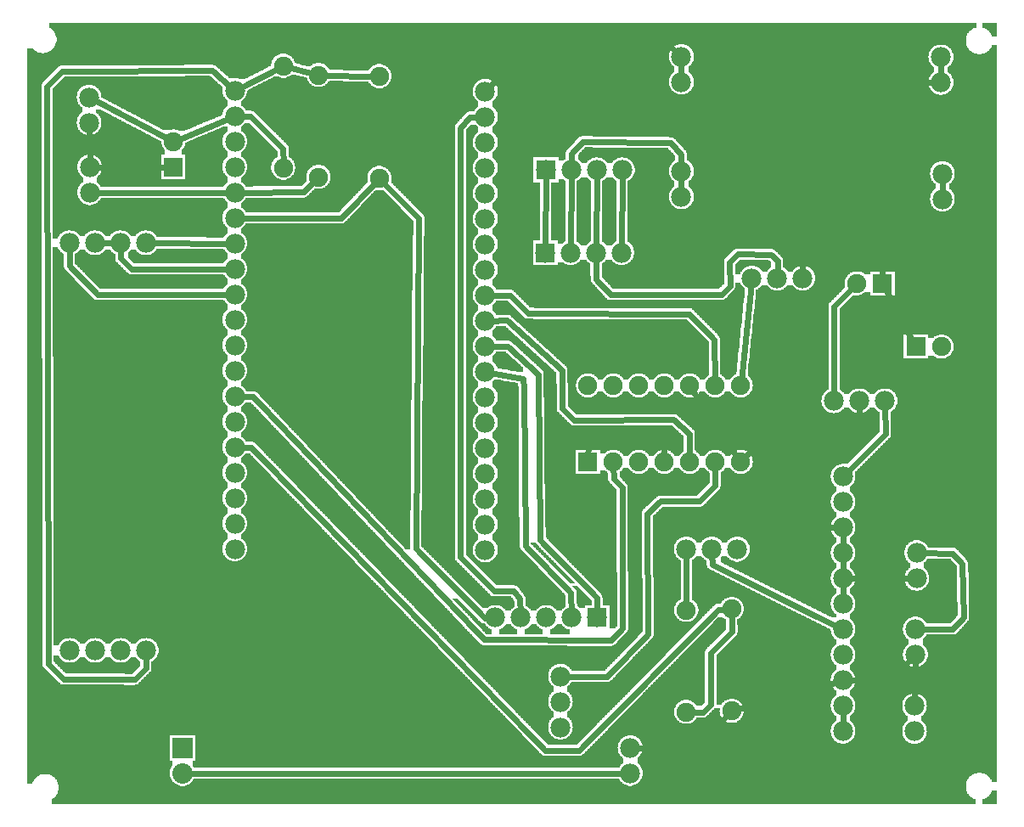
<source format=gbl>
G04 MADE WITH FRITZING*
G04 WWW.FRITZING.ORG*
G04 DOUBLE SIDED*
G04 HOLES PLATED*
G04 CONTOUR ON CENTER OF CONTOUR VECTOR*
%ASAXBY*%
%FSLAX23Y23*%
%MOIN*%
%OFA0B0*%
%SFA1.0B1.0*%
%ADD10C,0.075000*%
%ADD11C,0.078000*%
%ADD12C,0.080000*%
%ADD13R,0.078000X0.078000*%
%ADD14R,0.075000X0.075000*%
%ADD15R,0.080000X0.080000*%
%ADD16C,0.024000*%
%LNCOPPER0*%
G90*
G70*
G54D10*
X426Y2834D03*
X2027Y905D03*
X1411Y2370D03*
X336Y2136D03*
X2127Y1386D03*
X2728Y2956D03*
G54D11*
X2277Y775D03*
X2177Y775D03*
X2077Y775D03*
X1977Y775D03*
X1877Y775D03*
G54D10*
X2240Y1386D03*
X2240Y1686D03*
X2340Y1386D03*
X2340Y1686D03*
X2440Y1386D03*
X2440Y1686D03*
X2540Y1386D03*
X2540Y1686D03*
X2640Y1386D03*
X2640Y1686D03*
X2740Y1386D03*
X2740Y1686D03*
X2840Y1386D03*
X2840Y1686D03*
G54D11*
X2073Y2207D03*
X2173Y2207D03*
X2273Y2207D03*
X2373Y2207D03*
X2075Y2532D03*
X2175Y2532D03*
X2275Y2532D03*
X2375Y2532D03*
G54D10*
X613Y2543D03*
X613Y2643D03*
X3528Y1838D03*
X3628Y1838D03*
X3396Y2087D03*
X3296Y2087D03*
G54D11*
X205Y646D03*
X305Y646D03*
X405Y646D03*
X505Y646D03*
X204Y2246D03*
X304Y2246D03*
X404Y2246D03*
X504Y2246D03*
X2607Y2877D03*
X2607Y2977D03*
X3632Y2417D03*
X3632Y2517D03*
X3626Y2875D03*
X3626Y2975D03*
X2607Y2426D03*
X2607Y2526D03*
X854Y1044D03*
X854Y1144D03*
X854Y1244D03*
X854Y1344D03*
X854Y1444D03*
X854Y1544D03*
X854Y1644D03*
X854Y1744D03*
X854Y1844D03*
X854Y1944D03*
X854Y2044D03*
X854Y2144D03*
X854Y2244D03*
X854Y2344D03*
X854Y2444D03*
X854Y2544D03*
X854Y2644D03*
X854Y2744D03*
X854Y2844D03*
X1837Y1040D03*
X1837Y1140D03*
X1837Y1240D03*
X1837Y1340D03*
X1837Y1440D03*
X1837Y1540D03*
X1837Y1640D03*
X1837Y1740D03*
X1837Y1840D03*
X1837Y1940D03*
X1837Y2040D03*
X1837Y2140D03*
X1837Y2240D03*
X1837Y2340D03*
X1837Y2440D03*
X1837Y2540D03*
X1837Y2640D03*
X1837Y2740D03*
X1837Y2840D03*
X2626Y1043D03*
X2726Y1043D03*
X2826Y1043D03*
X2132Y344D03*
X2132Y444D03*
X2132Y544D03*
X3241Y328D03*
X3241Y428D03*
X3241Y528D03*
X3241Y628D03*
X3241Y728D03*
X3241Y828D03*
X3241Y928D03*
X3241Y1028D03*
X3241Y1128D03*
X3241Y1228D03*
X3241Y1328D03*
X3406Y1625D03*
X3306Y1625D03*
X3206Y1625D03*
X3083Y2107D03*
X2983Y2107D03*
X2883Y2107D03*
G54D10*
X2804Y408D03*
X2804Y808D03*
X2626Y804D03*
X2626Y404D03*
X1044Y2541D03*
X1044Y2941D03*
X1421Y2500D03*
X1421Y2900D03*
X1182Y2504D03*
X1182Y2904D03*
G54D11*
X284Y2543D03*
X284Y2443D03*
X2406Y163D03*
X2406Y263D03*
X3531Y929D03*
X3531Y1029D03*
X3522Y428D03*
X3522Y328D03*
X3526Y629D03*
X3526Y729D03*
X282Y2717D03*
X282Y2817D03*
G54D12*
X648Y264D03*
X648Y164D03*
G54D13*
X2277Y775D03*
G54D14*
X2240Y1386D03*
G54D13*
X2073Y2207D03*
X2075Y2532D03*
G54D14*
X613Y2543D03*
X3528Y1838D03*
X3396Y2087D03*
G54D15*
X648Y264D03*
G54D16*
X2626Y822D02*
X2626Y1024D01*
D02*
X523Y2246D02*
X835Y2244D01*
D02*
X3241Y409D02*
X3241Y347D01*
D02*
X323Y2246D02*
X385Y2246D01*
D02*
X448Y2144D02*
X406Y2185D01*
D02*
X835Y2144D02*
X448Y2144D01*
D02*
X406Y2185D02*
X405Y2227D01*
D02*
X303Y2443D02*
X835Y2444D01*
D02*
X3550Y1029D02*
X3673Y1027D01*
D02*
X3673Y729D02*
X3545Y729D01*
D02*
X3710Y986D02*
X3714Y775D01*
D02*
X3714Y775D02*
X3673Y729D01*
D02*
X3673Y1027D02*
X3710Y986D01*
D02*
X2727Y1024D02*
X2729Y984D01*
D02*
X2729Y984D02*
X3224Y737D01*
D02*
X2052Y1081D02*
X2044Y1731D01*
D02*
X2044Y1731D02*
X1926Y1839D01*
D02*
X2275Y852D02*
X2052Y1081D01*
D02*
X2277Y794D02*
X2275Y852D01*
D02*
X1926Y1839D02*
X1856Y1840D01*
D02*
X3283Y2074D02*
X3206Y1995D01*
D02*
X3206Y1995D02*
X3206Y1644D01*
D02*
X1043Y2616D02*
X915Y2743D01*
D02*
X915Y2743D02*
X873Y2744D01*
D02*
X1044Y2559D02*
X1043Y2616D01*
D02*
X298Y2808D02*
X597Y2652D01*
D02*
X1949Y879D02*
X1872Y879D01*
D02*
X1872Y879D02*
X1739Y1012D01*
D02*
X1973Y848D02*
X1949Y879D01*
D02*
X1976Y794D02*
X1973Y848D01*
D02*
X1739Y2697D02*
X1777Y2739D01*
D02*
X1739Y1012D02*
X1739Y2697D01*
D02*
X1777Y2739D02*
X1818Y2740D01*
D02*
X873Y2344D02*
X1273Y2344D01*
D02*
X1273Y2344D02*
X1409Y2487D01*
D02*
X1834Y773D02*
X1564Y1047D01*
D02*
X1858Y774D02*
X1834Y773D01*
D02*
X1576Y2342D02*
X1433Y2487D01*
D02*
X1564Y1047D02*
X1576Y2342D01*
D02*
X2607Y2507D02*
X2607Y2445D01*
D02*
X2175Y2551D02*
X2174Y2596D01*
D02*
X2220Y2643D02*
X2564Y2639D01*
D02*
X2174Y2596D02*
X2220Y2643D01*
D02*
X2564Y2639D02*
X2606Y2594D01*
D02*
X2606Y2594D02*
X2607Y2545D01*
D02*
X1200Y2904D02*
X1403Y2900D01*
D02*
X871Y2853D02*
X1028Y2933D01*
D02*
X3406Y1606D02*
X3408Y1495D01*
D02*
X3408Y1495D02*
X3255Y1342D01*
D02*
X3632Y2498D02*
X3632Y2436D01*
D02*
X3626Y2956D02*
X3626Y2894D01*
D02*
X3396Y2104D02*
X3395Y2826D01*
D02*
X3441Y2872D02*
X3607Y2875D01*
D02*
X3395Y2826D02*
X3441Y2872D01*
D02*
X3520Y1854D02*
X3404Y2071D01*
D02*
X3222Y1128D02*
X3160Y1127D01*
D02*
X3124Y1165D02*
X3124Y1376D01*
D02*
X3160Y1127D02*
X3124Y1165D01*
D02*
X3308Y1556D02*
X3306Y1606D01*
D02*
X3124Y1376D02*
X3308Y1556D01*
D02*
X3241Y1047D02*
X3241Y1109D01*
D02*
X3241Y947D02*
X3241Y1009D01*
D02*
X3241Y847D02*
X3241Y909D01*
D02*
X3512Y929D02*
X3260Y928D01*
D02*
X3522Y447D02*
X3525Y610D01*
D02*
X3427Y529D02*
X3512Y615D01*
D02*
X3260Y528D02*
X3427Y529D01*
D02*
X2821Y413D02*
X3223Y523D01*
D02*
X2425Y263D02*
X2661Y266D01*
D02*
X2661Y266D02*
X2792Y396D01*
D02*
X2241Y1454D02*
X2270Y1486D01*
D02*
X2240Y1403D02*
X2241Y1454D01*
D02*
X2506Y1488D02*
X2539Y1459D01*
D02*
X2270Y1486D02*
X2506Y1488D01*
D02*
X2539Y1459D02*
X2539Y1403D01*
D02*
X2607Y2958D02*
X2607Y2896D01*
D02*
X835Y2044D02*
X314Y2043D01*
D02*
X314Y2043D02*
X204Y2155D01*
D02*
X204Y2155D02*
X204Y2227D01*
D02*
X1061Y2937D02*
X1165Y2909D01*
D02*
X1170Y2492D02*
X1125Y2446D01*
D02*
X1125Y2446D02*
X873Y2444D01*
D02*
X836Y2737D02*
X629Y2650D01*
D02*
X282Y2698D02*
X284Y2562D01*
D02*
X303Y2543D02*
X595Y2543D01*
D02*
X1994Y1056D02*
X1990Y1676D01*
D02*
X1990Y1676D02*
X1986Y1713D01*
D02*
X2173Y873D02*
X1994Y1056D01*
D02*
X2176Y794D02*
X2173Y873D01*
D02*
X1986Y1713D02*
X1856Y1737D01*
D02*
X2752Y807D02*
X2787Y808D01*
D02*
X2207Y254D02*
X2752Y807D01*
D02*
X2072Y254D02*
X2207Y254D01*
D02*
X918Y1444D02*
X2072Y254D01*
D02*
X873Y1444D02*
X918Y1444D01*
D02*
X2723Y434D02*
X2722Y637D01*
D02*
X2722Y637D02*
X2805Y719D01*
D02*
X2805Y719D02*
X2805Y791D01*
D02*
X2692Y404D02*
X2723Y434D01*
D02*
X2643Y404D02*
X2692Y404D01*
D02*
X2649Y1671D02*
X2830Y1400D01*
D02*
X2842Y1703D02*
X2882Y2088D01*
D02*
X2005Y1969D02*
X1934Y2040D01*
D02*
X2638Y1967D02*
X2005Y1969D01*
D02*
X1934Y2040D02*
X1856Y2040D01*
D02*
X2736Y1866D02*
X2638Y1967D01*
D02*
X2739Y1703D02*
X2736Y1866D01*
D02*
X2332Y686D02*
X2376Y732D01*
D02*
X2374Y1286D02*
X2341Y1321D01*
D02*
X2341Y1321D02*
X2340Y1368D01*
D02*
X2376Y732D02*
X2374Y1286D01*
D02*
X1832Y688D02*
X2332Y686D01*
D02*
X925Y1642D02*
X1832Y688D01*
D02*
X873Y1643D02*
X925Y1642D01*
D02*
X2576Y1552D02*
X2638Y1496D01*
D02*
X2187Y1550D02*
X2576Y1552D01*
D02*
X2138Y1745D02*
X2140Y1595D01*
D02*
X1922Y1942D02*
X2138Y1745D01*
D02*
X2638Y1496D02*
X2639Y1403D01*
D02*
X2140Y1595D02*
X2187Y1550D01*
D02*
X1856Y1941D02*
X1922Y1942D01*
D02*
X2008Y3016D02*
X1850Y2854D01*
D02*
X2073Y2226D02*
X2075Y2513D01*
D02*
X2175Y2513D02*
X2173Y2226D01*
D02*
X2273Y2226D02*
X2275Y2513D01*
D02*
X2828Y2202D02*
X2958Y2200D01*
D02*
X2796Y2171D02*
X2828Y2202D01*
D02*
X2958Y2200D02*
X2984Y2176D01*
D02*
X2798Y2077D02*
X2796Y2171D01*
D02*
X2764Y2043D02*
X2798Y2077D01*
D02*
X2329Y2043D02*
X2764Y2043D01*
D02*
X2273Y2103D02*
X2329Y2043D01*
D02*
X2984Y2176D02*
X2984Y2126D01*
D02*
X2273Y2188D02*
X2273Y2103D01*
D02*
X2375Y2513D02*
X2373Y2226D01*
D02*
X2566Y3015D02*
X2008Y3016D01*
D02*
X2593Y2990D02*
X2566Y3015D01*
D02*
X765Y2923D02*
X840Y2857D01*
D02*
X181Y533D02*
X121Y593D01*
D02*
X461Y532D02*
X181Y533D01*
D02*
X505Y576D02*
X461Y532D01*
D02*
X117Y2860D02*
X177Y2921D01*
D02*
X177Y2921D02*
X765Y2923D01*
D02*
X121Y593D02*
X117Y2860D01*
D02*
X505Y627D02*
X505Y576D01*
D02*
X2473Y1183D02*
X2477Y710D01*
D02*
X2477Y710D02*
X2316Y544D01*
D02*
X2526Y1232D02*
X2473Y1183D01*
D02*
X2316Y544D02*
X2151Y544D01*
D02*
X2680Y1232D02*
X2526Y1232D01*
D02*
X2739Y1294D02*
X2680Y1232D01*
D02*
X2740Y1368D02*
X2739Y1294D01*
D02*
X3056Y1450D02*
X2898Y1450D01*
D02*
X2898Y1450D02*
X2852Y1399D01*
D02*
X3124Y1376D02*
X3056Y1450D01*
D02*
X3120Y2206D02*
X3349Y2205D01*
D02*
X3349Y2205D02*
X3394Y2153D01*
D02*
X3083Y2169D02*
X3120Y2206D01*
D02*
X3394Y2153D02*
X3395Y2104D01*
D02*
X3083Y2126D02*
X3083Y2169D01*
D02*
X668Y164D02*
X2387Y163D01*
G36*
X3790Y3110D02*
X3790Y3090D01*
X3796Y3090D01*
X3796Y3088D01*
X3800Y3088D01*
X3800Y3086D01*
X3804Y3086D01*
X3804Y3084D01*
X3806Y3084D01*
X3806Y3082D01*
X3810Y3082D01*
X3810Y3080D01*
X3812Y3080D01*
X3812Y3078D01*
X3814Y3078D01*
X3814Y3076D01*
X3816Y3076D01*
X3816Y3074D01*
X3818Y3074D01*
X3818Y3070D01*
X3820Y3070D01*
X3820Y3068D01*
X3822Y3068D01*
X3822Y3064D01*
X3824Y3064D01*
X3824Y3060D01*
X3826Y3060D01*
X3826Y3056D01*
X3846Y3056D01*
X3846Y3110D01*
X3790Y3110D01*
G37*
D02*
G36*
X658Y2902D02*
X658Y2900D01*
X186Y2900D01*
X186Y2898D01*
X184Y2898D01*
X184Y2896D01*
X182Y2896D01*
X182Y2894D01*
X180Y2894D01*
X180Y2892D01*
X178Y2892D01*
X178Y2890D01*
X176Y2890D01*
X176Y2888D01*
X174Y2888D01*
X174Y2886D01*
X172Y2886D01*
X172Y2884D01*
X170Y2884D01*
X170Y2882D01*
X168Y2882D01*
X168Y2880D01*
X166Y2880D01*
X166Y2878D01*
X164Y2878D01*
X164Y2876D01*
X162Y2876D01*
X162Y2874D01*
X160Y2874D01*
X160Y2872D01*
X158Y2872D01*
X158Y2870D01*
X156Y2870D01*
X156Y2868D01*
X154Y2868D01*
X154Y2866D01*
X294Y2866D01*
X294Y2864D01*
X300Y2864D01*
X300Y2862D01*
X304Y2862D01*
X304Y2860D01*
X308Y2860D01*
X308Y2858D01*
X310Y2858D01*
X310Y2856D01*
X312Y2856D01*
X312Y2854D01*
X316Y2854D01*
X316Y2852D01*
X318Y2852D01*
X318Y2848D01*
X320Y2848D01*
X320Y2846D01*
X322Y2846D01*
X322Y2844D01*
X324Y2844D01*
X324Y2840D01*
X326Y2840D01*
X326Y2836D01*
X328Y2836D01*
X328Y2830D01*
X330Y2830D01*
X330Y2816D01*
X334Y2816D01*
X334Y2814D01*
X338Y2814D01*
X338Y2812D01*
X342Y2812D01*
X342Y2810D01*
X346Y2810D01*
X346Y2808D01*
X350Y2808D01*
X350Y2806D01*
X354Y2806D01*
X354Y2804D01*
X356Y2804D01*
X356Y2802D01*
X360Y2802D01*
X360Y2800D01*
X364Y2800D01*
X364Y2798D01*
X368Y2798D01*
X368Y2796D01*
X372Y2796D01*
X372Y2794D01*
X376Y2794D01*
X376Y2792D01*
X380Y2792D01*
X380Y2790D01*
X384Y2790D01*
X384Y2788D01*
X388Y2788D01*
X388Y2786D01*
X392Y2786D01*
X392Y2784D01*
X394Y2784D01*
X394Y2782D01*
X398Y2782D01*
X398Y2780D01*
X402Y2780D01*
X402Y2778D01*
X406Y2778D01*
X406Y2776D01*
X410Y2776D01*
X410Y2774D01*
X414Y2774D01*
X414Y2772D01*
X418Y2772D01*
X418Y2770D01*
X422Y2770D01*
X422Y2768D01*
X426Y2768D01*
X426Y2766D01*
X430Y2766D01*
X430Y2764D01*
X434Y2764D01*
X434Y2762D01*
X436Y2762D01*
X436Y2760D01*
X440Y2760D01*
X440Y2758D01*
X444Y2758D01*
X444Y2756D01*
X448Y2756D01*
X448Y2754D01*
X452Y2754D01*
X452Y2752D01*
X456Y2752D01*
X456Y2750D01*
X460Y2750D01*
X460Y2748D01*
X464Y2748D01*
X464Y2746D01*
X468Y2746D01*
X468Y2744D01*
X472Y2744D01*
X472Y2742D01*
X476Y2742D01*
X476Y2740D01*
X478Y2740D01*
X478Y2738D01*
X482Y2738D01*
X482Y2736D01*
X486Y2736D01*
X486Y2734D01*
X490Y2734D01*
X490Y2732D01*
X494Y2732D01*
X494Y2730D01*
X498Y2730D01*
X498Y2728D01*
X502Y2728D01*
X502Y2726D01*
X506Y2726D01*
X506Y2724D01*
X510Y2724D01*
X510Y2722D01*
X514Y2722D01*
X514Y2720D01*
X516Y2720D01*
X516Y2718D01*
X520Y2718D01*
X520Y2716D01*
X524Y2716D01*
X524Y2714D01*
X528Y2714D01*
X528Y2712D01*
X532Y2712D01*
X532Y2710D01*
X536Y2710D01*
X536Y2708D01*
X540Y2708D01*
X540Y2706D01*
X544Y2706D01*
X544Y2704D01*
X548Y2704D01*
X548Y2702D01*
X552Y2702D01*
X552Y2700D01*
X556Y2700D01*
X556Y2698D01*
X558Y2698D01*
X558Y2696D01*
X562Y2696D01*
X562Y2694D01*
X566Y2694D01*
X566Y2692D01*
X618Y2692D01*
X618Y2690D01*
X626Y2690D01*
X626Y2688D01*
X632Y2688D01*
X632Y2686D01*
X660Y2686D01*
X660Y2688D01*
X664Y2688D01*
X664Y2690D01*
X668Y2690D01*
X668Y2692D01*
X674Y2692D01*
X674Y2694D01*
X678Y2694D01*
X678Y2696D01*
X684Y2696D01*
X684Y2698D01*
X688Y2698D01*
X688Y2700D01*
X692Y2700D01*
X692Y2702D01*
X698Y2702D01*
X698Y2704D01*
X702Y2704D01*
X702Y2706D01*
X706Y2706D01*
X706Y2708D01*
X712Y2708D01*
X712Y2710D01*
X716Y2710D01*
X716Y2712D01*
X722Y2712D01*
X722Y2714D01*
X726Y2714D01*
X726Y2716D01*
X730Y2716D01*
X730Y2718D01*
X736Y2718D01*
X736Y2720D01*
X740Y2720D01*
X740Y2722D01*
X746Y2722D01*
X746Y2724D01*
X750Y2724D01*
X750Y2726D01*
X754Y2726D01*
X754Y2728D01*
X760Y2728D01*
X760Y2730D01*
X764Y2730D01*
X764Y2732D01*
X770Y2732D01*
X770Y2734D01*
X774Y2734D01*
X774Y2736D01*
X778Y2736D01*
X778Y2738D01*
X784Y2738D01*
X784Y2740D01*
X788Y2740D01*
X788Y2742D01*
X794Y2742D01*
X794Y2744D01*
X798Y2744D01*
X798Y2746D01*
X802Y2746D01*
X802Y2748D01*
X806Y2748D01*
X806Y2758D01*
X808Y2758D01*
X808Y2764D01*
X810Y2764D01*
X810Y2768D01*
X812Y2768D01*
X812Y2772D01*
X814Y2772D01*
X814Y2774D01*
X816Y2774D01*
X816Y2776D01*
X818Y2776D01*
X818Y2778D01*
X820Y2778D01*
X820Y2780D01*
X822Y2780D01*
X822Y2782D01*
X824Y2782D01*
X824Y2784D01*
X826Y2784D01*
X826Y2804D01*
X824Y2804D01*
X824Y2806D01*
X822Y2806D01*
X822Y2808D01*
X820Y2808D01*
X820Y2810D01*
X818Y2810D01*
X818Y2812D01*
X816Y2812D01*
X816Y2814D01*
X814Y2814D01*
X814Y2818D01*
X812Y2818D01*
X812Y2820D01*
X810Y2820D01*
X810Y2824D01*
X808Y2824D01*
X808Y2830D01*
X806Y2830D01*
X806Y2840D01*
X804Y2840D01*
X804Y2860D01*
X802Y2860D01*
X802Y2862D01*
X800Y2862D01*
X800Y2864D01*
X798Y2864D01*
X798Y2866D01*
X796Y2866D01*
X796Y2868D01*
X792Y2868D01*
X792Y2870D01*
X790Y2870D01*
X790Y2872D01*
X788Y2872D01*
X788Y2874D01*
X786Y2874D01*
X786Y2876D01*
X784Y2876D01*
X784Y2878D01*
X782Y2878D01*
X782Y2880D01*
X780Y2880D01*
X780Y2882D01*
X778Y2882D01*
X778Y2884D01*
X774Y2884D01*
X774Y2886D01*
X772Y2886D01*
X772Y2888D01*
X770Y2888D01*
X770Y2890D01*
X768Y2890D01*
X768Y2892D01*
X766Y2892D01*
X766Y2894D01*
X764Y2894D01*
X764Y2896D01*
X762Y2896D01*
X762Y2898D01*
X758Y2898D01*
X758Y2900D01*
X756Y2900D01*
X756Y2902D01*
X658Y2902D01*
G37*
D02*
G36*
X152Y2866D02*
X152Y2864D01*
X150Y2864D01*
X150Y2862D01*
X148Y2862D01*
X148Y2860D01*
X146Y2860D01*
X146Y2858D01*
X144Y2858D01*
X144Y2856D01*
X142Y2856D01*
X142Y2854D01*
X140Y2854D01*
X140Y2668D01*
X276Y2668D01*
X276Y2670D01*
X268Y2670D01*
X268Y2672D01*
X262Y2672D01*
X262Y2674D01*
X258Y2674D01*
X258Y2676D01*
X254Y2676D01*
X254Y2678D01*
X252Y2678D01*
X252Y2680D01*
X250Y2680D01*
X250Y2682D01*
X248Y2682D01*
X248Y2684D01*
X246Y2684D01*
X246Y2686D01*
X244Y2686D01*
X244Y2688D01*
X242Y2688D01*
X242Y2690D01*
X240Y2690D01*
X240Y2694D01*
X238Y2694D01*
X238Y2698D01*
X236Y2698D01*
X236Y2704D01*
X234Y2704D01*
X234Y2712D01*
X232Y2712D01*
X232Y2724D01*
X234Y2724D01*
X234Y2732D01*
X236Y2732D01*
X236Y2738D01*
X238Y2738D01*
X238Y2742D01*
X240Y2742D01*
X240Y2744D01*
X242Y2744D01*
X242Y2748D01*
X244Y2748D01*
X244Y2750D01*
X246Y2750D01*
X246Y2752D01*
X248Y2752D01*
X248Y2754D01*
X250Y2754D01*
X250Y2756D01*
X252Y2756D01*
X252Y2758D01*
X254Y2758D01*
X254Y2778D01*
X252Y2778D01*
X252Y2780D01*
X250Y2780D01*
X250Y2782D01*
X248Y2782D01*
X248Y2784D01*
X246Y2784D01*
X246Y2786D01*
X244Y2786D01*
X244Y2788D01*
X242Y2788D01*
X242Y2790D01*
X240Y2790D01*
X240Y2794D01*
X238Y2794D01*
X238Y2798D01*
X236Y2798D01*
X236Y2804D01*
X234Y2804D01*
X234Y2812D01*
X232Y2812D01*
X232Y2824D01*
X234Y2824D01*
X234Y2832D01*
X236Y2832D01*
X236Y2838D01*
X238Y2838D01*
X238Y2842D01*
X240Y2842D01*
X240Y2844D01*
X242Y2844D01*
X242Y2848D01*
X244Y2848D01*
X244Y2850D01*
X246Y2850D01*
X246Y2852D01*
X248Y2852D01*
X248Y2854D01*
X250Y2854D01*
X250Y2856D01*
X252Y2856D01*
X252Y2858D01*
X256Y2858D01*
X256Y2860D01*
X260Y2860D01*
X260Y2862D01*
X264Y2862D01*
X264Y2864D01*
X270Y2864D01*
X270Y2866D01*
X152Y2866D01*
G37*
D02*
G36*
X308Y2768D02*
X308Y2758D01*
X310Y2758D01*
X310Y2756D01*
X312Y2756D01*
X312Y2754D01*
X316Y2754D01*
X316Y2752D01*
X318Y2752D01*
X318Y2748D01*
X320Y2748D01*
X320Y2746D01*
X322Y2746D01*
X322Y2744D01*
X324Y2744D01*
X324Y2740D01*
X326Y2740D01*
X326Y2736D01*
X328Y2736D01*
X328Y2730D01*
X330Y2730D01*
X330Y2706D01*
X328Y2706D01*
X328Y2700D01*
X326Y2700D01*
X326Y2696D01*
X324Y2696D01*
X324Y2692D01*
X322Y2692D01*
X322Y2688D01*
X320Y2688D01*
X320Y2686D01*
X318Y2686D01*
X318Y2684D01*
X316Y2684D01*
X316Y2682D01*
X314Y2682D01*
X314Y2680D01*
X312Y2680D01*
X312Y2678D01*
X308Y2678D01*
X308Y2676D01*
X306Y2676D01*
X306Y2674D01*
X302Y2674D01*
X302Y2672D01*
X296Y2672D01*
X296Y2670D01*
X286Y2670D01*
X286Y2668D01*
X518Y2668D01*
X518Y2670D01*
X514Y2670D01*
X514Y2672D01*
X510Y2672D01*
X510Y2674D01*
X506Y2674D01*
X506Y2676D01*
X502Y2676D01*
X502Y2678D01*
X498Y2678D01*
X498Y2680D01*
X494Y2680D01*
X494Y2682D01*
X490Y2682D01*
X490Y2684D01*
X488Y2684D01*
X488Y2686D01*
X484Y2686D01*
X484Y2688D01*
X480Y2688D01*
X480Y2690D01*
X476Y2690D01*
X476Y2692D01*
X472Y2692D01*
X472Y2694D01*
X468Y2694D01*
X468Y2696D01*
X464Y2696D01*
X464Y2698D01*
X460Y2698D01*
X460Y2700D01*
X456Y2700D01*
X456Y2702D01*
X452Y2702D01*
X452Y2704D01*
X448Y2704D01*
X448Y2706D01*
X446Y2706D01*
X446Y2708D01*
X442Y2708D01*
X442Y2710D01*
X438Y2710D01*
X438Y2712D01*
X434Y2712D01*
X434Y2714D01*
X430Y2714D01*
X430Y2716D01*
X426Y2716D01*
X426Y2718D01*
X422Y2718D01*
X422Y2720D01*
X418Y2720D01*
X418Y2722D01*
X414Y2722D01*
X414Y2724D01*
X410Y2724D01*
X410Y2726D01*
X408Y2726D01*
X408Y2728D01*
X404Y2728D01*
X404Y2730D01*
X400Y2730D01*
X400Y2732D01*
X396Y2732D01*
X396Y2734D01*
X392Y2734D01*
X392Y2736D01*
X388Y2736D01*
X388Y2738D01*
X384Y2738D01*
X384Y2740D01*
X380Y2740D01*
X380Y2742D01*
X376Y2742D01*
X376Y2744D01*
X372Y2744D01*
X372Y2746D01*
X368Y2746D01*
X368Y2748D01*
X366Y2748D01*
X366Y2750D01*
X362Y2750D01*
X362Y2752D01*
X358Y2752D01*
X358Y2754D01*
X354Y2754D01*
X354Y2756D01*
X350Y2756D01*
X350Y2758D01*
X346Y2758D01*
X346Y2760D01*
X342Y2760D01*
X342Y2762D01*
X338Y2762D01*
X338Y2764D01*
X334Y2764D01*
X334Y2766D01*
X330Y2766D01*
X330Y2768D01*
X308Y2768D01*
G37*
D02*
G36*
X806Y2702D02*
X806Y2700D01*
X802Y2700D01*
X802Y2698D01*
X798Y2698D01*
X798Y2696D01*
X792Y2696D01*
X792Y2694D01*
X788Y2694D01*
X788Y2692D01*
X782Y2692D01*
X782Y2690D01*
X778Y2690D01*
X778Y2688D01*
X774Y2688D01*
X774Y2686D01*
X768Y2686D01*
X768Y2684D01*
X764Y2684D01*
X764Y2682D01*
X758Y2682D01*
X758Y2680D01*
X754Y2680D01*
X754Y2678D01*
X750Y2678D01*
X750Y2676D01*
X744Y2676D01*
X744Y2674D01*
X740Y2674D01*
X740Y2672D01*
X734Y2672D01*
X734Y2670D01*
X730Y2670D01*
X730Y2668D01*
X726Y2668D01*
X726Y2666D01*
X720Y2666D01*
X720Y2664D01*
X716Y2664D01*
X716Y2662D01*
X710Y2662D01*
X710Y2660D01*
X706Y2660D01*
X706Y2658D01*
X702Y2658D01*
X702Y2656D01*
X696Y2656D01*
X696Y2654D01*
X692Y2654D01*
X692Y2652D01*
X688Y2652D01*
X688Y2650D01*
X682Y2650D01*
X682Y2648D01*
X678Y2648D01*
X678Y2646D01*
X672Y2646D01*
X672Y2644D01*
X668Y2644D01*
X668Y2642D01*
X664Y2642D01*
X664Y2640D01*
X660Y2640D01*
X660Y2634D01*
X658Y2634D01*
X658Y2626D01*
X656Y2626D01*
X656Y2622D01*
X654Y2622D01*
X654Y2618D01*
X652Y2618D01*
X652Y2616D01*
X650Y2616D01*
X650Y2614D01*
X648Y2614D01*
X648Y2612D01*
X646Y2612D01*
X646Y2592D01*
X660Y2592D01*
X660Y2496D01*
X826Y2496D01*
X826Y2504D01*
X824Y2504D01*
X824Y2506D01*
X822Y2506D01*
X822Y2508D01*
X820Y2508D01*
X820Y2510D01*
X818Y2510D01*
X818Y2512D01*
X816Y2512D01*
X816Y2514D01*
X814Y2514D01*
X814Y2518D01*
X812Y2518D01*
X812Y2520D01*
X810Y2520D01*
X810Y2524D01*
X808Y2524D01*
X808Y2530D01*
X806Y2530D01*
X806Y2540D01*
X804Y2540D01*
X804Y2548D01*
X806Y2548D01*
X806Y2558D01*
X808Y2558D01*
X808Y2564D01*
X810Y2564D01*
X810Y2568D01*
X812Y2568D01*
X812Y2572D01*
X814Y2572D01*
X814Y2574D01*
X816Y2574D01*
X816Y2576D01*
X818Y2576D01*
X818Y2578D01*
X820Y2578D01*
X820Y2580D01*
X822Y2580D01*
X822Y2582D01*
X824Y2582D01*
X824Y2584D01*
X826Y2584D01*
X826Y2604D01*
X824Y2604D01*
X824Y2606D01*
X822Y2606D01*
X822Y2608D01*
X820Y2608D01*
X820Y2610D01*
X818Y2610D01*
X818Y2612D01*
X816Y2612D01*
X816Y2614D01*
X814Y2614D01*
X814Y2618D01*
X812Y2618D01*
X812Y2620D01*
X810Y2620D01*
X810Y2624D01*
X808Y2624D01*
X808Y2630D01*
X806Y2630D01*
X806Y2640D01*
X804Y2640D01*
X804Y2648D01*
X806Y2648D01*
X806Y2658D01*
X808Y2658D01*
X808Y2664D01*
X810Y2664D01*
X810Y2668D01*
X812Y2668D01*
X812Y2672D01*
X814Y2672D01*
X814Y2674D01*
X816Y2674D01*
X816Y2676D01*
X818Y2676D01*
X818Y2678D01*
X820Y2678D01*
X820Y2680D01*
X822Y2680D01*
X822Y2682D01*
X824Y2682D01*
X824Y2684D01*
X826Y2684D01*
X826Y2702D01*
X806Y2702D01*
G37*
D02*
G36*
X570Y2692D02*
X570Y2690D01*
X574Y2690D01*
X574Y2688D01*
X598Y2688D01*
X598Y2690D01*
X608Y2690D01*
X608Y2692D01*
X570Y2692D01*
G37*
D02*
G36*
X140Y2668D02*
X140Y2666D01*
X522Y2666D01*
X522Y2668D01*
X140Y2668D01*
G37*
D02*
G36*
X140Y2668D02*
X140Y2666D01*
X522Y2666D01*
X522Y2668D01*
X140Y2668D01*
G37*
D02*
G36*
X140Y2666D02*
X140Y2592D01*
X296Y2592D01*
X296Y2590D01*
X302Y2590D01*
X302Y2588D01*
X306Y2588D01*
X306Y2586D01*
X310Y2586D01*
X310Y2584D01*
X314Y2584D01*
X314Y2582D01*
X316Y2582D01*
X316Y2580D01*
X318Y2580D01*
X318Y2578D01*
X320Y2578D01*
X320Y2576D01*
X322Y2576D01*
X322Y2574D01*
X324Y2574D01*
X324Y2570D01*
X326Y2570D01*
X326Y2566D01*
X328Y2566D01*
X328Y2564D01*
X330Y2564D01*
X330Y2556D01*
X332Y2556D01*
X332Y2546D01*
X334Y2546D01*
X334Y2542D01*
X332Y2542D01*
X332Y2530D01*
X330Y2530D01*
X330Y2524D01*
X328Y2524D01*
X328Y2520D01*
X326Y2520D01*
X326Y2518D01*
X324Y2518D01*
X324Y2514D01*
X322Y2514D01*
X322Y2512D01*
X320Y2512D01*
X320Y2510D01*
X318Y2510D01*
X318Y2508D01*
X316Y2508D01*
X316Y2506D01*
X314Y2506D01*
X314Y2504D01*
X312Y2504D01*
X312Y2496D01*
X566Y2496D01*
X566Y2592D01*
X578Y2592D01*
X578Y2614D01*
X576Y2614D01*
X576Y2616D01*
X574Y2616D01*
X574Y2618D01*
X572Y2618D01*
X572Y2622D01*
X570Y2622D01*
X570Y2626D01*
X568Y2626D01*
X568Y2632D01*
X566Y2632D01*
X566Y2644D01*
X564Y2644D01*
X564Y2646D01*
X560Y2646D01*
X560Y2648D01*
X556Y2648D01*
X556Y2650D01*
X552Y2650D01*
X552Y2652D01*
X548Y2652D01*
X548Y2654D01*
X544Y2654D01*
X544Y2656D01*
X540Y2656D01*
X540Y2658D01*
X536Y2658D01*
X536Y2660D01*
X532Y2660D01*
X532Y2662D01*
X530Y2662D01*
X530Y2664D01*
X526Y2664D01*
X526Y2666D01*
X140Y2666D01*
G37*
D02*
G36*
X140Y2592D02*
X140Y2394D01*
X280Y2394D01*
X280Y2396D01*
X270Y2396D01*
X270Y2398D01*
X264Y2398D01*
X264Y2400D01*
X260Y2400D01*
X260Y2402D01*
X258Y2402D01*
X258Y2404D01*
X254Y2404D01*
X254Y2406D01*
X252Y2406D01*
X252Y2408D01*
X250Y2408D01*
X250Y2410D01*
X248Y2410D01*
X248Y2412D01*
X246Y2412D01*
X246Y2414D01*
X244Y2414D01*
X244Y2418D01*
X242Y2418D01*
X242Y2422D01*
X240Y2422D01*
X240Y2424D01*
X238Y2424D01*
X238Y2432D01*
X236Y2432D01*
X236Y2456D01*
X238Y2456D01*
X238Y2462D01*
X240Y2462D01*
X240Y2466D01*
X242Y2466D01*
X242Y2470D01*
X244Y2470D01*
X244Y2472D01*
X246Y2472D01*
X246Y2476D01*
X248Y2476D01*
X248Y2478D01*
X250Y2478D01*
X250Y2480D01*
X252Y2480D01*
X252Y2482D01*
X256Y2482D01*
X256Y2484D01*
X258Y2484D01*
X258Y2504D01*
X254Y2504D01*
X254Y2506D01*
X252Y2506D01*
X252Y2508D01*
X250Y2508D01*
X250Y2510D01*
X248Y2510D01*
X248Y2512D01*
X246Y2512D01*
X246Y2514D01*
X244Y2514D01*
X244Y2518D01*
X242Y2518D01*
X242Y2522D01*
X240Y2522D01*
X240Y2524D01*
X238Y2524D01*
X238Y2532D01*
X236Y2532D01*
X236Y2556D01*
X238Y2556D01*
X238Y2562D01*
X240Y2562D01*
X240Y2566D01*
X242Y2566D01*
X242Y2570D01*
X244Y2570D01*
X244Y2572D01*
X246Y2572D01*
X246Y2576D01*
X248Y2576D01*
X248Y2578D01*
X250Y2578D01*
X250Y2580D01*
X252Y2580D01*
X252Y2582D01*
X256Y2582D01*
X256Y2584D01*
X258Y2584D01*
X258Y2586D01*
X262Y2586D01*
X262Y2588D01*
X266Y2588D01*
X266Y2590D01*
X272Y2590D01*
X272Y2592D01*
X140Y2592D01*
G37*
D02*
G36*
X312Y2496D02*
X312Y2494D01*
X826Y2494D01*
X826Y2496D01*
X312Y2496D01*
G37*
D02*
G36*
X312Y2496D02*
X312Y2494D01*
X826Y2494D01*
X826Y2496D01*
X312Y2496D01*
G37*
D02*
G36*
X312Y2494D02*
X312Y2484D01*
X314Y2484D01*
X314Y2482D01*
X316Y2482D01*
X316Y2480D01*
X318Y2480D01*
X318Y2478D01*
X320Y2478D01*
X320Y2476D01*
X322Y2476D01*
X322Y2474D01*
X324Y2474D01*
X324Y2470D01*
X326Y2470D01*
X326Y2466D01*
X810Y2466D01*
X810Y2468D01*
X812Y2468D01*
X812Y2472D01*
X814Y2472D01*
X814Y2474D01*
X816Y2474D01*
X816Y2476D01*
X818Y2476D01*
X818Y2478D01*
X820Y2478D01*
X820Y2480D01*
X822Y2480D01*
X822Y2482D01*
X824Y2482D01*
X824Y2484D01*
X826Y2484D01*
X826Y2494D01*
X312Y2494D01*
G37*
D02*
G36*
X328Y2422D02*
X328Y2420D01*
X326Y2420D01*
X326Y2418D01*
X324Y2418D01*
X324Y2414D01*
X322Y2414D01*
X322Y2412D01*
X320Y2412D01*
X320Y2410D01*
X318Y2410D01*
X318Y2408D01*
X316Y2408D01*
X316Y2406D01*
X314Y2406D01*
X314Y2404D01*
X312Y2404D01*
X312Y2402D01*
X308Y2402D01*
X308Y2400D01*
X304Y2400D01*
X304Y2398D01*
X298Y2398D01*
X298Y2396D01*
X288Y2396D01*
X288Y2394D01*
X826Y2394D01*
X826Y2404D01*
X824Y2404D01*
X824Y2406D01*
X822Y2406D01*
X822Y2408D01*
X820Y2408D01*
X820Y2410D01*
X818Y2410D01*
X818Y2412D01*
X816Y2412D01*
X816Y2414D01*
X814Y2414D01*
X814Y2418D01*
X812Y2418D01*
X812Y2420D01*
X810Y2420D01*
X810Y2422D01*
X328Y2422D01*
G37*
D02*
G36*
X140Y2394D02*
X140Y2392D01*
X826Y2392D01*
X826Y2394D01*
X140Y2394D01*
G37*
D02*
G36*
X140Y2394D02*
X140Y2392D01*
X826Y2392D01*
X826Y2394D01*
X140Y2394D01*
G37*
D02*
G36*
X140Y2392D02*
X140Y2296D01*
X508Y2296D01*
X508Y2294D01*
X518Y2294D01*
X518Y2292D01*
X524Y2292D01*
X524Y2290D01*
X528Y2290D01*
X528Y2288D01*
X532Y2288D01*
X532Y2286D01*
X534Y2286D01*
X534Y2284D01*
X536Y2284D01*
X536Y2282D01*
X538Y2282D01*
X538Y2280D01*
X540Y2280D01*
X540Y2278D01*
X542Y2278D01*
X542Y2276D01*
X544Y2276D01*
X544Y2274D01*
X546Y2274D01*
X546Y2270D01*
X548Y2270D01*
X548Y2268D01*
X742Y2268D01*
X742Y2266D01*
X810Y2266D01*
X810Y2268D01*
X812Y2268D01*
X812Y2272D01*
X814Y2272D01*
X814Y2274D01*
X816Y2274D01*
X816Y2276D01*
X818Y2276D01*
X818Y2278D01*
X820Y2278D01*
X820Y2280D01*
X822Y2280D01*
X822Y2282D01*
X824Y2282D01*
X824Y2284D01*
X826Y2284D01*
X826Y2304D01*
X824Y2304D01*
X824Y2306D01*
X822Y2306D01*
X822Y2308D01*
X820Y2308D01*
X820Y2310D01*
X818Y2310D01*
X818Y2312D01*
X816Y2312D01*
X816Y2314D01*
X814Y2314D01*
X814Y2318D01*
X812Y2318D01*
X812Y2320D01*
X810Y2320D01*
X810Y2324D01*
X808Y2324D01*
X808Y2330D01*
X806Y2330D01*
X806Y2340D01*
X804Y2340D01*
X804Y2348D01*
X806Y2348D01*
X806Y2358D01*
X808Y2358D01*
X808Y2364D01*
X810Y2364D01*
X810Y2368D01*
X812Y2368D01*
X812Y2372D01*
X814Y2372D01*
X814Y2374D01*
X816Y2374D01*
X816Y2376D01*
X818Y2376D01*
X818Y2378D01*
X820Y2378D01*
X820Y2380D01*
X822Y2380D01*
X822Y2382D01*
X824Y2382D01*
X824Y2384D01*
X826Y2384D01*
X826Y2392D01*
X140Y2392D01*
G37*
D02*
G36*
X140Y2296D02*
X140Y2264D01*
X160Y2264D01*
X160Y2268D01*
X162Y2268D01*
X162Y2272D01*
X164Y2272D01*
X164Y2274D01*
X166Y2274D01*
X166Y2278D01*
X168Y2278D01*
X168Y2280D01*
X170Y2280D01*
X170Y2282D01*
X172Y2282D01*
X172Y2284D01*
X174Y2284D01*
X174Y2286D01*
X178Y2286D01*
X178Y2288D01*
X182Y2288D01*
X182Y2290D01*
X184Y2290D01*
X184Y2292D01*
X190Y2292D01*
X190Y2294D01*
X200Y2294D01*
X200Y2296D01*
X140Y2296D01*
G37*
D02*
G36*
X208Y2296D02*
X208Y2294D01*
X218Y2294D01*
X218Y2292D01*
X224Y2292D01*
X224Y2290D01*
X228Y2290D01*
X228Y2288D01*
X232Y2288D01*
X232Y2286D01*
X234Y2286D01*
X234Y2284D01*
X236Y2284D01*
X236Y2282D01*
X238Y2282D01*
X238Y2280D01*
X240Y2280D01*
X240Y2278D01*
X242Y2278D01*
X242Y2276D01*
X244Y2276D01*
X244Y2274D01*
X266Y2274D01*
X266Y2278D01*
X268Y2278D01*
X268Y2280D01*
X270Y2280D01*
X270Y2282D01*
X272Y2282D01*
X272Y2284D01*
X274Y2284D01*
X274Y2286D01*
X278Y2286D01*
X278Y2288D01*
X282Y2288D01*
X282Y2290D01*
X284Y2290D01*
X284Y2292D01*
X290Y2292D01*
X290Y2294D01*
X300Y2294D01*
X300Y2296D01*
X208Y2296D01*
G37*
D02*
G36*
X308Y2296D02*
X308Y2294D01*
X318Y2294D01*
X318Y2292D01*
X324Y2292D01*
X324Y2290D01*
X328Y2290D01*
X328Y2288D01*
X332Y2288D01*
X332Y2286D01*
X334Y2286D01*
X334Y2284D01*
X336Y2284D01*
X336Y2282D01*
X338Y2282D01*
X338Y2280D01*
X340Y2280D01*
X340Y2278D01*
X342Y2278D01*
X342Y2276D01*
X344Y2276D01*
X344Y2274D01*
X366Y2274D01*
X366Y2278D01*
X368Y2278D01*
X368Y2280D01*
X370Y2280D01*
X370Y2282D01*
X372Y2282D01*
X372Y2284D01*
X374Y2284D01*
X374Y2286D01*
X378Y2286D01*
X378Y2288D01*
X382Y2288D01*
X382Y2290D01*
X384Y2290D01*
X384Y2292D01*
X390Y2292D01*
X390Y2294D01*
X400Y2294D01*
X400Y2296D01*
X308Y2296D01*
G37*
D02*
G36*
X408Y2296D02*
X408Y2294D01*
X418Y2294D01*
X418Y2292D01*
X424Y2292D01*
X424Y2290D01*
X428Y2290D01*
X428Y2288D01*
X432Y2288D01*
X432Y2286D01*
X434Y2286D01*
X434Y2284D01*
X436Y2284D01*
X436Y2282D01*
X438Y2282D01*
X438Y2280D01*
X440Y2280D01*
X440Y2278D01*
X442Y2278D01*
X442Y2276D01*
X444Y2276D01*
X444Y2274D01*
X466Y2274D01*
X466Y2278D01*
X468Y2278D01*
X468Y2280D01*
X470Y2280D01*
X470Y2282D01*
X472Y2282D01*
X472Y2284D01*
X474Y2284D01*
X474Y2286D01*
X478Y2286D01*
X478Y2288D01*
X482Y2288D01*
X482Y2290D01*
X484Y2290D01*
X484Y2292D01*
X490Y2292D01*
X490Y2294D01*
X500Y2294D01*
X500Y2296D01*
X408Y2296D01*
G37*
D02*
G36*
X1780Y2710D02*
X1780Y2708D01*
X1778Y2708D01*
X1778Y2706D01*
X1776Y2706D01*
X1776Y2704D01*
X1774Y2704D01*
X1774Y2702D01*
X1772Y2702D01*
X1772Y2700D01*
X1770Y2700D01*
X1770Y2698D01*
X1768Y2698D01*
X1768Y2696D01*
X1766Y2696D01*
X1766Y2694D01*
X1764Y2694D01*
X1764Y2692D01*
X1762Y2692D01*
X1762Y1020D01*
X1764Y1020D01*
X1764Y1018D01*
X1766Y1018D01*
X1766Y1016D01*
X1768Y1016D01*
X1768Y1014D01*
X1770Y1014D01*
X1770Y1012D01*
X1772Y1012D01*
X1772Y1010D01*
X1774Y1010D01*
X1774Y1008D01*
X1776Y1008D01*
X1776Y1006D01*
X1778Y1006D01*
X1778Y1004D01*
X1780Y1004D01*
X1780Y1002D01*
X1782Y1002D01*
X1782Y1000D01*
X1784Y1000D01*
X1784Y998D01*
X1786Y998D01*
X1786Y996D01*
X1788Y996D01*
X1788Y994D01*
X1790Y994D01*
X1790Y992D01*
X1826Y992D01*
X1826Y994D01*
X1820Y994D01*
X1820Y996D01*
X1816Y996D01*
X1816Y998D01*
X1812Y998D01*
X1812Y1000D01*
X1808Y1000D01*
X1808Y1002D01*
X1806Y1002D01*
X1806Y1004D01*
X1804Y1004D01*
X1804Y1006D01*
X1802Y1006D01*
X1802Y1008D01*
X1800Y1008D01*
X1800Y1010D01*
X1798Y1010D01*
X1798Y1012D01*
X1796Y1012D01*
X1796Y1016D01*
X1794Y1016D01*
X1794Y1020D01*
X1792Y1020D01*
X1792Y1024D01*
X1790Y1024D01*
X1790Y1032D01*
X1788Y1032D01*
X1788Y1050D01*
X1790Y1050D01*
X1790Y1056D01*
X1792Y1056D01*
X1792Y1062D01*
X1794Y1062D01*
X1794Y1066D01*
X1796Y1066D01*
X1796Y1068D01*
X1798Y1068D01*
X1798Y1070D01*
X1800Y1070D01*
X1800Y1074D01*
X1802Y1074D01*
X1802Y1076D01*
X1804Y1076D01*
X1804Y1078D01*
X1808Y1078D01*
X1808Y1080D01*
X1810Y1080D01*
X1810Y1100D01*
X1808Y1100D01*
X1808Y1102D01*
X1806Y1102D01*
X1806Y1104D01*
X1804Y1104D01*
X1804Y1106D01*
X1802Y1106D01*
X1802Y1108D01*
X1800Y1108D01*
X1800Y1110D01*
X1798Y1110D01*
X1798Y1112D01*
X1796Y1112D01*
X1796Y1116D01*
X1794Y1116D01*
X1794Y1120D01*
X1792Y1120D01*
X1792Y1124D01*
X1790Y1124D01*
X1790Y1132D01*
X1788Y1132D01*
X1788Y1150D01*
X1790Y1150D01*
X1790Y1156D01*
X1792Y1156D01*
X1792Y1162D01*
X1794Y1162D01*
X1794Y1166D01*
X1796Y1166D01*
X1796Y1168D01*
X1798Y1168D01*
X1798Y1170D01*
X1800Y1170D01*
X1800Y1174D01*
X1802Y1174D01*
X1802Y1176D01*
X1804Y1176D01*
X1804Y1178D01*
X1808Y1178D01*
X1808Y1180D01*
X1810Y1180D01*
X1810Y1200D01*
X1808Y1200D01*
X1808Y1202D01*
X1806Y1202D01*
X1806Y1204D01*
X1804Y1204D01*
X1804Y1206D01*
X1802Y1206D01*
X1802Y1208D01*
X1800Y1208D01*
X1800Y1210D01*
X1798Y1210D01*
X1798Y1212D01*
X1796Y1212D01*
X1796Y1216D01*
X1794Y1216D01*
X1794Y1220D01*
X1792Y1220D01*
X1792Y1224D01*
X1790Y1224D01*
X1790Y1232D01*
X1788Y1232D01*
X1788Y1250D01*
X1790Y1250D01*
X1790Y1256D01*
X1792Y1256D01*
X1792Y1262D01*
X1794Y1262D01*
X1794Y1266D01*
X1796Y1266D01*
X1796Y1268D01*
X1798Y1268D01*
X1798Y1270D01*
X1800Y1270D01*
X1800Y1274D01*
X1802Y1274D01*
X1802Y1276D01*
X1804Y1276D01*
X1804Y1278D01*
X1808Y1278D01*
X1808Y1280D01*
X1810Y1280D01*
X1810Y1300D01*
X1808Y1300D01*
X1808Y1302D01*
X1806Y1302D01*
X1806Y1304D01*
X1804Y1304D01*
X1804Y1306D01*
X1802Y1306D01*
X1802Y1308D01*
X1800Y1308D01*
X1800Y1310D01*
X1798Y1310D01*
X1798Y1312D01*
X1796Y1312D01*
X1796Y1316D01*
X1794Y1316D01*
X1794Y1320D01*
X1792Y1320D01*
X1792Y1324D01*
X1790Y1324D01*
X1790Y1332D01*
X1788Y1332D01*
X1788Y1350D01*
X1790Y1350D01*
X1790Y1356D01*
X1792Y1356D01*
X1792Y1362D01*
X1794Y1362D01*
X1794Y1366D01*
X1796Y1366D01*
X1796Y1368D01*
X1798Y1368D01*
X1798Y1370D01*
X1800Y1370D01*
X1800Y1374D01*
X1802Y1374D01*
X1802Y1376D01*
X1804Y1376D01*
X1804Y1378D01*
X1808Y1378D01*
X1808Y1380D01*
X1810Y1380D01*
X1810Y1400D01*
X1808Y1400D01*
X1808Y1402D01*
X1806Y1402D01*
X1806Y1404D01*
X1804Y1404D01*
X1804Y1406D01*
X1802Y1406D01*
X1802Y1408D01*
X1800Y1408D01*
X1800Y1410D01*
X1798Y1410D01*
X1798Y1412D01*
X1796Y1412D01*
X1796Y1416D01*
X1794Y1416D01*
X1794Y1420D01*
X1792Y1420D01*
X1792Y1424D01*
X1790Y1424D01*
X1790Y1432D01*
X1788Y1432D01*
X1788Y1450D01*
X1790Y1450D01*
X1790Y1456D01*
X1792Y1456D01*
X1792Y1462D01*
X1794Y1462D01*
X1794Y1466D01*
X1796Y1466D01*
X1796Y1468D01*
X1798Y1468D01*
X1798Y1470D01*
X1800Y1470D01*
X1800Y1474D01*
X1802Y1474D01*
X1802Y1476D01*
X1804Y1476D01*
X1804Y1478D01*
X1808Y1478D01*
X1808Y1480D01*
X1810Y1480D01*
X1810Y1500D01*
X1808Y1500D01*
X1808Y1502D01*
X1806Y1502D01*
X1806Y1504D01*
X1804Y1504D01*
X1804Y1506D01*
X1802Y1506D01*
X1802Y1508D01*
X1800Y1508D01*
X1800Y1510D01*
X1798Y1510D01*
X1798Y1512D01*
X1796Y1512D01*
X1796Y1516D01*
X1794Y1516D01*
X1794Y1520D01*
X1792Y1520D01*
X1792Y1524D01*
X1790Y1524D01*
X1790Y1532D01*
X1788Y1532D01*
X1788Y1550D01*
X1790Y1550D01*
X1790Y1556D01*
X1792Y1556D01*
X1792Y1562D01*
X1794Y1562D01*
X1794Y1566D01*
X1796Y1566D01*
X1796Y1568D01*
X1798Y1568D01*
X1798Y1570D01*
X1800Y1570D01*
X1800Y1574D01*
X1802Y1574D01*
X1802Y1576D01*
X1804Y1576D01*
X1804Y1578D01*
X1808Y1578D01*
X1808Y1580D01*
X1810Y1580D01*
X1810Y1600D01*
X1808Y1600D01*
X1808Y1602D01*
X1806Y1602D01*
X1806Y1604D01*
X1804Y1604D01*
X1804Y1606D01*
X1802Y1606D01*
X1802Y1608D01*
X1800Y1608D01*
X1800Y1610D01*
X1798Y1610D01*
X1798Y1612D01*
X1796Y1612D01*
X1796Y1616D01*
X1794Y1616D01*
X1794Y1620D01*
X1792Y1620D01*
X1792Y1624D01*
X1790Y1624D01*
X1790Y1632D01*
X1788Y1632D01*
X1788Y1650D01*
X1790Y1650D01*
X1790Y1656D01*
X1792Y1656D01*
X1792Y1662D01*
X1794Y1662D01*
X1794Y1666D01*
X1796Y1666D01*
X1796Y1668D01*
X1798Y1668D01*
X1798Y1670D01*
X1800Y1670D01*
X1800Y1674D01*
X1802Y1674D01*
X1802Y1676D01*
X1804Y1676D01*
X1804Y1678D01*
X1808Y1678D01*
X1808Y1680D01*
X1810Y1680D01*
X1810Y1700D01*
X1808Y1700D01*
X1808Y1702D01*
X1806Y1702D01*
X1806Y1704D01*
X1804Y1704D01*
X1804Y1706D01*
X1802Y1706D01*
X1802Y1708D01*
X1800Y1708D01*
X1800Y1710D01*
X1798Y1710D01*
X1798Y1712D01*
X1796Y1712D01*
X1796Y1716D01*
X1794Y1716D01*
X1794Y1720D01*
X1792Y1720D01*
X1792Y1724D01*
X1790Y1724D01*
X1790Y1732D01*
X1788Y1732D01*
X1788Y1750D01*
X1790Y1750D01*
X1790Y1756D01*
X1792Y1756D01*
X1792Y1762D01*
X1794Y1762D01*
X1794Y1766D01*
X1796Y1766D01*
X1796Y1768D01*
X1798Y1768D01*
X1798Y1770D01*
X1800Y1770D01*
X1800Y1774D01*
X1802Y1774D01*
X1802Y1776D01*
X1804Y1776D01*
X1804Y1778D01*
X1808Y1778D01*
X1808Y1780D01*
X1810Y1780D01*
X1810Y1800D01*
X1808Y1800D01*
X1808Y1802D01*
X1806Y1802D01*
X1806Y1804D01*
X1804Y1804D01*
X1804Y1806D01*
X1802Y1806D01*
X1802Y1808D01*
X1800Y1808D01*
X1800Y1810D01*
X1798Y1810D01*
X1798Y1812D01*
X1796Y1812D01*
X1796Y1816D01*
X1794Y1816D01*
X1794Y1820D01*
X1792Y1820D01*
X1792Y1824D01*
X1790Y1824D01*
X1790Y1832D01*
X1788Y1832D01*
X1788Y1850D01*
X1790Y1850D01*
X1790Y1856D01*
X1792Y1856D01*
X1792Y1862D01*
X1794Y1862D01*
X1794Y1866D01*
X1796Y1866D01*
X1796Y1868D01*
X1798Y1868D01*
X1798Y1870D01*
X1800Y1870D01*
X1800Y1874D01*
X1802Y1874D01*
X1802Y1876D01*
X1804Y1876D01*
X1804Y1878D01*
X1808Y1878D01*
X1808Y1880D01*
X1810Y1880D01*
X1810Y1900D01*
X1808Y1900D01*
X1808Y1902D01*
X1806Y1902D01*
X1806Y1904D01*
X1804Y1904D01*
X1804Y1906D01*
X1802Y1906D01*
X1802Y1908D01*
X1800Y1908D01*
X1800Y1910D01*
X1798Y1910D01*
X1798Y1912D01*
X1796Y1912D01*
X1796Y1916D01*
X1794Y1916D01*
X1794Y1920D01*
X1792Y1920D01*
X1792Y1924D01*
X1790Y1924D01*
X1790Y1932D01*
X1788Y1932D01*
X1788Y1950D01*
X1790Y1950D01*
X1790Y1956D01*
X1792Y1956D01*
X1792Y1962D01*
X1794Y1962D01*
X1794Y1966D01*
X1796Y1966D01*
X1796Y1968D01*
X1798Y1968D01*
X1798Y1970D01*
X1800Y1970D01*
X1800Y1974D01*
X1802Y1974D01*
X1802Y1976D01*
X1804Y1976D01*
X1804Y1978D01*
X1808Y1978D01*
X1808Y1980D01*
X1810Y1980D01*
X1810Y2000D01*
X1808Y2000D01*
X1808Y2002D01*
X1806Y2002D01*
X1806Y2004D01*
X1804Y2004D01*
X1804Y2006D01*
X1802Y2006D01*
X1802Y2008D01*
X1800Y2008D01*
X1800Y2010D01*
X1798Y2010D01*
X1798Y2012D01*
X1796Y2012D01*
X1796Y2016D01*
X1794Y2016D01*
X1794Y2020D01*
X1792Y2020D01*
X1792Y2024D01*
X1790Y2024D01*
X1790Y2032D01*
X1788Y2032D01*
X1788Y2050D01*
X1790Y2050D01*
X1790Y2056D01*
X1792Y2056D01*
X1792Y2062D01*
X1794Y2062D01*
X1794Y2066D01*
X1796Y2066D01*
X1796Y2068D01*
X1798Y2068D01*
X1798Y2070D01*
X1800Y2070D01*
X1800Y2074D01*
X1802Y2074D01*
X1802Y2076D01*
X1804Y2076D01*
X1804Y2078D01*
X1808Y2078D01*
X1808Y2080D01*
X1810Y2080D01*
X1810Y2100D01*
X1808Y2100D01*
X1808Y2102D01*
X1806Y2102D01*
X1806Y2104D01*
X1804Y2104D01*
X1804Y2106D01*
X1802Y2106D01*
X1802Y2108D01*
X1800Y2108D01*
X1800Y2110D01*
X1798Y2110D01*
X1798Y2112D01*
X1796Y2112D01*
X1796Y2116D01*
X1794Y2116D01*
X1794Y2120D01*
X1792Y2120D01*
X1792Y2124D01*
X1790Y2124D01*
X1790Y2132D01*
X1788Y2132D01*
X1788Y2150D01*
X1790Y2150D01*
X1790Y2156D01*
X1792Y2156D01*
X1792Y2162D01*
X1794Y2162D01*
X1794Y2166D01*
X1796Y2166D01*
X1796Y2168D01*
X1798Y2168D01*
X1798Y2170D01*
X1800Y2170D01*
X1800Y2174D01*
X1802Y2174D01*
X1802Y2176D01*
X1804Y2176D01*
X1804Y2178D01*
X1808Y2178D01*
X1808Y2180D01*
X1810Y2180D01*
X1810Y2200D01*
X1808Y2200D01*
X1808Y2202D01*
X1806Y2202D01*
X1806Y2204D01*
X1804Y2204D01*
X1804Y2206D01*
X1802Y2206D01*
X1802Y2208D01*
X1800Y2208D01*
X1800Y2210D01*
X1798Y2210D01*
X1798Y2212D01*
X1796Y2212D01*
X1796Y2216D01*
X1794Y2216D01*
X1794Y2220D01*
X1792Y2220D01*
X1792Y2224D01*
X1790Y2224D01*
X1790Y2232D01*
X1788Y2232D01*
X1788Y2250D01*
X1790Y2250D01*
X1790Y2256D01*
X1792Y2256D01*
X1792Y2262D01*
X1794Y2262D01*
X1794Y2266D01*
X1796Y2266D01*
X1796Y2268D01*
X1798Y2268D01*
X1798Y2270D01*
X1800Y2270D01*
X1800Y2274D01*
X1802Y2274D01*
X1802Y2276D01*
X1804Y2276D01*
X1804Y2278D01*
X1808Y2278D01*
X1808Y2280D01*
X1810Y2280D01*
X1810Y2300D01*
X1808Y2300D01*
X1808Y2302D01*
X1806Y2302D01*
X1806Y2304D01*
X1804Y2304D01*
X1804Y2306D01*
X1802Y2306D01*
X1802Y2308D01*
X1800Y2308D01*
X1800Y2310D01*
X1798Y2310D01*
X1798Y2312D01*
X1796Y2312D01*
X1796Y2316D01*
X1794Y2316D01*
X1794Y2320D01*
X1792Y2320D01*
X1792Y2324D01*
X1790Y2324D01*
X1790Y2332D01*
X1788Y2332D01*
X1788Y2350D01*
X1790Y2350D01*
X1790Y2356D01*
X1792Y2356D01*
X1792Y2362D01*
X1794Y2362D01*
X1794Y2366D01*
X1796Y2366D01*
X1796Y2368D01*
X1798Y2368D01*
X1798Y2370D01*
X1800Y2370D01*
X1800Y2374D01*
X1802Y2374D01*
X1802Y2376D01*
X1804Y2376D01*
X1804Y2378D01*
X1808Y2378D01*
X1808Y2380D01*
X1810Y2380D01*
X1810Y2400D01*
X1808Y2400D01*
X1808Y2402D01*
X1806Y2402D01*
X1806Y2404D01*
X1804Y2404D01*
X1804Y2406D01*
X1802Y2406D01*
X1802Y2408D01*
X1800Y2408D01*
X1800Y2410D01*
X1798Y2410D01*
X1798Y2412D01*
X1796Y2412D01*
X1796Y2416D01*
X1794Y2416D01*
X1794Y2420D01*
X1792Y2420D01*
X1792Y2424D01*
X1790Y2424D01*
X1790Y2432D01*
X1788Y2432D01*
X1788Y2450D01*
X1790Y2450D01*
X1790Y2456D01*
X1792Y2456D01*
X1792Y2462D01*
X1794Y2462D01*
X1794Y2466D01*
X1796Y2466D01*
X1796Y2468D01*
X1798Y2468D01*
X1798Y2470D01*
X1800Y2470D01*
X1800Y2474D01*
X1802Y2474D01*
X1802Y2476D01*
X1804Y2476D01*
X1804Y2478D01*
X1808Y2478D01*
X1808Y2480D01*
X1810Y2480D01*
X1810Y2500D01*
X1808Y2500D01*
X1808Y2502D01*
X1806Y2502D01*
X1806Y2504D01*
X1804Y2504D01*
X1804Y2506D01*
X1802Y2506D01*
X1802Y2508D01*
X1800Y2508D01*
X1800Y2510D01*
X1798Y2510D01*
X1798Y2512D01*
X1796Y2512D01*
X1796Y2516D01*
X1794Y2516D01*
X1794Y2520D01*
X1792Y2520D01*
X1792Y2524D01*
X1790Y2524D01*
X1790Y2532D01*
X1788Y2532D01*
X1788Y2550D01*
X1790Y2550D01*
X1790Y2556D01*
X1792Y2556D01*
X1792Y2562D01*
X1794Y2562D01*
X1794Y2566D01*
X1796Y2566D01*
X1796Y2568D01*
X1798Y2568D01*
X1798Y2570D01*
X1800Y2570D01*
X1800Y2574D01*
X1802Y2574D01*
X1802Y2576D01*
X1804Y2576D01*
X1804Y2578D01*
X1808Y2578D01*
X1808Y2580D01*
X1810Y2580D01*
X1810Y2600D01*
X1808Y2600D01*
X1808Y2602D01*
X1806Y2602D01*
X1806Y2604D01*
X1804Y2604D01*
X1804Y2606D01*
X1802Y2606D01*
X1802Y2608D01*
X1800Y2608D01*
X1800Y2610D01*
X1798Y2610D01*
X1798Y2612D01*
X1796Y2612D01*
X1796Y2616D01*
X1794Y2616D01*
X1794Y2620D01*
X1792Y2620D01*
X1792Y2624D01*
X1790Y2624D01*
X1790Y2632D01*
X1788Y2632D01*
X1788Y2650D01*
X1790Y2650D01*
X1790Y2656D01*
X1792Y2656D01*
X1792Y2662D01*
X1794Y2662D01*
X1794Y2666D01*
X1796Y2666D01*
X1796Y2668D01*
X1798Y2668D01*
X1798Y2670D01*
X1800Y2670D01*
X1800Y2674D01*
X1802Y2674D01*
X1802Y2676D01*
X1804Y2676D01*
X1804Y2678D01*
X1808Y2678D01*
X1808Y2680D01*
X1810Y2680D01*
X1810Y2700D01*
X1808Y2700D01*
X1808Y2702D01*
X1806Y2702D01*
X1806Y2704D01*
X1804Y2704D01*
X1804Y2706D01*
X1802Y2706D01*
X1802Y2708D01*
X1800Y2708D01*
X1800Y2710D01*
X1780Y2710D01*
G37*
D02*
G36*
X1872Y1708D02*
X1872Y1706D01*
X1870Y1706D01*
X1870Y1704D01*
X1868Y1704D01*
X1868Y1702D01*
X1866Y1702D01*
X1866Y1700D01*
X1864Y1700D01*
X1864Y1680D01*
X1868Y1680D01*
X1868Y1678D01*
X1870Y1678D01*
X1870Y1676D01*
X1872Y1676D01*
X1872Y1674D01*
X1874Y1674D01*
X1874Y1672D01*
X1876Y1672D01*
X1876Y1668D01*
X1878Y1668D01*
X1878Y1666D01*
X1880Y1666D01*
X1880Y1662D01*
X1882Y1662D01*
X1882Y1658D01*
X1884Y1658D01*
X1884Y1650D01*
X1886Y1650D01*
X1886Y1630D01*
X1884Y1630D01*
X1884Y1624D01*
X1882Y1624D01*
X1882Y1620D01*
X1880Y1620D01*
X1880Y1616D01*
X1878Y1616D01*
X1878Y1612D01*
X1876Y1612D01*
X1876Y1610D01*
X1874Y1610D01*
X1874Y1608D01*
X1872Y1608D01*
X1872Y1606D01*
X1870Y1606D01*
X1870Y1604D01*
X1868Y1604D01*
X1868Y1602D01*
X1866Y1602D01*
X1866Y1600D01*
X1864Y1600D01*
X1864Y1580D01*
X1868Y1580D01*
X1868Y1578D01*
X1870Y1578D01*
X1870Y1576D01*
X1872Y1576D01*
X1872Y1574D01*
X1874Y1574D01*
X1874Y1572D01*
X1876Y1572D01*
X1876Y1568D01*
X1878Y1568D01*
X1878Y1566D01*
X1880Y1566D01*
X1880Y1562D01*
X1882Y1562D01*
X1882Y1558D01*
X1884Y1558D01*
X1884Y1550D01*
X1886Y1550D01*
X1886Y1530D01*
X1884Y1530D01*
X1884Y1524D01*
X1882Y1524D01*
X1882Y1520D01*
X1880Y1520D01*
X1880Y1516D01*
X1878Y1516D01*
X1878Y1512D01*
X1876Y1512D01*
X1876Y1510D01*
X1874Y1510D01*
X1874Y1508D01*
X1872Y1508D01*
X1872Y1506D01*
X1870Y1506D01*
X1870Y1504D01*
X1868Y1504D01*
X1868Y1502D01*
X1866Y1502D01*
X1866Y1500D01*
X1864Y1500D01*
X1864Y1480D01*
X1868Y1480D01*
X1868Y1478D01*
X1870Y1478D01*
X1870Y1476D01*
X1872Y1476D01*
X1872Y1474D01*
X1874Y1474D01*
X1874Y1472D01*
X1876Y1472D01*
X1876Y1468D01*
X1878Y1468D01*
X1878Y1466D01*
X1880Y1466D01*
X1880Y1462D01*
X1882Y1462D01*
X1882Y1458D01*
X1884Y1458D01*
X1884Y1450D01*
X1886Y1450D01*
X1886Y1430D01*
X1884Y1430D01*
X1884Y1424D01*
X1882Y1424D01*
X1882Y1420D01*
X1880Y1420D01*
X1880Y1416D01*
X1878Y1416D01*
X1878Y1412D01*
X1876Y1412D01*
X1876Y1410D01*
X1874Y1410D01*
X1874Y1408D01*
X1872Y1408D01*
X1872Y1406D01*
X1870Y1406D01*
X1870Y1404D01*
X1868Y1404D01*
X1868Y1402D01*
X1866Y1402D01*
X1866Y1400D01*
X1864Y1400D01*
X1864Y1380D01*
X1868Y1380D01*
X1868Y1378D01*
X1870Y1378D01*
X1870Y1376D01*
X1872Y1376D01*
X1872Y1374D01*
X1874Y1374D01*
X1874Y1372D01*
X1876Y1372D01*
X1876Y1368D01*
X1878Y1368D01*
X1878Y1366D01*
X1880Y1366D01*
X1880Y1362D01*
X1882Y1362D01*
X1882Y1358D01*
X1884Y1358D01*
X1884Y1350D01*
X1886Y1350D01*
X1886Y1330D01*
X1884Y1330D01*
X1884Y1324D01*
X1882Y1324D01*
X1882Y1320D01*
X1880Y1320D01*
X1880Y1316D01*
X1878Y1316D01*
X1878Y1312D01*
X1876Y1312D01*
X1876Y1310D01*
X1874Y1310D01*
X1874Y1308D01*
X1872Y1308D01*
X1872Y1306D01*
X1870Y1306D01*
X1870Y1304D01*
X1868Y1304D01*
X1868Y1302D01*
X1866Y1302D01*
X1866Y1300D01*
X1864Y1300D01*
X1864Y1280D01*
X1868Y1280D01*
X1868Y1278D01*
X1870Y1278D01*
X1870Y1276D01*
X1872Y1276D01*
X1872Y1274D01*
X1874Y1274D01*
X1874Y1272D01*
X1876Y1272D01*
X1876Y1268D01*
X1878Y1268D01*
X1878Y1266D01*
X1880Y1266D01*
X1880Y1262D01*
X1882Y1262D01*
X1882Y1258D01*
X1884Y1258D01*
X1884Y1250D01*
X1886Y1250D01*
X1886Y1230D01*
X1884Y1230D01*
X1884Y1224D01*
X1882Y1224D01*
X1882Y1220D01*
X1880Y1220D01*
X1880Y1216D01*
X1878Y1216D01*
X1878Y1212D01*
X1876Y1212D01*
X1876Y1210D01*
X1874Y1210D01*
X1874Y1208D01*
X1872Y1208D01*
X1872Y1206D01*
X1870Y1206D01*
X1870Y1204D01*
X1868Y1204D01*
X1868Y1202D01*
X1866Y1202D01*
X1866Y1200D01*
X1864Y1200D01*
X1864Y1180D01*
X1868Y1180D01*
X1868Y1178D01*
X1870Y1178D01*
X1870Y1176D01*
X1872Y1176D01*
X1872Y1174D01*
X1874Y1174D01*
X1874Y1172D01*
X1876Y1172D01*
X1876Y1168D01*
X1878Y1168D01*
X1878Y1166D01*
X1880Y1166D01*
X1880Y1162D01*
X1882Y1162D01*
X1882Y1158D01*
X1884Y1158D01*
X1884Y1150D01*
X1886Y1150D01*
X1886Y1130D01*
X1884Y1130D01*
X1884Y1124D01*
X1882Y1124D01*
X1882Y1120D01*
X1880Y1120D01*
X1880Y1116D01*
X1878Y1116D01*
X1878Y1112D01*
X1876Y1112D01*
X1876Y1110D01*
X1874Y1110D01*
X1874Y1108D01*
X1872Y1108D01*
X1872Y1106D01*
X1870Y1106D01*
X1870Y1104D01*
X1868Y1104D01*
X1868Y1102D01*
X1866Y1102D01*
X1866Y1100D01*
X1864Y1100D01*
X1864Y1080D01*
X1868Y1080D01*
X1868Y1078D01*
X1870Y1078D01*
X1870Y1076D01*
X1872Y1076D01*
X1872Y1074D01*
X1874Y1074D01*
X1874Y1072D01*
X1876Y1072D01*
X1876Y1068D01*
X1878Y1068D01*
X1878Y1066D01*
X1880Y1066D01*
X1880Y1062D01*
X1882Y1062D01*
X1882Y1058D01*
X1884Y1058D01*
X1884Y1050D01*
X1886Y1050D01*
X1886Y1030D01*
X1884Y1030D01*
X1884Y1024D01*
X1882Y1024D01*
X1882Y1020D01*
X1880Y1020D01*
X1880Y1016D01*
X1878Y1016D01*
X1878Y1012D01*
X1876Y1012D01*
X1876Y1010D01*
X1874Y1010D01*
X1874Y1008D01*
X1872Y1008D01*
X1872Y1006D01*
X1870Y1006D01*
X1870Y1004D01*
X1868Y1004D01*
X1868Y1002D01*
X1866Y1002D01*
X1866Y1000D01*
X1862Y1000D01*
X1862Y998D01*
X1860Y998D01*
X1860Y996D01*
X1854Y996D01*
X1854Y994D01*
X1848Y994D01*
X1848Y992D01*
X2026Y992D01*
X2026Y994D01*
X2024Y994D01*
X2024Y996D01*
X2022Y996D01*
X2022Y998D01*
X2020Y998D01*
X2020Y1000D01*
X2018Y1000D01*
X2018Y1002D01*
X2016Y1002D01*
X2016Y1004D01*
X2014Y1004D01*
X2014Y1006D01*
X2012Y1006D01*
X2012Y1008D01*
X2010Y1008D01*
X2010Y1010D01*
X2008Y1010D01*
X2008Y1012D01*
X2006Y1012D01*
X2006Y1014D01*
X2004Y1014D01*
X2004Y1016D01*
X2002Y1016D01*
X2002Y1018D01*
X2000Y1018D01*
X2000Y1020D01*
X1998Y1020D01*
X1998Y1022D01*
X1996Y1022D01*
X1996Y1024D01*
X1994Y1024D01*
X1994Y1026D01*
X1992Y1026D01*
X1992Y1028D01*
X1990Y1028D01*
X1990Y1030D01*
X1988Y1030D01*
X1988Y1032D01*
X1986Y1032D01*
X1986Y1034D01*
X1984Y1034D01*
X1984Y1036D01*
X1982Y1036D01*
X1982Y1038D01*
X1980Y1038D01*
X1980Y1040D01*
X1978Y1040D01*
X1978Y1042D01*
X1976Y1042D01*
X1976Y1046D01*
X1974Y1046D01*
X1974Y1050D01*
X1972Y1050D01*
X1972Y1170D01*
X1970Y1170D01*
X1970Y1494D01*
X1968Y1494D01*
X1968Y1682D01*
X1966Y1682D01*
X1966Y1694D01*
X1964Y1694D01*
X1964Y1696D01*
X1954Y1696D01*
X1954Y1698D01*
X1942Y1698D01*
X1942Y1700D01*
X1932Y1700D01*
X1932Y1702D01*
X1920Y1702D01*
X1920Y1704D01*
X1910Y1704D01*
X1910Y1706D01*
X1898Y1706D01*
X1898Y1708D01*
X1872Y1708D01*
G37*
D02*
G36*
X1792Y992D02*
X1792Y990D01*
X2028Y990D01*
X2028Y992D01*
X1792Y992D01*
G37*
D02*
G36*
X1792Y992D02*
X1792Y990D01*
X2028Y990D01*
X2028Y992D01*
X1792Y992D01*
G37*
D02*
G36*
X1794Y990D02*
X1794Y988D01*
X1796Y988D01*
X1796Y986D01*
X1798Y986D01*
X1798Y984D01*
X1800Y984D01*
X1800Y982D01*
X1802Y982D01*
X1802Y980D01*
X1804Y980D01*
X1804Y978D01*
X1806Y978D01*
X1806Y976D01*
X1808Y976D01*
X1808Y974D01*
X1810Y974D01*
X1810Y972D01*
X1812Y972D01*
X1812Y970D01*
X1814Y970D01*
X1814Y968D01*
X1816Y968D01*
X1816Y966D01*
X1818Y966D01*
X1818Y964D01*
X1820Y964D01*
X1820Y962D01*
X1822Y962D01*
X1822Y960D01*
X1824Y960D01*
X1824Y958D01*
X1826Y958D01*
X1826Y956D01*
X1828Y956D01*
X1828Y954D01*
X1830Y954D01*
X1830Y952D01*
X1832Y952D01*
X1832Y950D01*
X1834Y950D01*
X1834Y948D01*
X1836Y948D01*
X1836Y946D01*
X1838Y946D01*
X1838Y944D01*
X1840Y944D01*
X1840Y942D01*
X1842Y942D01*
X1842Y940D01*
X1844Y940D01*
X1844Y938D01*
X1846Y938D01*
X1846Y936D01*
X1848Y936D01*
X1848Y934D01*
X1850Y934D01*
X1850Y932D01*
X1852Y932D01*
X1852Y930D01*
X1854Y930D01*
X1854Y928D01*
X1856Y928D01*
X1856Y926D01*
X1858Y926D01*
X1858Y924D01*
X1860Y924D01*
X1860Y922D01*
X1862Y922D01*
X1862Y920D01*
X1864Y920D01*
X1864Y918D01*
X1866Y918D01*
X1866Y916D01*
X1868Y916D01*
X1868Y914D01*
X1870Y914D01*
X1870Y912D01*
X1872Y912D01*
X1872Y910D01*
X1874Y910D01*
X1874Y908D01*
X1876Y908D01*
X1876Y906D01*
X1878Y906D01*
X1878Y904D01*
X1880Y904D01*
X1880Y902D01*
X1952Y902D01*
X1952Y900D01*
X1960Y900D01*
X1960Y898D01*
X1962Y898D01*
X1962Y896D01*
X1964Y896D01*
X1964Y894D01*
X1966Y894D01*
X1966Y892D01*
X1968Y892D01*
X1968Y890D01*
X1970Y890D01*
X1970Y888D01*
X1972Y888D01*
X1972Y884D01*
X1974Y884D01*
X1974Y882D01*
X1976Y882D01*
X1976Y880D01*
X1978Y880D01*
X1978Y876D01*
X1980Y876D01*
X1980Y874D01*
X1982Y874D01*
X1982Y872D01*
X1984Y872D01*
X1984Y868D01*
X1986Y868D01*
X1986Y866D01*
X1988Y866D01*
X1988Y864D01*
X1990Y864D01*
X1990Y860D01*
X1992Y860D01*
X1992Y856D01*
X1994Y856D01*
X1994Y842D01*
X1996Y842D01*
X1996Y824D01*
X2088Y824D01*
X2088Y822D01*
X2094Y822D01*
X2094Y820D01*
X2098Y820D01*
X2098Y818D01*
X2102Y818D01*
X2102Y816D01*
X2106Y816D01*
X2106Y814D01*
X2108Y814D01*
X2108Y812D01*
X2110Y812D01*
X2110Y810D01*
X2112Y810D01*
X2112Y808D01*
X2114Y808D01*
X2114Y806D01*
X2116Y806D01*
X2116Y804D01*
X2118Y804D01*
X2118Y802D01*
X2138Y802D01*
X2138Y806D01*
X2140Y806D01*
X2140Y808D01*
X2142Y808D01*
X2142Y810D01*
X2144Y810D01*
X2144Y812D01*
X2146Y812D01*
X2146Y814D01*
X2148Y814D01*
X2148Y816D01*
X2152Y816D01*
X2152Y864D01*
X2150Y864D01*
X2150Y866D01*
X2148Y866D01*
X2148Y868D01*
X2146Y868D01*
X2146Y870D01*
X2144Y870D01*
X2144Y872D01*
X2142Y872D01*
X2142Y874D01*
X2140Y874D01*
X2140Y876D01*
X2138Y876D01*
X2138Y878D01*
X2136Y878D01*
X2136Y882D01*
X2134Y882D01*
X2134Y884D01*
X2132Y884D01*
X2132Y886D01*
X2130Y886D01*
X2130Y888D01*
X2128Y888D01*
X2128Y890D01*
X2126Y890D01*
X2126Y892D01*
X2124Y892D01*
X2124Y894D01*
X2122Y894D01*
X2122Y896D01*
X2120Y896D01*
X2120Y898D01*
X2118Y898D01*
X2118Y900D01*
X2116Y900D01*
X2116Y902D01*
X2114Y902D01*
X2114Y904D01*
X2112Y904D01*
X2112Y906D01*
X2110Y906D01*
X2110Y908D01*
X2108Y908D01*
X2108Y910D01*
X2106Y910D01*
X2106Y912D01*
X2104Y912D01*
X2104Y914D01*
X2102Y914D01*
X2102Y916D01*
X2100Y916D01*
X2100Y918D01*
X2098Y918D01*
X2098Y920D01*
X2096Y920D01*
X2096Y922D01*
X2094Y922D01*
X2094Y924D01*
X2092Y924D01*
X2092Y926D01*
X2090Y926D01*
X2090Y928D01*
X2088Y928D01*
X2088Y930D01*
X2086Y930D01*
X2086Y932D01*
X2084Y932D01*
X2084Y934D01*
X2082Y934D01*
X2082Y936D01*
X2080Y936D01*
X2080Y938D01*
X2078Y938D01*
X2078Y940D01*
X2076Y940D01*
X2076Y942D01*
X2074Y942D01*
X2074Y944D01*
X2072Y944D01*
X2072Y946D01*
X2070Y946D01*
X2070Y948D01*
X2068Y948D01*
X2068Y950D01*
X2066Y950D01*
X2066Y952D01*
X2064Y952D01*
X2064Y954D01*
X2062Y954D01*
X2062Y956D01*
X2060Y956D01*
X2060Y958D01*
X2058Y958D01*
X2058Y960D01*
X2056Y960D01*
X2056Y962D01*
X2054Y962D01*
X2054Y964D01*
X2052Y964D01*
X2052Y966D01*
X2050Y966D01*
X2050Y968D01*
X2048Y968D01*
X2048Y970D01*
X2046Y970D01*
X2046Y972D01*
X2044Y972D01*
X2044Y976D01*
X2042Y976D01*
X2042Y978D01*
X2040Y978D01*
X2040Y980D01*
X2038Y980D01*
X2038Y982D01*
X2036Y982D01*
X2036Y984D01*
X2034Y984D01*
X2034Y986D01*
X2032Y986D01*
X2032Y988D01*
X2030Y988D01*
X2030Y990D01*
X1794Y990D01*
G37*
D02*
G36*
X1996Y824D02*
X1996Y820D01*
X1998Y820D01*
X1998Y818D01*
X2002Y818D01*
X2002Y816D01*
X2006Y816D01*
X2006Y814D01*
X2008Y814D01*
X2008Y812D01*
X2010Y812D01*
X2010Y810D01*
X2012Y810D01*
X2012Y808D01*
X2014Y808D01*
X2014Y806D01*
X2016Y806D01*
X2016Y804D01*
X2018Y804D01*
X2018Y802D01*
X2038Y802D01*
X2038Y806D01*
X2040Y806D01*
X2040Y808D01*
X2042Y808D01*
X2042Y810D01*
X2044Y810D01*
X2044Y812D01*
X2046Y812D01*
X2046Y814D01*
X2048Y814D01*
X2048Y816D01*
X2052Y816D01*
X2052Y818D01*
X2056Y818D01*
X2056Y820D01*
X2060Y820D01*
X2060Y822D01*
X2066Y822D01*
X2066Y824D01*
X1996Y824D01*
G37*
D02*
G36*
X2214Y2504D02*
X2214Y2502D01*
X2212Y2502D01*
X2212Y2500D01*
X2210Y2500D01*
X2210Y2498D01*
X2208Y2498D01*
X2208Y2496D01*
X2206Y2496D01*
X2206Y2494D01*
X2204Y2494D01*
X2204Y2492D01*
X2200Y2492D01*
X2200Y2490D01*
X2196Y2490D01*
X2196Y2250D01*
X2198Y2250D01*
X2198Y2248D01*
X2202Y2248D01*
X2202Y2246D01*
X2204Y2246D01*
X2204Y2244D01*
X2206Y2244D01*
X2206Y2242D01*
X2208Y2242D01*
X2208Y2240D01*
X2210Y2240D01*
X2210Y2238D01*
X2212Y2238D01*
X2212Y2236D01*
X2234Y2236D01*
X2234Y2238D01*
X2236Y2238D01*
X2236Y2240D01*
X2238Y2240D01*
X2238Y2244D01*
X2242Y2244D01*
X2242Y2246D01*
X2244Y2246D01*
X2244Y2248D01*
X2246Y2248D01*
X2246Y2250D01*
X2250Y2250D01*
X2250Y2252D01*
X2252Y2252D01*
X2252Y2490D01*
X2250Y2490D01*
X2250Y2492D01*
X2246Y2492D01*
X2246Y2494D01*
X2244Y2494D01*
X2244Y2496D01*
X2242Y2496D01*
X2242Y2498D01*
X2240Y2498D01*
X2240Y2500D01*
X2238Y2500D01*
X2238Y2502D01*
X2236Y2502D01*
X2236Y2504D01*
X2214Y2504D01*
G37*
D02*
G36*
X2314Y2504D02*
X2314Y2502D01*
X2312Y2502D01*
X2312Y2500D01*
X2310Y2500D01*
X2310Y2498D01*
X2308Y2498D01*
X2308Y2496D01*
X2306Y2496D01*
X2306Y2494D01*
X2304Y2494D01*
X2304Y2492D01*
X2300Y2492D01*
X2300Y2490D01*
X2296Y2490D01*
X2296Y2250D01*
X2298Y2250D01*
X2298Y2248D01*
X2302Y2248D01*
X2302Y2246D01*
X2304Y2246D01*
X2304Y2244D01*
X2306Y2244D01*
X2306Y2242D01*
X2308Y2242D01*
X2308Y2240D01*
X2310Y2240D01*
X2310Y2238D01*
X2312Y2238D01*
X2312Y2236D01*
X2334Y2236D01*
X2334Y2238D01*
X2336Y2238D01*
X2336Y2240D01*
X2338Y2240D01*
X2338Y2244D01*
X2342Y2244D01*
X2342Y2246D01*
X2344Y2246D01*
X2344Y2248D01*
X2346Y2248D01*
X2346Y2250D01*
X2350Y2250D01*
X2350Y2252D01*
X2352Y2252D01*
X2352Y2490D01*
X2350Y2490D01*
X2350Y2492D01*
X2346Y2492D01*
X2346Y2494D01*
X2344Y2494D01*
X2344Y2496D01*
X2342Y2496D01*
X2342Y2498D01*
X2340Y2498D01*
X2340Y2500D01*
X2338Y2500D01*
X2338Y2502D01*
X2336Y2502D01*
X2336Y2504D01*
X2314Y2504D01*
G37*
D02*
G36*
X2124Y2496D02*
X2124Y2484D01*
X2096Y2484D01*
X2096Y2256D01*
X2122Y2256D01*
X2122Y2244D01*
X2142Y2244D01*
X2142Y2246D01*
X2144Y2246D01*
X2144Y2248D01*
X2146Y2248D01*
X2146Y2250D01*
X2150Y2250D01*
X2150Y2252D01*
X2152Y2252D01*
X2152Y2490D01*
X2150Y2490D01*
X2150Y2492D01*
X2146Y2492D01*
X2146Y2494D01*
X2144Y2494D01*
X2144Y2496D01*
X2124Y2496D01*
G37*
D02*
G36*
X1404Y2452D02*
X1404Y2450D01*
X1402Y2450D01*
X1402Y2448D01*
X1400Y2448D01*
X1400Y2446D01*
X1398Y2446D01*
X1398Y2444D01*
X1396Y2444D01*
X1396Y2442D01*
X1394Y2442D01*
X1394Y2440D01*
X1392Y2440D01*
X1392Y2438D01*
X1390Y2438D01*
X1390Y2434D01*
X1388Y2434D01*
X1388Y2432D01*
X1386Y2432D01*
X1386Y2430D01*
X1384Y2430D01*
X1384Y2428D01*
X1382Y2428D01*
X1382Y2426D01*
X1380Y2426D01*
X1380Y2424D01*
X1378Y2424D01*
X1378Y2422D01*
X1376Y2422D01*
X1376Y2420D01*
X1374Y2420D01*
X1374Y2418D01*
X1372Y2418D01*
X1372Y2416D01*
X1370Y2416D01*
X1370Y2414D01*
X1368Y2414D01*
X1368Y2412D01*
X1366Y2412D01*
X1366Y2410D01*
X1364Y2410D01*
X1364Y2408D01*
X1362Y2408D01*
X1362Y2406D01*
X1360Y2406D01*
X1360Y2404D01*
X1358Y2404D01*
X1358Y2402D01*
X1356Y2402D01*
X1356Y2400D01*
X1354Y2400D01*
X1354Y2398D01*
X1352Y2398D01*
X1352Y2396D01*
X1350Y2396D01*
X1350Y2394D01*
X1348Y2394D01*
X1348Y2390D01*
X1346Y2390D01*
X1346Y2388D01*
X1344Y2388D01*
X1344Y2386D01*
X1342Y2386D01*
X1342Y2384D01*
X1340Y2384D01*
X1340Y2382D01*
X1338Y2382D01*
X1338Y2380D01*
X1336Y2380D01*
X1336Y2378D01*
X1334Y2378D01*
X1334Y2376D01*
X1332Y2376D01*
X1332Y2374D01*
X1330Y2374D01*
X1330Y2372D01*
X1328Y2372D01*
X1328Y2370D01*
X1326Y2370D01*
X1326Y2368D01*
X1324Y2368D01*
X1324Y2366D01*
X1322Y2366D01*
X1322Y2364D01*
X1320Y2364D01*
X1320Y2362D01*
X1318Y2362D01*
X1318Y2360D01*
X1316Y2360D01*
X1316Y2358D01*
X1314Y2358D01*
X1314Y2356D01*
X1312Y2356D01*
X1312Y2354D01*
X1310Y2354D01*
X1310Y2352D01*
X1308Y2352D01*
X1308Y2348D01*
X1306Y2348D01*
X1306Y2346D01*
X1304Y2346D01*
X1304Y2344D01*
X1302Y2344D01*
X1302Y2342D01*
X1300Y2342D01*
X1300Y2340D01*
X1298Y2340D01*
X1298Y2338D01*
X1296Y2338D01*
X1296Y2336D01*
X1294Y2336D01*
X1294Y2334D01*
X1292Y2334D01*
X1292Y2332D01*
X1290Y2332D01*
X1290Y2330D01*
X1288Y2330D01*
X1288Y2328D01*
X1286Y2328D01*
X1286Y2326D01*
X1282Y2326D01*
X1282Y2324D01*
X1276Y2324D01*
X1276Y2322D01*
X896Y2322D01*
X896Y2318D01*
X894Y2318D01*
X894Y2316D01*
X892Y2316D01*
X892Y2312D01*
X890Y2312D01*
X890Y2310D01*
X888Y2310D01*
X888Y2308D01*
X884Y2308D01*
X884Y2306D01*
X882Y2306D01*
X882Y2304D01*
X880Y2304D01*
X880Y2284D01*
X884Y2284D01*
X884Y2282D01*
X886Y2282D01*
X886Y2280D01*
X888Y2280D01*
X888Y2278D01*
X890Y2278D01*
X890Y2276D01*
X892Y2276D01*
X892Y2274D01*
X894Y2274D01*
X894Y2270D01*
X896Y2270D01*
X896Y2266D01*
X898Y2266D01*
X898Y2264D01*
X900Y2264D01*
X900Y2256D01*
X902Y2256D01*
X902Y2232D01*
X900Y2232D01*
X900Y2226D01*
X898Y2226D01*
X898Y2222D01*
X896Y2222D01*
X896Y2218D01*
X894Y2218D01*
X894Y2216D01*
X892Y2216D01*
X892Y2212D01*
X890Y2212D01*
X890Y2210D01*
X888Y2210D01*
X888Y2208D01*
X884Y2208D01*
X884Y2206D01*
X882Y2206D01*
X882Y2204D01*
X880Y2204D01*
X880Y2184D01*
X884Y2184D01*
X884Y2182D01*
X886Y2182D01*
X886Y2180D01*
X888Y2180D01*
X888Y2178D01*
X890Y2178D01*
X890Y2176D01*
X892Y2176D01*
X892Y2174D01*
X894Y2174D01*
X894Y2170D01*
X896Y2170D01*
X896Y2166D01*
X898Y2166D01*
X898Y2164D01*
X900Y2164D01*
X900Y2156D01*
X902Y2156D01*
X902Y2132D01*
X900Y2132D01*
X900Y2126D01*
X898Y2126D01*
X898Y2122D01*
X896Y2122D01*
X896Y2118D01*
X894Y2118D01*
X894Y2116D01*
X892Y2116D01*
X892Y2112D01*
X890Y2112D01*
X890Y2110D01*
X888Y2110D01*
X888Y2108D01*
X884Y2108D01*
X884Y2106D01*
X882Y2106D01*
X882Y2104D01*
X880Y2104D01*
X880Y2084D01*
X884Y2084D01*
X884Y2082D01*
X886Y2082D01*
X886Y2080D01*
X888Y2080D01*
X888Y2078D01*
X890Y2078D01*
X890Y2076D01*
X892Y2076D01*
X892Y2074D01*
X894Y2074D01*
X894Y2070D01*
X896Y2070D01*
X896Y2066D01*
X898Y2066D01*
X898Y2064D01*
X900Y2064D01*
X900Y2056D01*
X902Y2056D01*
X902Y2032D01*
X900Y2032D01*
X900Y2026D01*
X898Y2026D01*
X898Y2022D01*
X896Y2022D01*
X896Y2018D01*
X894Y2018D01*
X894Y2016D01*
X892Y2016D01*
X892Y2012D01*
X890Y2012D01*
X890Y2010D01*
X888Y2010D01*
X888Y2008D01*
X884Y2008D01*
X884Y2006D01*
X882Y2006D01*
X882Y2004D01*
X880Y2004D01*
X880Y1984D01*
X884Y1984D01*
X884Y1982D01*
X886Y1982D01*
X886Y1980D01*
X888Y1980D01*
X888Y1978D01*
X890Y1978D01*
X890Y1976D01*
X892Y1976D01*
X892Y1974D01*
X894Y1974D01*
X894Y1970D01*
X896Y1970D01*
X896Y1966D01*
X898Y1966D01*
X898Y1964D01*
X900Y1964D01*
X900Y1956D01*
X902Y1956D01*
X902Y1932D01*
X900Y1932D01*
X900Y1926D01*
X898Y1926D01*
X898Y1922D01*
X896Y1922D01*
X896Y1918D01*
X894Y1918D01*
X894Y1916D01*
X892Y1916D01*
X892Y1912D01*
X890Y1912D01*
X890Y1910D01*
X888Y1910D01*
X888Y1908D01*
X884Y1908D01*
X884Y1906D01*
X882Y1906D01*
X882Y1904D01*
X880Y1904D01*
X880Y1884D01*
X884Y1884D01*
X884Y1882D01*
X886Y1882D01*
X886Y1880D01*
X888Y1880D01*
X888Y1878D01*
X890Y1878D01*
X890Y1876D01*
X892Y1876D01*
X892Y1874D01*
X894Y1874D01*
X894Y1870D01*
X896Y1870D01*
X896Y1866D01*
X898Y1866D01*
X898Y1864D01*
X900Y1864D01*
X900Y1856D01*
X902Y1856D01*
X902Y1832D01*
X900Y1832D01*
X900Y1826D01*
X898Y1826D01*
X898Y1822D01*
X896Y1822D01*
X896Y1818D01*
X894Y1818D01*
X894Y1816D01*
X892Y1816D01*
X892Y1812D01*
X890Y1812D01*
X890Y1810D01*
X888Y1810D01*
X888Y1808D01*
X884Y1808D01*
X884Y1806D01*
X882Y1806D01*
X882Y1804D01*
X880Y1804D01*
X880Y1784D01*
X884Y1784D01*
X884Y1782D01*
X886Y1782D01*
X886Y1780D01*
X888Y1780D01*
X888Y1778D01*
X890Y1778D01*
X890Y1776D01*
X892Y1776D01*
X892Y1774D01*
X894Y1774D01*
X894Y1770D01*
X896Y1770D01*
X896Y1766D01*
X898Y1766D01*
X898Y1764D01*
X900Y1764D01*
X900Y1756D01*
X902Y1756D01*
X902Y1732D01*
X900Y1732D01*
X900Y1726D01*
X898Y1726D01*
X898Y1722D01*
X896Y1722D01*
X896Y1718D01*
X894Y1718D01*
X894Y1716D01*
X892Y1716D01*
X892Y1712D01*
X890Y1712D01*
X890Y1710D01*
X888Y1710D01*
X888Y1708D01*
X884Y1708D01*
X884Y1706D01*
X882Y1706D01*
X882Y1704D01*
X880Y1704D01*
X880Y1684D01*
X884Y1684D01*
X884Y1682D01*
X886Y1682D01*
X886Y1680D01*
X888Y1680D01*
X888Y1678D01*
X890Y1678D01*
X890Y1676D01*
X892Y1676D01*
X892Y1674D01*
X894Y1674D01*
X894Y1670D01*
X896Y1670D01*
X896Y1666D01*
X898Y1666D01*
X898Y1664D01*
X932Y1664D01*
X932Y1662D01*
X936Y1662D01*
X936Y1660D01*
X940Y1660D01*
X940Y1658D01*
X942Y1658D01*
X942Y1656D01*
X944Y1656D01*
X944Y1654D01*
X946Y1654D01*
X946Y1652D01*
X948Y1652D01*
X948Y1650D01*
X950Y1650D01*
X950Y1648D01*
X952Y1648D01*
X952Y1644D01*
X954Y1644D01*
X954Y1642D01*
X956Y1642D01*
X956Y1640D01*
X958Y1640D01*
X958Y1638D01*
X960Y1638D01*
X960Y1636D01*
X962Y1636D01*
X962Y1634D01*
X964Y1634D01*
X964Y1632D01*
X966Y1632D01*
X966Y1630D01*
X968Y1630D01*
X968Y1628D01*
X970Y1628D01*
X970Y1626D01*
X972Y1626D01*
X972Y1624D01*
X974Y1624D01*
X974Y1622D01*
X976Y1622D01*
X976Y1620D01*
X978Y1620D01*
X978Y1618D01*
X980Y1618D01*
X980Y1616D01*
X982Y1616D01*
X982Y1614D01*
X984Y1614D01*
X984Y1612D01*
X986Y1612D01*
X986Y1610D01*
X988Y1610D01*
X988Y1608D01*
X990Y1608D01*
X990Y1604D01*
X992Y1604D01*
X992Y1602D01*
X994Y1602D01*
X994Y1600D01*
X996Y1600D01*
X996Y1598D01*
X998Y1598D01*
X998Y1596D01*
X1000Y1596D01*
X1000Y1594D01*
X1002Y1594D01*
X1002Y1592D01*
X1004Y1592D01*
X1004Y1590D01*
X1006Y1590D01*
X1006Y1588D01*
X1008Y1588D01*
X1008Y1586D01*
X1010Y1586D01*
X1010Y1584D01*
X1012Y1584D01*
X1012Y1582D01*
X1014Y1582D01*
X1014Y1580D01*
X1016Y1580D01*
X1016Y1578D01*
X1018Y1578D01*
X1018Y1576D01*
X1020Y1576D01*
X1020Y1574D01*
X1022Y1574D01*
X1022Y1572D01*
X1024Y1572D01*
X1024Y1570D01*
X1026Y1570D01*
X1026Y1568D01*
X1028Y1568D01*
X1028Y1564D01*
X1030Y1564D01*
X1030Y1562D01*
X1032Y1562D01*
X1032Y1560D01*
X1034Y1560D01*
X1034Y1558D01*
X1036Y1558D01*
X1036Y1556D01*
X1038Y1556D01*
X1038Y1554D01*
X1040Y1554D01*
X1040Y1552D01*
X1042Y1552D01*
X1042Y1550D01*
X1044Y1550D01*
X1044Y1548D01*
X1046Y1548D01*
X1046Y1546D01*
X1048Y1546D01*
X1048Y1544D01*
X1050Y1544D01*
X1050Y1542D01*
X1052Y1542D01*
X1052Y1540D01*
X1054Y1540D01*
X1054Y1538D01*
X1056Y1538D01*
X1056Y1536D01*
X1058Y1536D01*
X1058Y1534D01*
X1060Y1534D01*
X1060Y1532D01*
X1062Y1532D01*
X1062Y1530D01*
X1064Y1530D01*
X1064Y1528D01*
X1066Y1528D01*
X1066Y1524D01*
X1068Y1524D01*
X1068Y1522D01*
X1070Y1522D01*
X1070Y1520D01*
X1072Y1520D01*
X1072Y1518D01*
X1074Y1518D01*
X1074Y1516D01*
X1076Y1516D01*
X1076Y1514D01*
X1078Y1514D01*
X1078Y1512D01*
X1080Y1512D01*
X1080Y1510D01*
X1082Y1510D01*
X1082Y1508D01*
X1084Y1508D01*
X1084Y1506D01*
X1086Y1506D01*
X1086Y1504D01*
X1088Y1504D01*
X1088Y1502D01*
X1090Y1502D01*
X1090Y1500D01*
X1092Y1500D01*
X1092Y1498D01*
X1094Y1498D01*
X1094Y1496D01*
X1096Y1496D01*
X1096Y1494D01*
X1098Y1494D01*
X1098Y1492D01*
X1100Y1492D01*
X1100Y1490D01*
X1102Y1490D01*
X1102Y1488D01*
X1104Y1488D01*
X1104Y1484D01*
X1106Y1484D01*
X1106Y1482D01*
X1108Y1482D01*
X1108Y1480D01*
X1110Y1480D01*
X1110Y1478D01*
X1112Y1478D01*
X1112Y1476D01*
X1114Y1476D01*
X1114Y1474D01*
X1116Y1474D01*
X1116Y1472D01*
X1118Y1472D01*
X1118Y1470D01*
X1120Y1470D01*
X1120Y1468D01*
X1122Y1468D01*
X1122Y1466D01*
X1124Y1466D01*
X1124Y1464D01*
X1126Y1464D01*
X1126Y1462D01*
X1128Y1462D01*
X1128Y1460D01*
X1130Y1460D01*
X1130Y1458D01*
X1132Y1458D01*
X1132Y1456D01*
X1134Y1456D01*
X1134Y1454D01*
X1136Y1454D01*
X1136Y1452D01*
X1138Y1452D01*
X1138Y1450D01*
X1140Y1450D01*
X1140Y1446D01*
X1142Y1446D01*
X1142Y1444D01*
X1144Y1444D01*
X1144Y1442D01*
X1146Y1442D01*
X1146Y1440D01*
X1148Y1440D01*
X1148Y1438D01*
X1150Y1438D01*
X1150Y1436D01*
X1152Y1436D01*
X1152Y1434D01*
X1154Y1434D01*
X1154Y1432D01*
X1156Y1432D01*
X1156Y1430D01*
X1158Y1430D01*
X1158Y1428D01*
X1160Y1428D01*
X1160Y1426D01*
X1162Y1426D01*
X1162Y1424D01*
X1164Y1424D01*
X1164Y1422D01*
X1166Y1422D01*
X1166Y1420D01*
X1168Y1420D01*
X1168Y1418D01*
X1170Y1418D01*
X1170Y1416D01*
X1172Y1416D01*
X1172Y1414D01*
X1174Y1414D01*
X1174Y1412D01*
X1176Y1412D01*
X1176Y1410D01*
X1178Y1410D01*
X1178Y1406D01*
X1180Y1406D01*
X1180Y1404D01*
X1182Y1404D01*
X1182Y1402D01*
X1184Y1402D01*
X1184Y1400D01*
X1186Y1400D01*
X1186Y1398D01*
X1188Y1398D01*
X1188Y1396D01*
X1190Y1396D01*
X1190Y1394D01*
X1192Y1394D01*
X1192Y1392D01*
X1194Y1392D01*
X1194Y1390D01*
X1196Y1390D01*
X1196Y1388D01*
X1198Y1388D01*
X1198Y1386D01*
X1200Y1386D01*
X1200Y1384D01*
X1202Y1384D01*
X1202Y1382D01*
X1204Y1382D01*
X1204Y1380D01*
X1206Y1380D01*
X1206Y1378D01*
X1208Y1378D01*
X1208Y1376D01*
X1210Y1376D01*
X1210Y1374D01*
X1212Y1374D01*
X1212Y1372D01*
X1214Y1372D01*
X1214Y1370D01*
X1216Y1370D01*
X1216Y1366D01*
X1218Y1366D01*
X1218Y1364D01*
X1220Y1364D01*
X1220Y1362D01*
X1222Y1362D01*
X1222Y1360D01*
X1224Y1360D01*
X1224Y1358D01*
X1226Y1358D01*
X1226Y1356D01*
X1228Y1356D01*
X1228Y1354D01*
X1230Y1354D01*
X1230Y1352D01*
X1232Y1352D01*
X1232Y1350D01*
X1234Y1350D01*
X1234Y1348D01*
X1236Y1348D01*
X1236Y1346D01*
X1238Y1346D01*
X1238Y1344D01*
X1240Y1344D01*
X1240Y1342D01*
X1242Y1342D01*
X1242Y1340D01*
X1244Y1340D01*
X1244Y1338D01*
X1246Y1338D01*
X1246Y1336D01*
X1248Y1336D01*
X1248Y1334D01*
X1250Y1334D01*
X1250Y1332D01*
X1252Y1332D01*
X1252Y1330D01*
X1254Y1330D01*
X1254Y1326D01*
X1256Y1326D01*
X1256Y1324D01*
X1258Y1324D01*
X1258Y1322D01*
X1260Y1322D01*
X1260Y1320D01*
X1262Y1320D01*
X1262Y1318D01*
X1264Y1318D01*
X1264Y1316D01*
X1266Y1316D01*
X1266Y1314D01*
X1268Y1314D01*
X1268Y1312D01*
X1270Y1312D01*
X1270Y1310D01*
X1272Y1310D01*
X1272Y1308D01*
X1274Y1308D01*
X1274Y1306D01*
X1276Y1306D01*
X1276Y1304D01*
X1278Y1304D01*
X1278Y1302D01*
X1280Y1302D01*
X1280Y1300D01*
X1282Y1300D01*
X1282Y1298D01*
X1284Y1298D01*
X1284Y1296D01*
X1286Y1296D01*
X1286Y1294D01*
X1288Y1294D01*
X1288Y1292D01*
X1290Y1292D01*
X1290Y1290D01*
X1292Y1290D01*
X1292Y1286D01*
X1294Y1286D01*
X1294Y1284D01*
X1296Y1284D01*
X1296Y1282D01*
X1298Y1282D01*
X1298Y1280D01*
X1300Y1280D01*
X1300Y1278D01*
X1302Y1278D01*
X1302Y1276D01*
X1304Y1276D01*
X1304Y1274D01*
X1306Y1274D01*
X1306Y1272D01*
X1308Y1272D01*
X1308Y1270D01*
X1310Y1270D01*
X1310Y1268D01*
X1312Y1268D01*
X1312Y1266D01*
X1314Y1266D01*
X1314Y1264D01*
X1316Y1264D01*
X1316Y1262D01*
X1318Y1262D01*
X1318Y1260D01*
X1320Y1260D01*
X1320Y1258D01*
X1322Y1258D01*
X1322Y1256D01*
X1324Y1256D01*
X1324Y1254D01*
X1326Y1254D01*
X1326Y1252D01*
X1328Y1252D01*
X1328Y1250D01*
X1330Y1250D01*
X1330Y1246D01*
X1332Y1246D01*
X1332Y1244D01*
X1334Y1244D01*
X1334Y1242D01*
X1336Y1242D01*
X1336Y1240D01*
X1338Y1240D01*
X1338Y1238D01*
X1340Y1238D01*
X1340Y1236D01*
X1342Y1236D01*
X1342Y1234D01*
X1344Y1234D01*
X1344Y1232D01*
X1346Y1232D01*
X1346Y1230D01*
X1348Y1230D01*
X1348Y1228D01*
X1350Y1228D01*
X1350Y1226D01*
X1352Y1226D01*
X1352Y1224D01*
X1354Y1224D01*
X1354Y1222D01*
X1356Y1222D01*
X1356Y1220D01*
X1358Y1220D01*
X1358Y1218D01*
X1360Y1218D01*
X1360Y1216D01*
X1362Y1216D01*
X1362Y1214D01*
X1364Y1214D01*
X1364Y1212D01*
X1366Y1212D01*
X1366Y1210D01*
X1368Y1210D01*
X1368Y1206D01*
X1370Y1206D01*
X1370Y1204D01*
X1372Y1204D01*
X1372Y1202D01*
X1374Y1202D01*
X1374Y1200D01*
X1376Y1200D01*
X1376Y1198D01*
X1378Y1198D01*
X1378Y1196D01*
X1380Y1196D01*
X1380Y1194D01*
X1382Y1194D01*
X1382Y1192D01*
X1384Y1192D01*
X1384Y1190D01*
X1386Y1190D01*
X1386Y1188D01*
X1388Y1188D01*
X1388Y1186D01*
X1390Y1186D01*
X1390Y1184D01*
X1392Y1184D01*
X1392Y1182D01*
X1394Y1182D01*
X1394Y1180D01*
X1396Y1180D01*
X1396Y1178D01*
X1398Y1178D01*
X1398Y1176D01*
X1400Y1176D01*
X1400Y1174D01*
X1402Y1174D01*
X1402Y1172D01*
X1404Y1172D01*
X1404Y1170D01*
X1406Y1170D01*
X1406Y1166D01*
X1408Y1166D01*
X1408Y1164D01*
X1410Y1164D01*
X1410Y1162D01*
X1412Y1162D01*
X1412Y1160D01*
X1414Y1160D01*
X1414Y1158D01*
X1416Y1158D01*
X1416Y1156D01*
X1418Y1156D01*
X1418Y1154D01*
X1420Y1154D01*
X1420Y1152D01*
X1422Y1152D01*
X1422Y1150D01*
X1424Y1150D01*
X1424Y1148D01*
X1426Y1148D01*
X1426Y1146D01*
X1428Y1146D01*
X1428Y1144D01*
X1430Y1144D01*
X1430Y1142D01*
X1432Y1142D01*
X1432Y1140D01*
X1434Y1140D01*
X1434Y1138D01*
X1436Y1138D01*
X1436Y1136D01*
X1438Y1136D01*
X1438Y1134D01*
X1440Y1134D01*
X1440Y1132D01*
X1442Y1132D01*
X1442Y1130D01*
X1444Y1130D01*
X1444Y1126D01*
X1446Y1126D01*
X1446Y1124D01*
X1448Y1124D01*
X1448Y1122D01*
X1450Y1122D01*
X1450Y1120D01*
X1452Y1120D01*
X1452Y1118D01*
X1454Y1118D01*
X1454Y1116D01*
X1456Y1116D01*
X1456Y1114D01*
X1458Y1114D01*
X1458Y1112D01*
X1460Y1112D01*
X1460Y1110D01*
X1462Y1110D01*
X1462Y1108D01*
X1464Y1108D01*
X1464Y1106D01*
X1466Y1106D01*
X1466Y1104D01*
X1468Y1104D01*
X1468Y1102D01*
X1470Y1102D01*
X1470Y1100D01*
X1472Y1100D01*
X1472Y1098D01*
X1474Y1098D01*
X1474Y1096D01*
X1476Y1096D01*
X1476Y1094D01*
X1478Y1094D01*
X1478Y1092D01*
X1480Y1092D01*
X1480Y1090D01*
X1482Y1090D01*
X1482Y1086D01*
X1484Y1086D01*
X1484Y1084D01*
X1486Y1084D01*
X1486Y1082D01*
X1488Y1082D01*
X1488Y1080D01*
X1490Y1080D01*
X1490Y1078D01*
X1492Y1078D01*
X1492Y1076D01*
X1494Y1076D01*
X1494Y1074D01*
X1496Y1074D01*
X1496Y1072D01*
X1498Y1072D01*
X1498Y1070D01*
X1500Y1070D01*
X1500Y1068D01*
X1502Y1068D01*
X1502Y1066D01*
X1504Y1066D01*
X1504Y1064D01*
X1506Y1064D01*
X1506Y1062D01*
X1508Y1062D01*
X1508Y1060D01*
X1510Y1060D01*
X1510Y1058D01*
X1512Y1058D01*
X1512Y1056D01*
X1514Y1056D01*
X1514Y1054D01*
X1516Y1054D01*
X1516Y1052D01*
X1518Y1052D01*
X1518Y1050D01*
X1520Y1050D01*
X1520Y1046D01*
X1522Y1046D01*
X1522Y1044D01*
X1542Y1044D01*
X1542Y1196D01*
X1544Y1196D01*
X1544Y1412D01*
X1546Y1412D01*
X1546Y1628D01*
X1548Y1628D01*
X1548Y1844D01*
X1550Y1844D01*
X1550Y2060D01*
X1552Y2060D01*
X1552Y2276D01*
X1554Y2276D01*
X1554Y2334D01*
X1552Y2334D01*
X1552Y2336D01*
X1550Y2336D01*
X1550Y2338D01*
X1548Y2338D01*
X1548Y2340D01*
X1546Y2340D01*
X1546Y2342D01*
X1544Y2342D01*
X1544Y2344D01*
X1542Y2344D01*
X1542Y2346D01*
X1540Y2346D01*
X1540Y2348D01*
X1538Y2348D01*
X1538Y2350D01*
X1536Y2350D01*
X1536Y2352D01*
X1534Y2352D01*
X1534Y2354D01*
X1532Y2354D01*
X1532Y2356D01*
X1530Y2356D01*
X1530Y2358D01*
X1528Y2358D01*
X1528Y2360D01*
X1526Y2360D01*
X1526Y2362D01*
X1524Y2362D01*
X1524Y2364D01*
X1522Y2364D01*
X1522Y2366D01*
X1520Y2366D01*
X1520Y2368D01*
X1518Y2368D01*
X1518Y2370D01*
X1516Y2370D01*
X1516Y2372D01*
X1514Y2372D01*
X1514Y2374D01*
X1512Y2374D01*
X1512Y2376D01*
X1510Y2376D01*
X1510Y2378D01*
X1508Y2378D01*
X1508Y2380D01*
X1506Y2380D01*
X1506Y2382D01*
X1504Y2382D01*
X1504Y2386D01*
X1502Y2386D01*
X1502Y2388D01*
X1500Y2388D01*
X1500Y2390D01*
X1498Y2390D01*
X1498Y2392D01*
X1496Y2392D01*
X1496Y2394D01*
X1494Y2394D01*
X1494Y2396D01*
X1492Y2396D01*
X1492Y2398D01*
X1490Y2398D01*
X1490Y2400D01*
X1488Y2400D01*
X1488Y2402D01*
X1486Y2402D01*
X1486Y2404D01*
X1484Y2404D01*
X1484Y2406D01*
X1482Y2406D01*
X1482Y2408D01*
X1480Y2408D01*
X1480Y2410D01*
X1478Y2410D01*
X1478Y2412D01*
X1476Y2412D01*
X1476Y2414D01*
X1474Y2414D01*
X1474Y2416D01*
X1472Y2416D01*
X1472Y2418D01*
X1470Y2418D01*
X1470Y2420D01*
X1468Y2420D01*
X1468Y2422D01*
X1466Y2422D01*
X1466Y2424D01*
X1464Y2424D01*
X1464Y2426D01*
X1462Y2426D01*
X1462Y2428D01*
X1460Y2428D01*
X1460Y2430D01*
X1458Y2430D01*
X1458Y2432D01*
X1456Y2432D01*
X1456Y2434D01*
X1454Y2434D01*
X1454Y2436D01*
X1452Y2436D01*
X1452Y2438D01*
X1450Y2438D01*
X1450Y2440D01*
X1448Y2440D01*
X1448Y2442D01*
X1446Y2442D01*
X1446Y2444D01*
X1444Y2444D01*
X1444Y2446D01*
X1442Y2446D01*
X1442Y2448D01*
X1440Y2448D01*
X1440Y2450D01*
X1438Y2450D01*
X1438Y2452D01*
X1404Y2452D01*
G37*
D02*
G36*
X244Y2218D02*
X244Y2216D01*
X242Y2216D01*
X242Y2214D01*
X240Y2214D01*
X240Y2212D01*
X238Y2212D01*
X238Y2210D01*
X236Y2210D01*
X236Y2208D01*
X234Y2208D01*
X234Y2206D01*
X230Y2206D01*
X230Y2204D01*
X226Y2204D01*
X226Y2198D01*
X292Y2198D01*
X292Y2200D01*
X286Y2200D01*
X286Y2202D01*
X282Y2202D01*
X282Y2204D01*
X278Y2204D01*
X278Y2206D01*
X276Y2206D01*
X276Y2208D01*
X274Y2208D01*
X274Y2210D01*
X270Y2210D01*
X270Y2212D01*
X268Y2212D01*
X268Y2216D01*
X266Y2216D01*
X266Y2218D01*
X244Y2218D01*
G37*
D02*
G36*
X344Y2218D02*
X344Y2216D01*
X342Y2216D01*
X342Y2214D01*
X340Y2214D01*
X340Y2212D01*
X338Y2212D01*
X338Y2210D01*
X336Y2210D01*
X336Y2208D01*
X334Y2208D01*
X334Y2206D01*
X330Y2206D01*
X330Y2204D01*
X326Y2204D01*
X326Y2202D01*
X324Y2202D01*
X324Y2200D01*
X316Y2200D01*
X316Y2198D01*
X384Y2198D01*
X384Y2202D01*
X382Y2202D01*
X382Y2204D01*
X378Y2204D01*
X378Y2206D01*
X376Y2206D01*
X376Y2208D01*
X374Y2208D01*
X374Y2210D01*
X370Y2210D01*
X370Y2212D01*
X368Y2212D01*
X368Y2216D01*
X366Y2216D01*
X366Y2218D01*
X344Y2218D01*
G37*
D02*
G36*
X226Y2198D02*
X226Y2196D01*
X384Y2196D01*
X384Y2198D01*
X226Y2198D01*
G37*
D02*
G36*
X226Y2198D02*
X226Y2196D01*
X384Y2196D01*
X384Y2198D01*
X226Y2198D01*
G37*
D02*
G36*
X226Y2196D02*
X226Y2164D01*
X228Y2164D01*
X228Y2162D01*
X230Y2162D01*
X230Y2160D01*
X232Y2160D01*
X232Y2158D01*
X234Y2158D01*
X234Y2156D01*
X236Y2156D01*
X236Y2154D01*
X238Y2154D01*
X238Y2152D01*
X240Y2152D01*
X240Y2150D01*
X242Y2150D01*
X242Y2148D01*
X244Y2148D01*
X244Y2146D01*
X246Y2146D01*
X246Y2144D01*
X248Y2144D01*
X248Y2142D01*
X250Y2142D01*
X250Y2140D01*
X252Y2140D01*
X252Y2138D01*
X254Y2138D01*
X254Y2136D01*
X256Y2136D01*
X256Y2134D01*
X258Y2134D01*
X258Y2132D01*
X260Y2132D01*
X260Y2130D01*
X262Y2130D01*
X262Y2128D01*
X264Y2128D01*
X264Y2124D01*
X266Y2124D01*
X266Y2122D01*
X268Y2122D01*
X268Y2120D01*
X270Y2120D01*
X270Y2118D01*
X272Y2118D01*
X272Y2116D01*
X274Y2116D01*
X274Y2114D01*
X276Y2114D01*
X276Y2112D01*
X278Y2112D01*
X278Y2110D01*
X280Y2110D01*
X280Y2108D01*
X282Y2108D01*
X282Y2106D01*
X284Y2106D01*
X284Y2104D01*
X286Y2104D01*
X286Y2102D01*
X288Y2102D01*
X288Y2100D01*
X290Y2100D01*
X290Y2098D01*
X292Y2098D01*
X292Y2096D01*
X294Y2096D01*
X294Y2094D01*
X296Y2094D01*
X296Y2092D01*
X298Y2092D01*
X298Y2090D01*
X300Y2090D01*
X300Y2088D01*
X302Y2088D01*
X302Y2086D01*
X304Y2086D01*
X304Y2084D01*
X306Y2084D01*
X306Y2082D01*
X308Y2082D01*
X308Y2080D01*
X310Y2080D01*
X310Y2078D01*
X312Y2078D01*
X312Y2076D01*
X314Y2076D01*
X314Y2074D01*
X316Y2074D01*
X316Y2072D01*
X318Y2072D01*
X318Y2070D01*
X320Y2070D01*
X320Y2068D01*
X322Y2068D01*
X322Y2066D01*
X810Y2066D01*
X810Y2068D01*
X812Y2068D01*
X812Y2072D01*
X814Y2072D01*
X814Y2074D01*
X816Y2074D01*
X816Y2076D01*
X818Y2076D01*
X818Y2078D01*
X820Y2078D01*
X820Y2080D01*
X822Y2080D01*
X822Y2082D01*
X824Y2082D01*
X824Y2084D01*
X826Y2084D01*
X826Y2104D01*
X824Y2104D01*
X824Y2106D01*
X822Y2106D01*
X822Y2108D01*
X820Y2108D01*
X820Y2110D01*
X818Y2110D01*
X818Y2112D01*
X816Y2112D01*
X816Y2114D01*
X814Y2114D01*
X814Y2118D01*
X812Y2118D01*
X812Y2120D01*
X810Y2120D01*
X810Y2122D01*
X444Y2122D01*
X444Y2124D01*
X438Y2124D01*
X438Y2126D01*
X434Y2126D01*
X434Y2128D01*
X432Y2128D01*
X432Y2130D01*
X430Y2130D01*
X430Y2132D01*
X428Y2132D01*
X428Y2134D01*
X426Y2134D01*
X426Y2136D01*
X424Y2136D01*
X424Y2138D01*
X422Y2138D01*
X422Y2140D01*
X420Y2140D01*
X420Y2142D01*
X418Y2142D01*
X418Y2144D01*
X416Y2144D01*
X416Y2146D01*
X414Y2146D01*
X414Y2148D01*
X412Y2148D01*
X412Y2150D01*
X410Y2150D01*
X410Y2152D01*
X408Y2152D01*
X408Y2154D01*
X406Y2154D01*
X406Y2156D01*
X404Y2156D01*
X404Y2158D01*
X402Y2158D01*
X402Y2160D01*
X400Y2160D01*
X400Y2162D01*
X398Y2162D01*
X398Y2164D01*
X396Y2164D01*
X396Y2166D01*
X394Y2166D01*
X394Y2168D01*
X392Y2168D01*
X392Y2170D01*
X390Y2170D01*
X390Y2172D01*
X388Y2172D01*
X388Y2174D01*
X386Y2174D01*
X386Y2178D01*
X384Y2178D01*
X384Y2196D01*
X226Y2196D01*
G37*
D02*
G36*
X548Y2224D02*
X548Y2222D01*
X546Y2222D01*
X546Y2218D01*
X544Y2218D01*
X544Y2216D01*
X542Y2216D01*
X542Y2214D01*
X540Y2214D01*
X540Y2212D01*
X538Y2212D01*
X538Y2210D01*
X536Y2210D01*
X536Y2208D01*
X534Y2208D01*
X534Y2206D01*
X530Y2206D01*
X530Y2204D01*
X526Y2204D01*
X526Y2202D01*
X524Y2202D01*
X524Y2200D01*
X516Y2200D01*
X516Y2198D01*
X826Y2198D01*
X826Y2204D01*
X824Y2204D01*
X824Y2206D01*
X822Y2206D01*
X822Y2208D01*
X820Y2208D01*
X820Y2210D01*
X818Y2210D01*
X818Y2212D01*
X816Y2212D01*
X816Y2214D01*
X814Y2214D01*
X814Y2218D01*
X812Y2218D01*
X812Y2220D01*
X810Y2220D01*
X810Y2222D01*
X740Y2222D01*
X740Y2224D01*
X548Y2224D01*
G37*
D02*
G36*
X444Y2218D02*
X444Y2216D01*
X442Y2216D01*
X442Y2214D01*
X440Y2214D01*
X440Y2212D01*
X438Y2212D01*
X438Y2210D01*
X436Y2210D01*
X436Y2208D01*
X434Y2208D01*
X434Y2198D01*
X492Y2198D01*
X492Y2200D01*
X486Y2200D01*
X486Y2202D01*
X482Y2202D01*
X482Y2204D01*
X478Y2204D01*
X478Y2206D01*
X476Y2206D01*
X476Y2208D01*
X474Y2208D01*
X474Y2210D01*
X470Y2210D01*
X470Y2212D01*
X468Y2212D01*
X468Y2216D01*
X466Y2216D01*
X466Y2218D01*
X444Y2218D01*
G37*
D02*
G36*
X434Y2198D02*
X434Y2196D01*
X826Y2196D01*
X826Y2198D01*
X434Y2198D01*
G37*
D02*
G36*
X434Y2198D02*
X434Y2196D01*
X826Y2196D01*
X826Y2198D01*
X434Y2198D01*
G37*
D02*
G36*
X434Y2196D02*
X434Y2188D01*
X436Y2188D01*
X436Y2186D01*
X438Y2186D01*
X438Y2184D01*
X440Y2184D01*
X440Y2182D01*
X442Y2182D01*
X442Y2180D01*
X444Y2180D01*
X444Y2178D01*
X446Y2178D01*
X446Y2176D01*
X448Y2176D01*
X448Y2174D01*
X450Y2174D01*
X450Y2172D01*
X452Y2172D01*
X452Y2170D01*
X454Y2170D01*
X454Y2168D01*
X456Y2168D01*
X456Y2166D01*
X810Y2166D01*
X810Y2168D01*
X812Y2168D01*
X812Y2172D01*
X814Y2172D01*
X814Y2174D01*
X816Y2174D01*
X816Y2176D01*
X818Y2176D01*
X818Y2178D01*
X820Y2178D01*
X820Y2180D01*
X822Y2180D01*
X822Y2182D01*
X824Y2182D01*
X824Y2184D01*
X826Y2184D01*
X826Y2196D01*
X434Y2196D01*
G37*
D02*
G36*
X2836Y2180D02*
X2836Y2178D01*
X2834Y2178D01*
X2834Y2176D01*
X2832Y2176D01*
X2832Y2174D01*
X2830Y2174D01*
X2830Y2172D01*
X2828Y2172D01*
X2828Y2170D01*
X2826Y2170D01*
X2826Y2168D01*
X2824Y2168D01*
X2824Y2166D01*
X2822Y2166D01*
X2822Y2164D01*
X2820Y2164D01*
X2820Y2162D01*
X2818Y2162D01*
X2818Y2156D01*
X2894Y2156D01*
X2894Y2154D01*
X2902Y2154D01*
X2902Y2152D01*
X2906Y2152D01*
X2906Y2150D01*
X2910Y2150D01*
X2910Y2148D01*
X2912Y2148D01*
X2912Y2146D01*
X2914Y2146D01*
X2914Y2144D01*
X2918Y2144D01*
X2918Y2142D01*
X2920Y2142D01*
X2920Y2138D01*
X2922Y2138D01*
X2922Y2136D01*
X2924Y2136D01*
X2924Y2134D01*
X2944Y2134D01*
X2944Y2138D01*
X2946Y2138D01*
X2946Y2140D01*
X2948Y2140D01*
X2948Y2142D01*
X2950Y2142D01*
X2950Y2144D01*
X2952Y2144D01*
X2952Y2146D01*
X2954Y2146D01*
X2954Y2148D01*
X2958Y2148D01*
X2958Y2150D01*
X2960Y2150D01*
X2960Y2170D01*
X2958Y2170D01*
X2958Y2172D01*
X2956Y2172D01*
X2956Y2174D01*
X2954Y2174D01*
X2954Y2176D01*
X2950Y2176D01*
X2950Y2178D01*
X2944Y2178D01*
X2944Y2180D01*
X2836Y2180D01*
G37*
D02*
G36*
X2818Y2156D02*
X2818Y2124D01*
X2838Y2124D01*
X2838Y2128D01*
X2840Y2128D01*
X2840Y2132D01*
X2842Y2132D01*
X2842Y2134D01*
X2844Y2134D01*
X2844Y2138D01*
X2846Y2138D01*
X2846Y2140D01*
X2848Y2140D01*
X2848Y2142D01*
X2850Y2142D01*
X2850Y2144D01*
X2852Y2144D01*
X2852Y2146D01*
X2854Y2146D01*
X2854Y2148D01*
X2858Y2148D01*
X2858Y2150D01*
X2862Y2150D01*
X2862Y2152D01*
X2866Y2152D01*
X2866Y2154D01*
X2872Y2154D01*
X2872Y2156D01*
X2818Y2156D01*
G37*
D02*
G36*
X1880Y1920D02*
X1880Y1916D01*
X1878Y1916D01*
X1878Y1912D01*
X1876Y1912D01*
X1876Y1910D01*
X1874Y1910D01*
X1874Y1908D01*
X1872Y1908D01*
X1872Y1906D01*
X1870Y1906D01*
X1870Y1904D01*
X1868Y1904D01*
X1868Y1902D01*
X1866Y1902D01*
X1866Y1900D01*
X1864Y1900D01*
X1864Y1880D01*
X1868Y1880D01*
X1868Y1878D01*
X1870Y1878D01*
X1870Y1876D01*
X1872Y1876D01*
X1872Y1874D01*
X1874Y1874D01*
X1874Y1872D01*
X1876Y1872D01*
X1876Y1868D01*
X1878Y1868D01*
X1878Y1866D01*
X1880Y1866D01*
X1880Y1862D01*
X1932Y1862D01*
X1932Y1860D01*
X1936Y1860D01*
X1936Y1858D01*
X1940Y1858D01*
X1940Y1856D01*
X1942Y1856D01*
X1942Y1854D01*
X1944Y1854D01*
X1944Y1852D01*
X1946Y1852D01*
X1946Y1850D01*
X1948Y1850D01*
X1948Y1848D01*
X1950Y1848D01*
X1950Y1846D01*
X1954Y1846D01*
X1954Y1844D01*
X1956Y1844D01*
X1956Y1842D01*
X1958Y1842D01*
X1958Y1840D01*
X1960Y1840D01*
X1960Y1838D01*
X1962Y1838D01*
X1962Y1836D01*
X1964Y1836D01*
X1964Y1834D01*
X1966Y1834D01*
X1966Y1832D01*
X1968Y1832D01*
X1968Y1830D01*
X1970Y1830D01*
X1970Y1828D01*
X1972Y1828D01*
X1972Y1826D01*
X1974Y1826D01*
X1974Y1824D01*
X1978Y1824D01*
X1978Y1822D01*
X1980Y1822D01*
X1980Y1820D01*
X1982Y1820D01*
X1982Y1818D01*
X1984Y1818D01*
X1984Y1816D01*
X1986Y1816D01*
X1986Y1814D01*
X1988Y1814D01*
X1988Y1812D01*
X1990Y1812D01*
X1990Y1810D01*
X1992Y1810D01*
X1992Y1808D01*
X1994Y1808D01*
X1994Y1806D01*
X1996Y1806D01*
X1996Y1804D01*
X1998Y1804D01*
X1998Y1802D01*
X2002Y1802D01*
X2002Y1800D01*
X2004Y1800D01*
X2004Y1798D01*
X2006Y1798D01*
X2006Y1796D01*
X2008Y1796D01*
X2008Y1794D01*
X2010Y1794D01*
X2010Y1792D01*
X2012Y1792D01*
X2012Y1790D01*
X2014Y1790D01*
X2014Y1788D01*
X2016Y1788D01*
X2016Y1786D01*
X2018Y1786D01*
X2018Y1784D01*
X2020Y1784D01*
X2020Y1782D01*
X2022Y1782D01*
X2022Y1780D01*
X2026Y1780D01*
X2026Y1778D01*
X2028Y1778D01*
X2028Y1776D01*
X2030Y1776D01*
X2030Y1774D01*
X2032Y1774D01*
X2032Y1772D01*
X2034Y1772D01*
X2034Y1770D01*
X2036Y1770D01*
X2036Y1768D01*
X2038Y1768D01*
X2038Y1766D01*
X2040Y1766D01*
X2040Y1764D01*
X2042Y1764D01*
X2042Y1762D01*
X2044Y1762D01*
X2044Y1760D01*
X2046Y1760D01*
X2046Y1758D01*
X2048Y1758D01*
X2048Y1756D01*
X2052Y1756D01*
X2052Y1754D01*
X2054Y1754D01*
X2054Y1752D01*
X2056Y1752D01*
X2056Y1750D01*
X2058Y1750D01*
X2058Y1748D01*
X2060Y1748D01*
X2060Y1746D01*
X2062Y1746D01*
X2062Y1742D01*
X2064Y1742D01*
X2064Y1738D01*
X2066Y1738D01*
X2066Y1638D01*
X2068Y1638D01*
X2068Y1528D01*
X2182Y1528D01*
X2182Y1530D01*
X2176Y1530D01*
X2176Y1532D01*
X2174Y1532D01*
X2174Y1534D01*
X2172Y1534D01*
X2172Y1536D01*
X2168Y1536D01*
X2168Y1538D01*
X2166Y1538D01*
X2166Y1540D01*
X2164Y1540D01*
X2164Y1542D01*
X2162Y1542D01*
X2162Y1544D01*
X2160Y1544D01*
X2160Y1546D01*
X2158Y1546D01*
X2158Y1548D01*
X2156Y1548D01*
X2156Y1550D01*
X2154Y1550D01*
X2154Y1552D01*
X2152Y1552D01*
X2152Y1554D01*
X2150Y1554D01*
X2150Y1556D01*
X2148Y1556D01*
X2148Y1558D01*
X2146Y1558D01*
X2146Y1560D01*
X2144Y1560D01*
X2144Y1562D01*
X2142Y1562D01*
X2142Y1564D01*
X2140Y1564D01*
X2140Y1566D01*
X2138Y1566D01*
X2138Y1568D01*
X2136Y1568D01*
X2136Y1570D01*
X2134Y1570D01*
X2134Y1572D01*
X2132Y1572D01*
X2132Y1574D01*
X2130Y1574D01*
X2130Y1576D01*
X2128Y1576D01*
X2128Y1578D01*
X2126Y1578D01*
X2126Y1580D01*
X2124Y1580D01*
X2124Y1582D01*
X2122Y1582D01*
X2122Y1584D01*
X2120Y1584D01*
X2120Y1590D01*
X2118Y1590D01*
X2118Y1694D01*
X2116Y1694D01*
X2116Y1736D01*
X2114Y1736D01*
X2114Y1738D01*
X2112Y1738D01*
X2112Y1740D01*
X2110Y1740D01*
X2110Y1742D01*
X2108Y1742D01*
X2108Y1744D01*
X2106Y1744D01*
X2106Y1746D01*
X2104Y1746D01*
X2104Y1748D01*
X2102Y1748D01*
X2102Y1750D01*
X2100Y1750D01*
X2100Y1752D01*
X2098Y1752D01*
X2098Y1754D01*
X2096Y1754D01*
X2096Y1756D01*
X2092Y1756D01*
X2092Y1758D01*
X2090Y1758D01*
X2090Y1760D01*
X2088Y1760D01*
X2088Y1762D01*
X2086Y1762D01*
X2086Y1764D01*
X2084Y1764D01*
X2084Y1766D01*
X2082Y1766D01*
X2082Y1768D01*
X2080Y1768D01*
X2080Y1770D01*
X2078Y1770D01*
X2078Y1772D01*
X2076Y1772D01*
X2076Y1774D01*
X2074Y1774D01*
X2074Y1776D01*
X2070Y1776D01*
X2070Y1778D01*
X2068Y1778D01*
X2068Y1780D01*
X2066Y1780D01*
X2066Y1782D01*
X2064Y1782D01*
X2064Y1784D01*
X2062Y1784D01*
X2062Y1786D01*
X2060Y1786D01*
X2060Y1788D01*
X2058Y1788D01*
X2058Y1790D01*
X2056Y1790D01*
X2056Y1792D01*
X2054Y1792D01*
X2054Y1794D01*
X2052Y1794D01*
X2052Y1796D01*
X2048Y1796D01*
X2048Y1798D01*
X2046Y1798D01*
X2046Y1800D01*
X2044Y1800D01*
X2044Y1802D01*
X2042Y1802D01*
X2042Y1804D01*
X2040Y1804D01*
X2040Y1806D01*
X2038Y1806D01*
X2038Y1808D01*
X2036Y1808D01*
X2036Y1810D01*
X2034Y1810D01*
X2034Y1812D01*
X2032Y1812D01*
X2032Y1814D01*
X2030Y1814D01*
X2030Y1816D01*
X2026Y1816D01*
X2026Y1818D01*
X2024Y1818D01*
X2024Y1820D01*
X2022Y1820D01*
X2022Y1822D01*
X2020Y1822D01*
X2020Y1824D01*
X2018Y1824D01*
X2018Y1826D01*
X2016Y1826D01*
X2016Y1828D01*
X2014Y1828D01*
X2014Y1830D01*
X2012Y1830D01*
X2012Y1832D01*
X2010Y1832D01*
X2010Y1834D01*
X2008Y1834D01*
X2008Y1836D01*
X2006Y1836D01*
X2006Y1838D01*
X2002Y1838D01*
X2002Y1840D01*
X2000Y1840D01*
X2000Y1842D01*
X1998Y1842D01*
X1998Y1844D01*
X1996Y1844D01*
X1996Y1846D01*
X1994Y1846D01*
X1994Y1848D01*
X1992Y1848D01*
X1992Y1850D01*
X1990Y1850D01*
X1990Y1852D01*
X1988Y1852D01*
X1988Y1854D01*
X1986Y1854D01*
X1986Y1856D01*
X1984Y1856D01*
X1984Y1858D01*
X1980Y1858D01*
X1980Y1860D01*
X1978Y1860D01*
X1978Y1862D01*
X1976Y1862D01*
X1976Y1864D01*
X1974Y1864D01*
X1974Y1866D01*
X1972Y1866D01*
X1972Y1868D01*
X1970Y1868D01*
X1970Y1870D01*
X1968Y1870D01*
X1968Y1872D01*
X1966Y1872D01*
X1966Y1874D01*
X1964Y1874D01*
X1964Y1876D01*
X1962Y1876D01*
X1962Y1878D01*
X1958Y1878D01*
X1958Y1880D01*
X1956Y1880D01*
X1956Y1882D01*
X1954Y1882D01*
X1954Y1884D01*
X1952Y1884D01*
X1952Y1886D01*
X1950Y1886D01*
X1950Y1888D01*
X1948Y1888D01*
X1948Y1890D01*
X1946Y1890D01*
X1946Y1892D01*
X1944Y1892D01*
X1944Y1894D01*
X1942Y1894D01*
X1942Y1896D01*
X1940Y1896D01*
X1940Y1898D01*
X1936Y1898D01*
X1936Y1900D01*
X1934Y1900D01*
X1934Y1902D01*
X1932Y1902D01*
X1932Y1904D01*
X1930Y1904D01*
X1930Y1906D01*
X1928Y1906D01*
X1928Y1908D01*
X1926Y1908D01*
X1926Y1910D01*
X1924Y1910D01*
X1924Y1912D01*
X1922Y1912D01*
X1922Y1914D01*
X1920Y1914D01*
X1920Y1916D01*
X1918Y1916D01*
X1918Y1918D01*
X1914Y1918D01*
X1914Y1920D01*
X1880Y1920D01*
G37*
D02*
G36*
X2284Y1530D02*
X2284Y1528D01*
X2570Y1528D01*
X2570Y1530D01*
X2284Y1530D01*
G37*
D02*
G36*
X2068Y1528D02*
X2068Y1526D01*
X2572Y1526D01*
X2572Y1528D01*
X2068Y1528D01*
G37*
D02*
G36*
X2068Y1528D02*
X2068Y1526D01*
X2572Y1526D01*
X2572Y1528D01*
X2068Y1528D01*
G37*
D02*
G36*
X2068Y1526D02*
X2068Y1468D01*
X2070Y1468D01*
X2070Y1434D01*
X2548Y1434D01*
X2548Y1432D01*
X2554Y1432D01*
X2554Y1430D01*
X2560Y1430D01*
X2560Y1428D01*
X2564Y1428D01*
X2564Y1426D01*
X2566Y1426D01*
X2566Y1424D01*
X2570Y1424D01*
X2570Y1422D01*
X2572Y1422D01*
X2572Y1420D01*
X2574Y1420D01*
X2574Y1418D01*
X2576Y1418D01*
X2576Y1416D01*
X2578Y1416D01*
X2578Y1412D01*
X2580Y1412D01*
X2580Y1410D01*
X2600Y1410D01*
X2600Y1414D01*
X2602Y1414D01*
X2602Y1416D01*
X2604Y1416D01*
X2604Y1418D01*
X2606Y1418D01*
X2606Y1420D01*
X2608Y1420D01*
X2608Y1422D01*
X2610Y1422D01*
X2610Y1424D01*
X2612Y1424D01*
X2612Y1426D01*
X2616Y1426D01*
X2616Y1488D01*
X2614Y1488D01*
X2614Y1490D01*
X2612Y1490D01*
X2612Y1492D01*
X2610Y1492D01*
X2610Y1494D01*
X2606Y1494D01*
X2606Y1496D01*
X2604Y1496D01*
X2604Y1498D01*
X2602Y1498D01*
X2602Y1500D01*
X2600Y1500D01*
X2600Y1502D01*
X2598Y1502D01*
X2598Y1504D01*
X2596Y1504D01*
X2596Y1506D01*
X2594Y1506D01*
X2594Y1508D01*
X2592Y1508D01*
X2592Y1510D01*
X2590Y1510D01*
X2590Y1512D01*
X2586Y1512D01*
X2586Y1514D01*
X2584Y1514D01*
X2584Y1516D01*
X2582Y1516D01*
X2582Y1518D01*
X2580Y1518D01*
X2580Y1520D01*
X2578Y1520D01*
X2578Y1522D01*
X2576Y1522D01*
X2576Y1524D01*
X2574Y1524D01*
X2574Y1526D01*
X2068Y1526D01*
G37*
D02*
G36*
X2070Y1434D02*
X2070Y1338D01*
X2192Y1338D01*
X2192Y1434D01*
X2070Y1434D01*
G37*
D02*
G36*
X2288Y1434D02*
X2288Y1420D01*
X2308Y1420D01*
X2308Y1422D01*
X2310Y1422D01*
X2310Y1424D01*
X2312Y1424D01*
X2312Y1426D01*
X2316Y1426D01*
X2316Y1428D01*
X2320Y1428D01*
X2320Y1430D01*
X2324Y1430D01*
X2324Y1432D01*
X2332Y1432D01*
X2332Y1434D01*
X2288Y1434D01*
G37*
D02*
G36*
X2348Y1434D02*
X2348Y1432D01*
X2354Y1432D01*
X2354Y1430D01*
X2360Y1430D01*
X2360Y1428D01*
X2364Y1428D01*
X2364Y1426D01*
X2366Y1426D01*
X2366Y1424D01*
X2370Y1424D01*
X2370Y1422D01*
X2372Y1422D01*
X2372Y1420D01*
X2374Y1420D01*
X2374Y1418D01*
X2376Y1418D01*
X2376Y1416D01*
X2378Y1416D01*
X2378Y1412D01*
X2380Y1412D01*
X2380Y1410D01*
X2400Y1410D01*
X2400Y1414D01*
X2402Y1414D01*
X2402Y1416D01*
X2404Y1416D01*
X2404Y1418D01*
X2406Y1418D01*
X2406Y1420D01*
X2408Y1420D01*
X2408Y1422D01*
X2410Y1422D01*
X2410Y1424D01*
X2412Y1424D01*
X2412Y1426D01*
X2416Y1426D01*
X2416Y1428D01*
X2420Y1428D01*
X2420Y1430D01*
X2424Y1430D01*
X2424Y1432D01*
X2432Y1432D01*
X2432Y1434D01*
X2348Y1434D01*
G37*
D02*
G36*
X2448Y1434D02*
X2448Y1432D01*
X2454Y1432D01*
X2454Y1430D01*
X2460Y1430D01*
X2460Y1428D01*
X2464Y1428D01*
X2464Y1426D01*
X2466Y1426D01*
X2466Y1424D01*
X2470Y1424D01*
X2470Y1422D01*
X2472Y1422D01*
X2472Y1420D01*
X2474Y1420D01*
X2474Y1418D01*
X2476Y1418D01*
X2476Y1416D01*
X2478Y1416D01*
X2478Y1412D01*
X2480Y1412D01*
X2480Y1410D01*
X2500Y1410D01*
X2500Y1414D01*
X2502Y1414D01*
X2502Y1416D01*
X2504Y1416D01*
X2504Y1418D01*
X2506Y1418D01*
X2506Y1420D01*
X2508Y1420D01*
X2508Y1422D01*
X2510Y1422D01*
X2510Y1424D01*
X2512Y1424D01*
X2512Y1426D01*
X2516Y1426D01*
X2516Y1428D01*
X2520Y1428D01*
X2520Y1430D01*
X2524Y1430D01*
X2524Y1432D01*
X2532Y1432D01*
X2532Y1434D01*
X2448Y1434D01*
G37*
D02*
G36*
X2288Y1352D02*
X2288Y1340D01*
X2286Y1340D01*
X2286Y1338D01*
X2318Y1338D01*
X2318Y1344D01*
X2316Y1344D01*
X2316Y1346D01*
X2314Y1346D01*
X2314Y1348D01*
X2310Y1348D01*
X2310Y1350D01*
X2308Y1350D01*
X2308Y1352D01*
X2288Y1352D01*
G37*
D02*
G36*
X2070Y1338D02*
X2070Y1336D01*
X2318Y1336D01*
X2318Y1338D01*
X2070Y1338D01*
G37*
D02*
G36*
X2070Y1338D02*
X2070Y1336D01*
X2318Y1336D01*
X2318Y1338D01*
X2070Y1338D01*
G37*
D02*
G36*
X2070Y1336D02*
X2070Y1300D01*
X2072Y1300D01*
X2072Y1130D01*
X2074Y1130D01*
X2074Y1090D01*
X2076Y1090D01*
X2076Y1088D01*
X2078Y1088D01*
X2078Y1086D01*
X2080Y1086D01*
X2080Y1084D01*
X2082Y1084D01*
X2082Y1082D01*
X2084Y1082D01*
X2084Y1080D01*
X2086Y1080D01*
X2086Y1076D01*
X2088Y1076D01*
X2088Y1074D01*
X2090Y1074D01*
X2090Y1072D01*
X2092Y1072D01*
X2092Y1070D01*
X2094Y1070D01*
X2094Y1068D01*
X2096Y1068D01*
X2096Y1066D01*
X2098Y1066D01*
X2098Y1064D01*
X2100Y1064D01*
X2100Y1062D01*
X2102Y1062D01*
X2102Y1060D01*
X2104Y1060D01*
X2104Y1058D01*
X2106Y1058D01*
X2106Y1056D01*
X2108Y1056D01*
X2108Y1054D01*
X2110Y1054D01*
X2110Y1052D01*
X2112Y1052D01*
X2112Y1050D01*
X2114Y1050D01*
X2114Y1048D01*
X2116Y1048D01*
X2116Y1046D01*
X2118Y1046D01*
X2118Y1044D01*
X2120Y1044D01*
X2120Y1042D01*
X2122Y1042D01*
X2122Y1040D01*
X2124Y1040D01*
X2124Y1038D01*
X2126Y1038D01*
X2126Y1036D01*
X2128Y1036D01*
X2128Y1034D01*
X2130Y1034D01*
X2130Y1032D01*
X2132Y1032D01*
X2132Y1030D01*
X2134Y1030D01*
X2134Y1028D01*
X2136Y1028D01*
X2136Y1026D01*
X2138Y1026D01*
X2138Y1024D01*
X2140Y1024D01*
X2140Y1022D01*
X2142Y1022D01*
X2142Y1020D01*
X2144Y1020D01*
X2144Y1018D01*
X2146Y1018D01*
X2146Y1016D01*
X2148Y1016D01*
X2148Y1014D01*
X2150Y1014D01*
X2150Y1012D01*
X2152Y1012D01*
X2152Y1010D01*
X2154Y1010D01*
X2154Y1008D01*
X2156Y1008D01*
X2156Y1006D01*
X2158Y1006D01*
X2158Y1002D01*
X2160Y1002D01*
X2160Y1000D01*
X2162Y1000D01*
X2162Y998D01*
X2164Y998D01*
X2164Y996D01*
X2166Y996D01*
X2166Y994D01*
X2168Y994D01*
X2168Y992D01*
X2170Y992D01*
X2170Y990D01*
X2172Y990D01*
X2172Y988D01*
X2174Y988D01*
X2174Y986D01*
X2176Y986D01*
X2176Y984D01*
X2178Y984D01*
X2178Y982D01*
X2180Y982D01*
X2180Y980D01*
X2182Y980D01*
X2182Y978D01*
X2184Y978D01*
X2184Y976D01*
X2186Y976D01*
X2186Y974D01*
X2188Y974D01*
X2188Y972D01*
X2190Y972D01*
X2190Y970D01*
X2192Y970D01*
X2192Y968D01*
X2194Y968D01*
X2194Y966D01*
X2196Y966D01*
X2196Y964D01*
X2198Y964D01*
X2198Y962D01*
X2200Y962D01*
X2200Y960D01*
X2202Y960D01*
X2202Y958D01*
X2204Y958D01*
X2204Y956D01*
X2206Y956D01*
X2206Y954D01*
X2208Y954D01*
X2208Y952D01*
X2210Y952D01*
X2210Y950D01*
X2212Y950D01*
X2212Y948D01*
X2214Y948D01*
X2214Y946D01*
X2216Y946D01*
X2216Y944D01*
X2218Y944D01*
X2218Y942D01*
X2220Y942D01*
X2220Y940D01*
X2222Y940D01*
X2222Y938D01*
X2224Y938D01*
X2224Y936D01*
X2226Y936D01*
X2226Y934D01*
X2228Y934D01*
X2228Y932D01*
X2230Y932D01*
X2230Y928D01*
X2232Y928D01*
X2232Y926D01*
X2234Y926D01*
X2234Y924D01*
X2236Y924D01*
X2236Y922D01*
X2238Y922D01*
X2238Y920D01*
X2240Y920D01*
X2240Y918D01*
X2242Y918D01*
X2242Y916D01*
X2244Y916D01*
X2244Y914D01*
X2246Y914D01*
X2246Y912D01*
X2248Y912D01*
X2248Y910D01*
X2250Y910D01*
X2250Y908D01*
X2252Y908D01*
X2252Y906D01*
X2254Y906D01*
X2254Y904D01*
X2256Y904D01*
X2256Y902D01*
X2258Y902D01*
X2258Y900D01*
X2260Y900D01*
X2260Y898D01*
X2262Y898D01*
X2262Y896D01*
X2264Y896D01*
X2264Y894D01*
X2266Y894D01*
X2266Y892D01*
X2268Y892D01*
X2268Y890D01*
X2270Y890D01*
X2270Y888D01*
X2272Y888D01*
X2272Y886D01*
X2274Y886D01*
X2274Y884D01*
X2276Y884D01*
X2276Y882D01*
X2278Y882D01*
X2278Y880D01*
X2280Y880D01*
X2280Y878D01*
X2282Y878D01*
X2282Y876D01*
X2284Y876D01*
X2284Y874D01*
X2286Y874D01*
X2286Y872D01*
X2288Y872D01*
X2288Y870D01*
X2290Y870D01*
X2290Y868D01*
X2292Y868D01*
X2292Y864D01*
X2294Y864D01*
X2294Y862D01*
X2296Y862D01*
X2296Y854D01*
X2298Y854D01*
X2298Y824D01*
X2326Y824D01*
X2326Y732D01*
X2346Y732D01*
X2346Y734D01*
X2348Y734D01*
X2348Y736D01*
X2350Y736D01*
X2350Y738D01*
X2352Y738D01*
X2352Y740D01*
X2354Y740D01*
X2354Y952D01*
X2352Y952D01*
X2352Y1278D01*
X2350Y1278D01*
X2350Y1280D01*
X2348Y1280D01*
X2348Y1282D01*
X2346Y1282D01*
X2346Y1284D01*
X2344Y1284D01*
X2344Y1286D01*
X2342Y1286D01*
X2342Y1288D01*
X2340Y1288D01*
X2340Y1290D01*
X2338Y1290D01*
X2338Y1294D01*
X2336Y1294D01*
X2336Y1296D01*
X2334Y1296D01*
X2334Y1298D01*
X2332Y1298D01*
X2332Y1300D01*
X2330Y1300D01*
X2330Y1302D01*
X2328Y1302D01*
X2328Y1304D01*
X2326Y1304D01*
X2326Y1306D01*
X2324Y1306D01*
X2324Y1308D01*
X2322Y1308D01*
X2322Y1312D01*
X2320Y1312D01*
X2320Y1320D01*
X2318Y1320D01*
X2318Y1336D01*
X2070Y1336D01*
G37*
D02*
G36*
X1880Y1818D02*
X1880Y1816D01*
X1878Y1816D01*
X1878Y1812D01*
X1876Y1812D01*
X1876Y1810D01*
X1874Y1810D01*
X1874Y1808D01*
X1872Y1808D01*
X1872Y1806D01*
X1870Y1806D01*
X1870Y1804D01*
X1868Y1804D01*
X1868Y1802D01*
X1866Y1802D01*
X1866Y1800D01*
X1864Y1800D01*
X1864Y1780D01*
X1868Y1780D01*
X1868Y1778D01*
X1870Y1778D01*
X1870Y1776D01*
X1872Y1776D01*
X1872Y1774D01*
X1874Y1774D01*
X1874Y1772D01*
X1876Y1772D01*
X1876Y1768D01*
X1878Y1768D01*
X1878Y1766D01*
X1880Y1766D01*
X1880Y1762D01*
X1882Y1762D01*
X1882Y1758D01*
X1884Y1758D01*
X1884Y1754D01*
X1892Y1754D01*
X1892Y1752D01*
X1902Y1752D01*
X1902Y1750D01*
X1914Y1750D01*
X1914Y1748D01*
X1924Y1748D01*
X1924Y1746D01*
X1936Y1746D01*
X1936Y1744D01*
X1946Y1744D01*
X1946Y1742D01*
X1958Y1742D01*
X1958Y1740D01*
X1986Y1740D01*
X1986Y1756D01*
X1984Y1756D01*
X1984Y1758D01*
X1982Y1758D01*
X1982Y1760D01*
X1980Y1760D01*
X1980Y1762D01*
X1978Y1762D01*
X1978Y1764D01*
X1976Y1764D01*
X1976Y1766D01*
X1974Y1766D01*
X1974Y1768D01*
X1970Y1768D01*
X1970Y1770D01*
X1968Y1770D01*
X1968Y1772D01*
X1966Y1772D01*
X1966Y1774D01*
X1964Y1774D01*
X1964Y1776D01*
X1962Y1776D01*
X1962Y1778D01*
X1960Y1778D01*
X1960Y1780D01*
X1958Y1780D01*
X1958Y1782D01*
X1956Y1782D01*
X1956Y1784D01*
X1954Y1784D01*
X1954Y1786D01*
X1952Y1786D01*
X1952Y1788D01*
X1950Y1788D01*
X1950Y1790D01*
X1946Y1790D01*
X1946Y1792D01*
X1944Y1792D01*
X1944Y1794D01*
X1942Y1794D01*
X1942Y1796D01*
X1940Y1796D01*
X1940Y1798D01*
X1938Y1798D01*
X1938Y1800D01*
X1936Y1800D01*
X1936Y1802D01*
X1934Y1802D01*
X1934Y1804D01*
X1932Y1804D01*
X1932Y1806D01*
X1930Y1806D01*
X1930Y1808D01*
X1928Y1808D01*
X1928Y1810D01*
X1926Y1810D01*
X1926Y1812D01*
X1922Y1812D01*
X1922Y1814D01*
X1920Y1814D01*
X1920Y1816D01*
X1918Y1816D01*
X1918Y1818D01*
X1880Y1818D01*
G37*
D02*
G36*
X124Y3110D02*
X124Y3090D01*
X128Y3090D01*
X128Y3088D01*
X132Y3088D01*
X132Y3086D01*
X134Y3086D01*
X134Y3084D01*
X136Y3084D01*
X136Y3082D01*
X138Y3082D01*
X138Y3080D01*
X140Y3080D01*
X140Y3078D01*
X142Y3078D01*
X142Y3076D01*
X144Y3076D01*
X144Y3072D01*
X146Y3072D01*
X146Y3068D01*
X148Y3068D01*
X148Y3066D01*
X150Y3066D01*
X150Y3060D01*
X152Y3060D01*
X152Y3052D01*
X154Y3052D01*
X154Y3036D01*
X152Y3036D01*
X152Y3028D01*
X150Y3028D01*
X150Y3026D01*
X2618Y3026D01*
X2618Y3024D01*
X3638Y3024D01*
X3638Y3022D01*
X3644Y3022D01*
X3644Y3020D01*
X3648Y3020D01*
X3648Y3018D01*
X3652Y3018D01*
X3652Y3016D01*
X3654Y3016D01*
X3654Y3014D01*
X3658Y3014D01*
X3658Y3012D01*
X3660Y3012D01*
X3660Y3010D01*
X3662Y3010D01*
X3662Y3008D01*
X3664Y3008D01*
X3664Y3004D01*
X3666Y3004D01*
X3666Y3002D01*
X3668Y3002D01*
X3668Y2998D01*
X3670Y2998D01*
X3670Y2994D01*
X3672Y2994D01*
X3672Y2988D01*
X3674Y2988D01*
X3674Y2986D01*
X3768Y2986D01*
X3768Y2988D01*
X3760Y2988D01*
X3760Y2990D01*
X3754Y2990D01*
X3754Y2992D01*
X3750Y2992D01*
X3750Y2994D01*
X3748Y2994D01*
X3748Y2996D01*
X3744Y2996D01*
X3744Y2998D01*
X3742Y2998D01*
X3742Y3000D01*
X3740Y3000D01*
X3740Y3002D01*
X3738Y3002D01*
X3738Y3004D01*
X3736Y3004D01*
X3736Y3006D01*
X3734Y3006D01*
X3734Y3008D01*
X3732Y3008D01*
X3732Y3012D01*
X3730Y3012D01*
X3730Y3016D01*
X3728Y3016D01*
X3728Y3020D01*
X3726Y3020D01*
X3726Y3026D01*
X3724Y3026D01*
X3724Y3038D01*
X3722Y3038D01*
X3722Y3040D01*
X3724Y3040D01*
X3724Y3054D01*
X3726Y3054D01*
X3726Y3060D01*
X3728Y3060D01*
X3728Y3064D01*
X3730Y3064D01*
X3730Y3068D01*
X3732Y3068D01*
X3732Y3070D01*
X3734Y3070D01*
X3734Y3072D01*
X3736Y3072D01*
X3736Y3076D01*
X3738Y3076D01*
X3738Y3078D01*
X3740Y3078D01*
X3740Y3080D01*
X3744Y3080D01*
X3744Y3082D01*
X3746Y3082D01*
X3746Y3084D01*
X3750Y3084D01*
X3750Y3086D01*
X3752Y3086D01*
X3752Y3088D01*
X3758Y3088D01*
X3758Y3090D01*
X3764Y3090D01*
X3764Y3110D01*
X124Y3110D01*
G37*
D02*
G36*
X150Y3026D02*
X150Y3022D01*
X148Y3022D01*
X148Y3020D01*
X146Y3020D01*
X146Y3016D01*
X144Y3016D01*
X144Y3012D01*
X142Y3012D01*
X142Y3010D01*
X140Y3010D01*
X140Y3008D01*
X138Y3008D01*
X138Y3006D01*
X136Y3006D01*
X136Y3004D01*
X134Y3004D01*
X134Y3002D01*
X132Y3002D01*
X132Y3000D01*
X128Y3000D01*
X128Y2998D01*
X124Y2998D01*
X124Y2996D01*
X120Y2996D01*
X120Y2994D01*
X116Y2994D01*
X116Y2992D01*
X106Y2992D01*
X106Y2990D01*
X2560Y2990D01*
X2560Y2994D01*
X2562Y2994D01*
X2562Y2998D01*
X2564Y2998D01*
X2564Y3002D01*
X2566Y3002D01*
X2566Y3006D01*
X2568Y3006D01*
X2568Y3008D01*
X2570Y3008D01*
X2570Y3010D01*
X2572Y3010D01*
X2572Y3012D01*
X2574Y3012D01*
X2574Y3014D01*
X2576Y3014D01*
X2576Y3016D01*
X2578Y3016D01*
X2578Y3018D01*
X2582Y3018D01*
X2582Y3020D01*
X2586Y3020D01*
X2586Y3022D01*
X2590Y3022D01*
X2590Y3024D01*
X2596Y3024D01*
X2596Y3026D01*
X150Y3026D01*
G37*
D02*
G36*
X2624Y3024D02*
X2624Y3022D01*
X2628Y3022D01*
X2628Y3020D01*
X2632Y3020D01*
X2632Y3018D01*
X2636Y3018D01*
X2636Y3016D01*
X2638Y3016D01*
X2638Y3014D01*
X2640Y3014D01*
X2640Y3012D01*
X2642Y3012D01*
X2642Y3010D01*
X2644Y3010D01*
X2644Y3008D01*
X2646Y3008D01*
X2646Y3006D01*
X2648Y3006D01*
X2648Y3002D01*
X2650Y3002D01*
X2650Y2998D01*
X2652Y2998D01*
X2652Y2994D01*
X2654Y2994D01*
X2654Y2988D01*
X2656Y2988D01*
X2656Y2968D01*
X2654Y2968D01*
X2654Y2960D01*
X2652Y2960D01*
X2652Y2956D01*
X2650Y2956D01*
X2650Y2952D01*
X2648Y2952D01*
X2648Y2950D01*
X2646Y2950D01*
X2646Y2946D01*
X2644Y2946D01*
X2644Y2944D01*
X2642Y2944D01*
X2642Y2942D01*
X2640Y2942D01*
X2640Y2940D01*
X2638Y2940D01*
X2638Y2938D01*
X2634Y2938D01*
X2634Y2918D01*
X2636Y2918D01*
X2636Y2916D01*
X2638Y2916D01*
X2638Y2914D01*
X2640Y2914D01*
X2640Y2912D01*
X2642Y2912D01*
X2642Y2910D01*
X2644Y2910D01*
X2644Y2908D01*
X2646Y2908D01*
X2646Y2906D01*
X2648Y2906D01*
X2648Y2902D01*
X2650Y2902D01*
X2650Y2898D01*
X2652Y2898D01*
X2652Y2894D01*
X2654Y2894D01*
X2654Y2888D01*
X2656Y2888D01*
X2656Y2868D01*
X2654Y2868D01*
X2654Y2860D01*
X2652Y2860D01*
X2652Y2856D01*
X2650Y2856D01*
X2650Y2852D01*
X2648Y2852D01*
X2648Y2850D01*
X2646Y2850D01*
X2646Y2846D01*
X2644Y2846D01*
X2644Y2844D01*
X2642Y2844D01*
X2642Y2842D01*
X2640Y2842D01*
X2640Y2840D01*
X2638Y2840D01*
X2638Y2838D01*
X2634Y2838D01*
X2634Y2836D01*
X2632Y2836D01*
X2632Y2834D01*
X2628Y2834D01*
X2628Y2832D01*
X2622Y2832D01*
X2622Y2830D01*
X2614Y2830D01*
X2614Y2828D01*
X3612Y2828D01*
X3612Y2830D01*
X3606Y2830D01*
X3606Y2832D01*
X3602Y2832D01*
X3602Y2834D01*
X3598Y2834D01*
X3598Y2836D01*
X3596Y2836D01*
X3596Y2838D01*
X3594Y2838D01*
X3594Y2840D01*
X3592Y2840D01*
X3592Y2842D01*
X3590Y2842D01*
X3590Y2844D01*
X3588Y2844D01*
X3588Y2846D01*
X3586Y2846D01*
X3586Y2848D01*
X3584Y2848D01*
X3584Y2852D01*
X3582Y2852D01*
X3582Y2856D01*
X3580Y2856D01*
X3580Y2862D01*
X3578Y2862D01*
X3578Y2872D01*
X3576Y2872D01*
X3576Y2880D01*
X3578Y2880D01*
X3578Y2890D01*
X3580Y2890D01*
X3580Y2896D01*
X3582Y2896D01*
X3582Y2898D01*
X3584Y2898D01*
X3584Y2902D01*
X3586Y2902D01*
X3586Y2906D01*
X3588Y2906D01*
X3588Y2908D01*
X3590Y2908D01*
X3590Y2910D01*
X3592Y2910D01*
X3592Y2912D01*
X3594Y2912D01*
X3594Y2914D01*
X3596Y2914D01*
X3596Y2916D01*
X3598Y2916D01*
X3598Y2936D01*
X3596Y2936D01*
X3596Y2938D01*
X3594Y2938D01*
X3594Y2940D01*
X3592Y2940D01*
X3592Y2942D01*
X3590Y2942D01*
X3590Y2944D01*
X3588Y2944D01*
X3588Y2946D01*
X3586Y2946D01*
X3586Y2948D01*
X3584Y2948D01*
X3584Y2952D01*
X3582Y2952D01*
X3582Y2956D01*
X3580Y2956D01*
X3580Y2962D01*
X3578Y2962D01*
X3578Y2972D01*
X3576Y2972D01*
X3576Y2980D01*
X3578Y2980D01*
X3578Y2990D01*
X3580Y2990D01*
X3580Y2996D01*
X3582Y2996D01*
X3582Y2998D01*
X3584Y2998D01*
X3584Y3002D01*
X3586Y3002D01*
X3586Y3006D01*
X3588Y3006D01*
X3588Y3008D01*
X3590Y3008D01*
X3590Y3010D01*
X3592Y3010D01*
X3592Y3012D01*
X3594Y3012D01*
X3594Y3014D01*
X3596Y3014D01*
X3596Y3016D01*
X3600Y3016D01*
X3600Y3018D01*
X3604Y3018D01*
X3604Y3020D01*
X3608Y3020D01*
X3608Y3022D01*
X3614Y3022D01*
X3614Y3024D01*
X2624Y3024D01*
G37*
D02*
G36*
X3826Y3024D02*
X3826Y3018D01*
X3824Y3018D01*
X3824Y3014D01*
X3822Y3014D01*
X3822Y3010D01*
X3820Y3010D01*
X3820Y3008D01*
X3818Y3008D01*
X3818Y3006D01*
X3816Y3006D01*
X3816Y3004D01*
X3814Y3004D01*
X3814Y3000D01*
X3810Y3000D01*
X3810Y2998D01*
X3808Y2998D01*
X3808Y2996D01*
X3806Y2996D01*
X3806Y2994D01*
X3802Y2994D01*
X3802Y2992D01*
X3798Y2992D01*
X3798Y2990D01*
X3792Y2990D01*
X3792Y2988D01*
X3784Y2988D01*
X3784Y2986D01*
X3846Y2986D01*
X3846Y3024D01*
X3826Y3024D01*
G37*
D02*
G36*
X40Y3010D02*
X40Y2990D01*
X94Y2990D01*
X94Y2992D01*
X86Y2992D01*
X86Y2994D01*
X80Y2994D01*
X80Y2996D01*
X76Y2996D01*
X76Y2998D01*
X72Y2998D01*
X72Y3000D01*
X70Y3000D01*
X70Y3002D01*
X66Y3002D01*
X66Y3004D01*
X64Y3004D01*
X64Y3006D01*
X62Y3006D01*
X62Y3008D01*
X60Y3008D01*
X60Y3010D01*
X40Y3010D01*
G37*
D02*
G36*
X40Y2990D02*
X40Y2988D01*
X2560Y2988D01*
X2560Y2990D01*
X40Y2990D01*
G37*
D02*
G36*
X40Y2990D02*
X40Y2988D01*
X2560Y2988D01*
X2560Y2990D01*
X40Y2990D01*
G37*
D02*
G36*
X40Y2988D02*
X40Y2946D01*
X768Y2946D01*
X768Y2944D01*
X774Y2944D01*
X774Y2942D01*
X778Y2942D01*
X778Y2940D01*
X780Y2940D01*
X780Y2938D01*
X782Y2938D01*
X782Y2936D01*
X784Y2936D01*
X784Y2934D01*
X786Y2934D01*
X786Y2932D01*
X790Y2932D01*
X790Y2930D01*
X792Y2930D01*
X792Y2928D01*
X794Y2928D01*
X794Y2926D01*
X796Y2926D01*
X796Y2924D01*
X798Y2924D01*
X798Y2922D01*
X800Y2922D01*
X800Y2920D01*
X802Y2920D01*
X802Y2918D01*
X806Y2918D01*
X806Y2916D01*
X808Y2916D01*
X808Y2914D01*
X810Y2914D01*
X810Y2912D01*
X812Y2912D01*
X812Y2910D01*
X814Y2910D01*
X814Y2908D01*
X816Y2908D01*
X816Y2906D01*
X818Y2906D01*
X818Y2904D01*
X820Y2904D01*
X820Y2902D01*
X824Y2902D01*
X824Y2900D01*
X826Y2900D01*
X826Y2898D01*
X828Y2898D01*
X828Y2896D01*
X830Y2896D01*
X830Y2894D01*
X860Y2894D01*
X860Y2892D01*
X868Y2892D01*
X868Y2890D01*
X896Y2890D01*
X896Y2892D01*
X900Y2892D01*
X900Y2894D01*
X904Y2894D01*
X904Y2896D01*
X908Y2896D01*
X908Y2898D01*
X912Y2898D01*
X912Y2900D01*
X916Y2900D01*
X916Y2902D01*
X920Y2902D01*
X920Y2904D01*
X924Y2904D01*
X924Y2906D01*
X928Y2906D01*
X928Y2908D01*
X932Y2908D01*
X932Y2910D01*
X936Y2910D01*
X936Y2912D01*
X940Y2912D01*
X940Y2914D01*
X944Y2914D01*
X944Y2916D01*
X948Y2916D01*
X948Y2918D01*
X952Y2918D01*
X952Y2920D01*
X956Y2920D01*
X956Y2922D01*
X960Y2922D01*
X960Y2924D01*
X964Y2924D01*
X964Y2926D01*
X968Y2926D01*
X968Y2928D01*
X970Y2928D01*
X970Y2930D01*
X974Y2930D01*
X974Y2932D01*
X978Y2932D01*
X978Y2934D01*
X982Y2934D01*
X982Y2936D01*
X986Y2936D01*
X986Y2938D01*
X990Y2938D01*
X990Y2940D01*
X994Y2940D01*
X994Y2942D01*
X996Y2942D01*
X996Y2948D01*
X998Y2948D01*
X998Y2956D01*
X1000Y2956D01*
X1000Y2962D01*
X1002Y2962D01*
X1002Y2966D01*
X1004Y2966D01*
X1004Y2968D01*
X1006Y2968D01*
X1006Y2972D01*
X1008Y2972D01*
X1008Y2974D01*
X1010Y2974D01*
X1010Y2976D01*
X1012Y2976D01*
X1012Y2978D01*
X1016Y2978D01*
X1016Y2980D01*
X1018Y2980D01*
X1018Y2982D01*
X1022Y2982D01*
X1022Y2984D01*
X1024Y2984D01*
X1024Y2986D01*
X1032Y2986D01*
X1032Y2988D01*
X40Y2988D01*
G37*
D02*
G36*
X1056Y2988D02*
X1056Y2986D01*
X1062Y2986D01*
X1062Y2984D01*
X1066Y2984D01*
X1066Y2982D01*
X1070Y2982D01*
X1070Y2980D01*
X1072Y2980D01*
X1072Y2978D01*
X1074Y2978D01*
X1074Y2976D01*
X1078Y2976D01*
X1078Y2974D01*
X1080Y2974D01*
X1080Y2970D01*
X1082Y2970D01*
X1082Y2968D01*
X1084Y2968D01*
X1084Y2964D01*
X1086Y2964D01*
X1086Y2960D01*
X1088Y2960D01*
X1088Y2956D01*
X1090Y2956D01*
X1090Y2952D01*
X1192Y2952D01*
X1192Y2950D01*
X1200Y2950D01*
X1200Y2948D01*
X1430Y2948D01*
X1430Y2946D01*
X1436Y2946D01*
X1436Y2944D01*
X1442Y2944D01*
X1442Y2942D01*
X1446Y2942D01*
X1446Y2940D01*
X1448Y2940D01*
X1448Y2938D01*
X1450Y2938D01*
X1450Y2936D01*
X1454Y2936D01*
X1454Y2934D01*
X1456Y2934D01*
X1456Y2930D01*
X1458Y2930D01*
X1458Y2928D01*
X1460Y2928D01*
X1460Y2926D01*
X1462Y2926D01*
X1462Y2922D01*
X1464Y2922D01*
X1464Y2918D01*
X1466Y2918D01*
X1466Y2912D01*
X1468Y2912D01*
X1468Y2890D01*
X1844Y2890D01*
X1844Y2888D01*
X1852Y2888D01*
X1852Y2886D01*
X1858Y2886D01*
X1858Y2884D01*
X1862Y2884D01*
X1862Y2882D01*
X1864Y2882D01*
X1864Y2880D01*
X1868Y2880D01*
X1868Y2878D01*
X1870Y2878D01*
X1870Y2876D01*
X1872Y2876D01*
X1872Y2874D01*
X1874Y2874D01*
X1874Y2872D01*
X1876Y2872D01*
X1876Y2868D01*
X1878Y2868D01*
X1878Y2866D01*
X1880Y2866D01*
X1880Y2862D01*
X1882Y2862D01*
X1882Y2858D01*
X1884Y2858D01*
X1884Y2850D01*
X1886Y2850D01*
X1886Y2830D01*
X1884Y2830D01*
X1884Y2828D01*
X2600Y2828D01*
X2600Y2830D01*
X2592Y2830D01*
X2592Y2832D01*
X2586Y2832D01*
X2586Y2834D01*
X2584Y2834D01*
X2584Y2836D01*
X2580Y2836D01*
X2580Y2838D01*
X2578Y2838D01*
X2578Y2840D01*
X2574Y2840D01*
X2574Y2842D01*
X2572Y2842D01*
X2572Y2844D01*
X2570Y2844D01*
X2570Y2848D01*
X2568Y2848D01*
X2568Y2850D01*
X2566Y2850D01*
X2566Y2852D01*
X2564Y2852D01*
X2564Y2856D01*
X2562Y2856D01*
X2562Y2862D01*
X2560Y2862D01*
X2560Y2868D01*
X2558Y2868D01*
X2558Y2886D01*
X2560Y2886D01*
X2560Y2894D01*
X2562Y2894D01*
X2562Y2898D01*
X2564Y2898D01*
X2564Y2902D01*
X2566Y2902D01*
X2566Y2906D01*
X2568Y2906D01*
X2568Y2908D01*
X2570Y2908D01*
X2570Y2910D01*
X2572Y2910D01*
X2572Y2912D01*
X2574Y2912D01*
X2574Y2914D01*
X2576Y2914D01*
X2576Y2916D01*
X2578Y2916D01*
X2578Y2918D01*
X2580Y2918D01*
X2580Y2938D01*
X2578Y2938D01*
X2578Y2940D01*
X2574Y2940D01*
X2574Y2942D01*
X2572Y2942D01*
X2572Y2944D01*
X2570Y2944D01*
X2570Y2948D01*
X2568Y2948D01*
X2568Y2950D01*
X2566Y2950D01*
X2566Y2952D01*
X2564Y2952D01*
X2564Y2956D01*
X2562Y2956D01*
X2562Y2962D01*
X2560Y2962D01*
X2560Y2968D01*
X2558Y2968D01*
X2558Y2986D01*
X2560Y2986D01*
X2560Y2988D01*
X1056Y2988D01*
G37*
D02*
G36*
X3674Y2986D02*
X3674Y2984D01*
X3846Y2984D01*
X3846Y2986D01*
X3674Y2986D01*
G37*
D02*
G36*
X3674Y2986D02*
X3674Y2984D01*
X3846Y2984D01*
X3846Y2986D01*
X3674Y2986D01*
G37*
D02*
G36*
X3674Y2984D02*
X3674Y2964D01*
X3672Y2964D01*
X3672Y2956D01*
X3670Y2956D01*
X3670Y2954D01*
X3668Y2954D01*
X3668Y2950D01*
X3666Y2950D01*
X3666Y2946D01*
X3664Y2946D01*
X3664Y2944D01*
X3662Y2944D01*
X3662Y2942D01*
X3660Y2942D01*
X3660Y2940D01*
X3658Y2940D01*
X3658Y2938D01*
X3656Y2938D01*
X3656Y2936D01*
X3652Y2936D01*
X3652Y2916D01*
X3654Y2916D01*
X3654Y2914D01*
X3658Y2914D01*
X3658Y2912D01*
X3660Y2912D01*
X3660Y2910D01*
X3662Y2910D01*
X3662Y2908D01*
X3664Y2908D01*
X3664Y2904D01*
X3666Y2904D01*
X3666Y2902D01*
X3668Y2902D01*
X3668Y2898D01*
X3670Y2898D01*
X3670Y2894D01*
X3672Y2894D01*
X3672Y2888D01*
X3674Y2888D01*
X3674Y2864D01*
X3672Y2864D01*
X3672Y2856D01*
X3670Y2856D01*
X3670Y2854D01*
X3668Y2854D01*
X3668Y2850D01*
X3666Y2850D01*
X3666Y2846D01*
X3664Y2846D01*
X3664Y2844D01*
X3662Y2844D01*
X3662Y2842D01*
X3660Y2842D01*
X3660Y2840D01*
X3658Y2840D01*
X3658Y2838D01*
X3656Y2838D01*
X3656Y2836D01*
X3652Y2836D01*
X3652Y2834D01*
X3650Y2834D01*
X3650Y2832D01*
X3646Y2832D01*
X3646Y2830D01*
X3640Y2830D01*
X3640Y2828D01*
X3632Y2828D01*
X3632Y2826D01*
X3846Y2826D01*
X3846Y2984D01*
X3674Y2984D01*
G37*
D02*
G36*
X1094Y2952D02*
X1094Y2950D01*
X1102Y2950D01*
X1102Y2948D01*
X1108Y2948D01*
X1108Y2946D01*
X1116Y2946D01*
X1116Y2944D01*
X1124Y2944D01*
X1124Y2942D01*
X1132Y2942D01*
X1132Y2940D01*
X1152Y2940D01*
X1152Y2942D01*
X1154Y2942D01*
X1154Y2944D01*
X1158Y2944D01*
X1158Y2946D01*
X1160Y2946D01*
X1160Y2948D01*
X1166Y2948D01*
X1166Y2950D01*
X1172Y2950D01*
X1172Y2952D01*
X1094Y2952D01*
G37*
D02*
G36*
X1204Y2948D02*
X1204Y2946D01*
X1208Y2946D01*
X1208Y2944D01*
X1210Y2944D01*
X1210Y2942D01*
X1212Y2942D01*
X1212Y2940D01*
X1216Y2940D01*
X1216Y2936D01*
X1218Y2936D01*
X1218Y2934D01*
X1220Y2934D01*
X1220Y2932D01*
X1222Y2932D01*
X1222Y2928D01*
X1224Y2928D01*
X1224Y2926D01*
X1280Y2926D01*
X1280Y2924D01*
X1380Y2924D01*
X1380Y2926D01*
X1382Y2926D01*
X1382Y2928D01*
X1384Y2928D01*
X1384Y2932D01*
X1386Y2932D01*
X1386Y2934D01*
X1388Y2934D01*
X1388Y2936D01*
X1392Y2936D01*
X1392Y2938D01*
X1394Y2938D01*
X1394Y2940D01*
X1396Y2940D01*
X1396Y2942D01*
X1400Y2942D01*
X1400Y2944D01*
X1406Y2944D01*
X1406Y2946D01*
X1412Y2946D01*
X1412Y2948D01*
X1204Y2948D01*
G37*
D02*
G36*
X40Y2946D02*
X40Y510D01*
X418Y510D01*
X418Y512D01*
X174Y512D01*
X174Y514D01*
X170Y514D01*
X170Y516D01*
X168Y516D01*
X168Y518D01*
X164Y518D01*
X164Y520D01*
X162Y520D01*
X162Y522D01*
X160Y522D01*
X160Y524D01*
X158Y524D01*
X158Y526D01*
X156Y526D01*
X156Y528D01*
X154Y528D01*
X154Y530D01*
X152Y530D01*
X152Y532D01*
X150Y532D01*
X150Y534D01*
X148Y534D01*
X148Y536D01*
X146Y536D01*
X146Y538D01*
X144Y538D01*
X144Y540D01*
X142Y540D01*
X142Y542D01*
X140Y542D01*
X140Y544D01*
X138Y544D01*
X138Y546D01*
X136Y546D01*
X136Y548D01*
X134Y548D01*
X134Y550D01*
X132Y550D01*
X132Y552D01*
X130Y552D01*
X130Y554D01*
X128Y554D01*
X128Y556D01*
X126Y556D01*
X126Y558D01*
X124Y558D01*
X124Y560D01*
X122Y560D01*
X122Y562D01*
X120Y562D01*
X120Y564D01*
X118Y564D01*
X118Y566D01*
X116Y566D01*
X116Y568D01*
X114Y568D01*
X114Y570D01*
X112Y570D01*
X112Y572D01*
X110Y572D01*
X110Y574D01*
X108Y574D01*
X108Y576D01*
X106Y576D01*
X106Y578D01*
X104Y578D01*
X104Y580D01*
X102Y580D01*
X102Y584D01*
X100Y584D01*
X100Y592D01*
X98Y592D01*
X98Y1794D01*
X96Y1794D01*
X96Y2868D01*
X98Y2868D01*
X98Y2872D01*
X100Y2872D01*
X100Y2876D01*
X102Y2876D01*
X102Y2878D01*
X104Y2878D01*
X104Y2880D01*
X106Y2880D01*
X106Y2882D01*
X108Y2882D01*
X108Y2884D01*
X110Y2884D01*
X110Y2886D01*
X112Y2886D01*
X112Y2888D01*
X114Y2888D01*
X114Y2890D01*
X116Y2890D01*
X116Y2892D01*
X118Y2892D01*
X118Y2894D01*
X120Y2894D01*
X120Y2896D01*
X122Y2896D01*
X122Y2898D01*
X124Y2898D01*
X124Y2900D01*
X126Y2900D01*
X126Y2902D01*
X128Y2902D01*
X128Y2904D01*
X130Y2904D01*
X130Y2906D01*
X132Y2906D01*
X132Y2908D01*
X134Y2908D01*
X134Y2910D01*
X136Y2910D01*
X136Y2912D01*
X138Y2912D01*
X138Y2914D01*
X140Y2914D01*
X140Y2916D01*
X142Y2916D01*
X142Y2918D01*
X144Y2918D01*
X144Y2920D01*
X146Y2920D01*
X146Y2922D01*
X148Y2922D01*
X148Y2924D01*
X150Y2924D01*
X150Y2926D01*
X152Y2926D01*
X152Y2928D01*
X154Y2928D01*
X154Y2930D01*
X156Y2930D01*
X156Y2932D01*
X158Y2932D01*
X158Y2934D01*
X160Y2934D01*
X160Y2936D01*
X162Y2936D01*
X162Y2938D01*
X164Y2938D01*
X164Y2940D01*
X168Y2940D01*
X168Y2942D01*
X172Y2942D01*
X172Y2944D01*
X654Y2944D01*
X654Y2946D01*
X40Y2946D01*
G37*
D02*
G36*
X1074Y2906D02*
X1074Y2904D01*
X1072Y2904D01*
X1072Y2902D01*
X1068Y2902D01*
X1068Y2900D01*
X1064Y2900D01*
X1064Y2898D01*
X1060Y2898D01*
X1060Y2896D01*
X1054Y2896D01*
X1054Y2894D01*
X1134Y2894D01*
X1134Y2896D01*
X1126Y2896D01*
X1126Y2898D01*
X1118Y2898D01*
X1118Y2900D01*
X1110Y2900D01*
X1110Y2902D01*
X1104Y2902D01*
X1104Y2904D01*
X1096Y2904D01*
X1096Y2906D01*
X1074Y2906D01*
G37*
D02*
G36*
X1006Y2898D02*
X1006Y2896D01*
X1002Y2896D01*
X1002Y2894D01*
X1034Y2894D01*
X1034Y2896D01*
X1028Y2896D01*
X1028Y2898D01*
X1006Y2898D01*
G37*
D02*
G36*
X998Y2894D02*
X998Y2892D01*
X1136Y2892D01*
X1136Y2894D01*
X998Y2894D01*
G37*
D02*
G36*
X998Y2894D02*
X998Y2892D01*
X1136Y2892D01*
X1136Y2894D01*
X998Y2894D01*
G37*
D02*
G36*
X994Y2892D02*
X994Y2890D01*
X990Y2890D01*
X990Y2888D01*
X986Y2888D01*
X986Y2886D01*
X982Y2886D01*
X982Y2884D01*
X978Y2884D01*
X978Y2882D01*
X974Y2882D01*
X974Y2880D01*
X970Y2880D01*
X970Y2878D01*
X966Y2878D01*
X966Y2876D01*
X962Y2876D01*
X962Y2874D01*
X958Y2874D01*
X958Y2872D01*
X954Y2872D01*
X954Y2870D01*
X950Y2870D01*
X950Y2868D01*
X946Y2868D01*
X946Y2866D01*
X942Y2866D01*
X942Y2864D01*
X938Y2864D01*
X938Y2862D01*
X934Y2862D01*
X934Y2860D01*
X930Y2860D01*
X930Y2858D01*
X1170Y2858D01*
X1170Y2860D01*
X1164Y2860D01*
X1164Y2862D01*
X1160Y2862D01*
X1160Y2864D01*
X1156Y2864D01*
X1156Y2866D01*
X1154Y2866D01*
X1154Y2868D01*
X1152Y2868D01*
X1152Y2870D01*
X1148Y2870D01*
X1148Y2874D01*
X1146Y2874D01*
X1146Y2876D01*
X1144Y2876D01*
X1144Y2878D01*
X1142Y2878D01*
X1142Y2882D01*
X1140Y2882D01*
X1140Y2886D01*
X1138Y2886D01*
X1138Y2892D01*
X994Y2892D01*
G37*
D02*
G36*
X1466Y2890D02*
X1466Y2882D01*
X1464Y2882D01*
X1464Y2878D01*
X1462Y2878D01*
X1462Y2876D01*
X1460Y2876D01*
X1460Y2872D01*
X1458Y2872D01*
X1458Y2870D01*
X1456Y2870D01*
X1456Y2868D01*
X1454Y2868D01*
X1454Y2866D01*
X1452Y2866D01*
X1452Y2864D01*
X1450Y2864D01*
X1450Y2862D01*
X1448Y2862D01*
X1448Y2860D01*
X1444Y2860D01*
X1444Y2858D01*
X1440Y2858D01*
X1440Y2856D01*
X1434Y2856D01*
X1434Y2854D01*
X1424Y2854D01*
X1424Y2852D01*
X1790Y2852D01*
X1790Y2856D01*
X1792Y2856D01*
X1792Y2862D01*
X1794Y2862D01*
X1794Y2866D01*
X1796Y2866D01*
X1796Y2868D01*
X1798Y2868D01*
X1798Y2870D01*
X1800Y2870D01*
X1800Y2874D01*
X1802Y2874D01*
X1802Y2876D01*
X1804Y2876D01*
X1804Y2878D01*
X1808Y2878D01*
X1808Y2880D01*
X1810Y2880D01*
X1810Y2882D01*
X1814Y2882D01*
X1814Y2884D01*
X1816Y2884D01*
X1816Y2886D01*
X1822Y2886D01*
X1822Y2888D01*
X1830Y2888D01*
X1830Y2890D01*
X1466Y2890D01*
G37*
D02*
G36*
X1224Y2882D02*
X1224Y2880D01*
X1222Y2880D01*
X1222Y2878D01*
X1220Y2878D01*
X1220Y2876D01*
X1218Y2876D01*
X1218Y2872D01*
X1216Y2872D01*
X1216Y2870D01*
X1214Y2870D01*
X1214Y2868D01*
X1210Y2868D01*
X1210Y2866D01*
X1208Y2866D01*
X1208Y2864D01*
X1204Y2864D01*
X1204Y2862D01*
X1200Y2862D01*
X1200Y2860D01*
X1194Y2860D01*
X1194Y2858D01*
X1398Y2858D01*
X1398Y2860D01*
X1394Y2860D01*
X1394Y2862D01*
X1392Y2862D01*
X1392Y2864D01*
X1390Y2864D01*
X1390Y2866D01*
X1388Y2866D01*
X1388Y2868D01*
X1386Y2868D01*
X1386Y2870D01*
X1384Y2870D01*
X1384Y2872D01*
X1382Y2872D01*
X1382Y2874D01*
X1380Y2874D01*
X1380Y2878D01*
X1378Y2878D01*
X1378Y2880D01*
X1278Y2880D01*
X1278Y2882D01*
X1224Y2882D01*
G37*
D02*
G36*
X926Y2858D02*
X926Y2856D01*
X1402Y2856D01*
X1402Y2858D01*
X926Y2858D01*
G37*
D02*
G36*
X926Y2858D02*
X926Y2856D01*
X1402Y2856D01*
X1402Y2858D01*
X926Y2858D01*
G37*
D02*
G36*
X922Y2856D02*
X922Y2854D01*
X918Y2854D01*
X918Y2852D01*
X1418Y2852D01*
X1418Y2854D01*
X1408Y2854D01*
X1408Y2856D01*
X922Y2856D01*
G37*
D02*
G36*
X916Y2852D02*
X916Y2850D01*
X1790Y2850D01*
X1790Y2852D01*
X916Y2852D01*
G37*
D02*
G36*
X916Y2852D02*
X916Y2850D01*
X1790Y2850D01*
X1790Y2852D01*
X916Y2852D01*
G37*
D02*
G36*
X912Y2850D02*
X912Y2848D01*
X908Y2848D01*
X908Y2846D01*
X904Y2846D01*
X904Y2844D01*
X902Y2844D01*
X902Y2832D01*
X900Y2832D01*
X900Y2826D01*
X898Y2826D01*
X898Y2822D01*
X896Y2822D01*
X896Y2818D01*
X894Y2818D01*
X894Y2816D01*
X892Y2816D01*
X892Y2812D01*
X890Y2812D01*
X890Y2810D01*
X888Y2810D01*
X888Y2808D01*
X884Y2808D01*
X884Y2806D01*
X882Y2806D01*
X882Y2804D01*
X880Y2804D01*
X880Y2784D01*
X884Y2784D01*
X884Y2782D01*
X886Y2782D01*
X886Y2780D01*
X888Y2780D01*
X888Y2778D01*
X890Y2778D01*
X890Y2776D01*
X892Y2776D01*
X892Y2774D01*
X894Y2774D01*
X894Y2770D01*
X896Y2770D01*
X896Y2766D01*
X920Y2766D01*
X920Y2764D01*
X924Y2764D01*
X924Y2762D01*
X928Y2762D01*
X928Y2760D01*
X930Y2760D01*
X930Y2758D01*
X932Y2758D01*
X932Y2756D01*
X934Y2756D01*
X934Y2754D01*
X936Y2754D01*
X936Y2752D01*
X938Y2752D01*
X938Y2750D01*
X940Y2750D01*
X940Y2748D01*
X942Y2748D01*
X942Y2746D01*
X944Y2746D01*
X944Y2744D01*
X946Y2744D01*
X946Y2742D01*
X948Y2742D01*
X948Y2740D01*
X950Y2740D01*
X950Y2738D01*
X952Y2738D01*
X952Y2736D01*
X954Y2736D01*
X954Y2734D01*
X956Y2734D01*
X956Y2732D01*
X958Y2732D01*
X958Y2730D01*
X960Y2730D01*
X960Y2728D01*
X962Y2728D01*
X962Y2726D01*
X964Y2726D01*
X964Y2724D01*
X966Y2724D01*
X966Y2722D01*
X968Y2722D01*
X968Y2720D01*
X970Y2720D01*
X970Y2718D01*
X972Y2718D01*
X972Y2716D01*
X974Y2716D01*
X974Y2714D01*
X976Y2714D01*
X976Y2712D01*
X978Y2712D01*
X978Y2710D01*
X980Y2710D01*
X980Y2708D01*
X982Y2708D01*
X982Y2706D01*
X984Y2706D01*
X984Y2704D01*
X986Y2704D01*
X986Y2702D01*
X988Y2702D01*
X988Y2700D01*
X990Y2700D01*
X990Y2698D01*
X992Y2698D01*
X992Y2696D01*
X994Y2696D01*
X994Y2694D01*
X996Y2694D01*
X996Y2692D01*
X998Y2692D01*
X998Y2690D01*
X1000Y2690D01*
X1000Y2688D01*
X1002Y2688D01*
X1002Y2686D01*
X1004Y2686D01*
X1004Y2684D01*
X1006Y2684D01*
X1006Y2682D01*
X1008Y2682D01*
X1008Y2680D01*
X1010Y2680D01*
X1010Y2678D01*
X1014Y2678D01*
X1014Y2676D01*
X1016Y2676D01*
X1016Y2674D01*
X1018Y2674D01*
X1018Y2672D01*
X1020Y2672D01*
X1020Y2670D01*
X1022Y2670D01*
X1022Y2668D01*
X1024Y2668D01*
X1024Y2666D01*
X1026Y2666D01*
X1026Y2664D01*
X1028Y2664D01*
X1028Y2662D01*
X1030Y2662D01*
X1030Y2660D01*
X1032Y2660D01*
X1032Y2658D01*
X1034Y2658D01*
X1034Y2656D01*
X1036Y2656D01*
X1036Y2654D01*
X1038Y2654D01*
X1038Y2652D01*
X1040Y2652D01*
X1040Y2650D01*
X1042Y2650D01*
X1042Y2648D01*
X1044Y2648D01*
X1044Y2646D01*
X1046Y2646D01*
X1046Y2644D01*
X1048Y2644D01*
X1048Y2642D01*
X1050Y2642D01*
X1050Y2640D01*
X1052Y2640D01*
X1052Y2638D01*
X1054Y2638D01*
X1054Y2636D01*
X1056Y2636D01*
X1056Y2634D01*
X1058Y2634D01*
X1058Y2632D01*
X1060Y2632D01*
X1060Y2628D01*
X1062Y2628D01*
X1062Y2626D01*
X1064Y2626D01*
X1064Y2616D01*
X1066Y2616D01*
X1066Y2582D01*
X1070Y2582D01*
X1070Y2580D01*
X1072Y2580D01*
X1072Y2578D01*
X1074Y2578D01*
X1074Y2576D01*
X1078Y2576D01*
X1078Y2574D01*
X1080Y2574D01*
X1080Y2570D01*
X1082Y2570D01*
X1082Y2568D01*
X1084Y2568D01*
X1084Y2564D01*
X1086Y2564D01*
X1086Y2560D01*
X1088Y2560D01*
X1088Y2556D01*
X1090Y2556D01*
X1090Y2552D01*
X1192Y2552D01*
X1192Y2550D01*
X1200Y2550D01*
X1200Y2548D01*
X1430Y2548D01*
X1430Y2546D01*
X1436Y2546D01*
X1436Y2544D01*
X1442Y2544D01*
X1442Y2542D01*
X1446Y2542D01*
X1446Y2540D01*
X1448Y2540D01*
X1448Y2538D01*
X1450Y2538D01*
X1450Y2536D01*
X1454Y2536D01*
X1454Y2534D01*
X1456Y2534D01*
X1456Y2530D01*
X1458Y2530D01*
X1458Y2528D01*
X1460Y2528D01*
X1460Y2526D01*
X1462Y2526D01*
X1462Y2522D01*
X1464Y2522D01*
X1464Y2518D01*
X1466Y2518D01*
X1466Y2512D01*
X1468Y2512D01*
X1468Y2482D01*
X1470Y2482D01*
X1470Y2480D01*
X1472Y2480D01*
X1472Y2478D01*
X1474Y2478D01*
X1474Y2476D01*
X1476Y2476D01*
X1476Y2474D01*
X1478Y2474D01*
X1478Y2472D01*
X1480Y2472D01*
X1480Y2470D01*
X1482Y2470D01*
X1482Y2468D01*
X1484Y2468D01*
X1484Y2466D01*
X1486Y2466D01*
X1486Y2464D01*
X1488Y2464D01*
X1488Y2462D01*
X1490Y2462D01*
X1490Y2460D01*
X1492Y2460D01*
X1492Y2458D01*
X1494Y2458D01*
X1494Y2456D01*
X1496Y2456D01*
X1496Y2454D01*
X1498Y2454D01*
X1498Y2452D01*
X1500Y2452D01*
X1500Y2450D01*
X1502Y2450D01*
X1502Y2448D01*
X1504Y2448D01*
X1504Y2446D01*
X1506Y2446D01*
X1506Y2444D01*
X1508Y2444D01*
X1508Y2442D01*
X1510Y2442D01*
X1510Y2440D01*
X1512Y2440D01*
X1512Y2438D01*
X1514Y2438D01*
X1514Y2436D01*
X1516Y2436D01*
X1516Y2434D01*
X1518Y2434D01*
X1518Y2432D01*
X1520Y2432D01*
X1520Y2430D01*
X1522Y2430D01*
X1522Y2428D01*
X1524Y2428D01*
X1524Y2426D01*
X1526Y2426D01*
X1526Y2424D01*
X1528Y2424D01*
X1528Y2422D01*
X1530Y2422D01*
X1530Y2420D01*
X1532Y2420D01*
X1532Y2418D01*
X1534Y2418D01*
X1534Y2416D01*
X1536Y2416D01*
X1536Y2414D01*
X1538Y2414D01*
X1538Y2412D01*
X1540Y2412D01*
X1540Y2410D01*
X1542Y2410D01*
X1542Y2408D01*
X1544Y2408D01*
X1544Y2406D01*
X1546Y2406D01*
X1546Y2404D01*
X1548Y2404D01*
X1548Y2400D01*
X1550Y2400D01*
X1550Y2398D01*
X1552Y2398D01*
X1552Y2396D01*
X1554Y2396D01*
X1554Y2394D01*
X1556Y2394D01*
X1556Y2392D01*
X1558Y2392D01*
X1558Y2390D01*
X1560Y2390D01*
X1560Y2388D01*
X1562Y2388D01*
X1562Y2386D01*
X1564Y2386D01*
X1564Y2384D01*
X1566Y2384D01*
X1566Y2382D01*
X1568Y2382D01*
X1568Y2380D01*
X1570Y2380D01*
X1570Y2378D01*
X1572Y2378D01*
X1572Y2376D01*
X1574Y2376D01*
X1574Y2374D01*
X1576Y2374D01*
X1576Y2372D01*
X1578Y2372D01*
X1578Y2370D01*
X1580Y2370D01*
X1580Y2368D01*
X1582Y2368D01*
X1582Y2366D01*
X1584Y2366D01*
X1584Y2364D01*
X1586Y2364D01*
X1586Y2362D01*
X1588Y2362D01*
X1588Y2360D01*
X1590Y2360D01*
X1590Y2358D01*
X1592Y2358D01*
X1592Y2356D01*
X1594Y2356D01*
X1594Y2352D01*
X1596Y2352D01*
X1596Y2348D01*
X1598Y2348D01*
X1598Y2274D01*
X1596Y2274D01*
X1596Y2058D01*
X1594Y2058D01*
X1594Y1842D01*
X1592Y1842D01*
X1592Y1626D01*
X1590Y1626D01*
X1590Y1412D01*
X1588Y1412D01*
X1588Y1196D01*
X1586Y1196D01*
X1586Y1054D01*
X1588Y1054D01*
X1588Y1052D01*
X1590Y1052D01*
X1590Y1050D01*
X1592Y1050D01*
X1592Y1048D01*
X1594Y1048D01*
X1594Y1046D01*
X1596Y1046D01*
X1596Y1044D01*
X1598Y1044D01*
X1598Y1042D01*
X1600Y1042D01*
X1600Y1040D01*
X1602Y1040D01*
X1602Y1038D01*
X1604Y1038D01*
X1604Y1036D01*
X1606Y1036D01*
X1606Y1034D01*
X1608Y1034D01*
X1608Y1032D01*
X1610Y1032D01*
X1610Y1030D01*
X1612Y1030D01*
X1612Y1028D01*
X1614Y1028D01*
X1614Y1026D01*
X1616Y1026D01*
X1616Y1024D01*
X1618Y1024D01*
X1618Y1022D01*
X1620Y1022D01*
X1620Y1020D01*
X1622Y1020D01*
X1622Y1018D01*
X1624Y1018D01*
X1624Y1016D01*
X1626Y1016D01*
X1626Y1014D01*
X1628Y1014D01*
X1628Y1012D01*
X1630Y1012D01*
X1630Y1010D01*
X1632Y1010D01*
X1632Y1008D01*
X1634Y1008D01*
X1634Y1006D01*
X1636Y1006D01*
X1636Y1004D01*
X1638Y1004D01*
X1638Y1002D01*
X1640Y1002D01*
X1640Y1000D01*
X1642Y1000D01*
X1642Y998D01*
X1644Y998D01*
X1644Y996D01*
X1646Y996D01*
X1646Y994D01*
X1648Y994D01*
X1648Y992D01*
X1650Y992D01*
X1650Y990D01*
X1652Y990D01*
X1652Y988D01*
X1654Y988D01*
X1654Y986D01*
X1656Y986D01*
X1656Y984D01*
X1658Y984D01*
X1658Y982D01*
X1660Y982D01*
X1660Y980D01*
X1662Y980D01*
X1662Y978D01*
X1664Y978D01*
X1664Y976D01*
X1666Y976D01*
X1666Y974D01*
X1668Y974D01*
X1668Y972D01*
X1670Y972D01*
X1670Y970D01*
X1672Y970D01*
X1672Y968D01*
X1674Y968D01*
X1674Y966D01*
X1676Y966D01*
X1676Y964D01*
X1678Y964D01*
X1678Y962D01*
X1680Y962D01*
X1680Y960D01*
X1682Y960D01*
X1682Y958D01*
X1684Y958D01*
X1684Y956D01*
X1686Y956D01*
X1686Y954D01*
X1688Y954D01*
X1688Y952D01*
X1690Y952D01*
X1690Y950D01*
X1692Y950D01*
X1692Y948D01*
X1694Y948D01*
X1694Y946D01*
X1696Y946D01*
X1696Y944D01*
X1698Y944D01*
X1698Y942D01*
X1700Y942D01*
X1700Y940D01*
X1702Y940D01*
X1702Y938D01*
X1704Y938D01*
X1704Y936D01*
X1706Y936D01*
X1706Y934D01*
X1708Y934D01*
X1708Y932D01*
X1710Y932D01*
X1710Y930D01*
X1712Y930D01*
X1712Y926D01*
X1714Y926D01*
X1714Y924D01*
X1716Y924D01*
X1716Y922D01*
X1718Y922D01*
X1718Y920D01*
X1720Y920D01*
X1720Y918D01*
X1722Y918D01*
X1722Y916D01*
X1724Y916D01*
X1724Y914D01*
X1726Y914D01*
X1726Y912D01*
X1728Y912D01*
X1728Y910D01*
X1730Y910D01*
X1730Y908D01*
X1732Y908D01*
X1732Y906D01*
X1734Y906D01*
X1734Y904D01*
X1736Y904D01*
X1736Y902D01*
X1738Y902D01*
X1738Y900D01*
X1740Y900D01*
X1740Y898D01*
X1742Y898D01*
X1742Y896D01*
X1744Y896D01*
X1744Y894D01*
X1746Y894D01*
X1746Y892D01*
X1748Y892D01*
X1748Y890D01*
X1750Y890D01*
X1750Y888D01*
X1752Y888D01*
X1752Y886D01*
X1754Y886D01*
X1754Y884D01*
X1756Y884D01*
X1756Y882D01*
X1758Y882D01*
X1758Y880D01*
X1760Y880D01*
X1760Y878D01*
X1762Y878D01*
X1762Y876D01*
X1764Y876D01*
X1764Y874D01*
X1766Y874D01*
X1766Y872D01*
X1768Y872D01*
X1768Y870D01*
X1770Y870D01*
X1770Y868D01*
X1772Y868D01*
X1772Y866D01*
X1774Y866D01*
X1774Y864D01*
X1776Y864D01*
X1776Y862D01*
X1778Y862D01*
X1778Y860D01*
X1780Y860D01*
X1780Y858D01*
X1782Y858D01*
X1782Y856D01*
X1784Y856D01*
X1784Y854D01*
X1786Y854D01*
X1786Y852D01*
X1788Y852D01*
X1788Y850D01*
X1790Y850D01*
X1790Y848D01*
X1792Y848D01*
X1792Y846D01*
X1794Y846D01*
X1794Y844D01*
X1796Y844D01*
X1796Y842D01*
X1798Y842D01*
X1798Y840D01*
X1800Y840D01*
X1800Y838D01*
X1802Y838D01*
X1802Y836D01*
X1804Y836D01*
X1804Y834D01*
X1806Y834D01*
X1806Y832D01*
X1808Y832D01*
X1808Y830D01*
X1810Y830D01*
X1810Y828D01*
X1812Y828D01*
X1812Y826D01*
X1814Y826D01*
X1814Y824D01*
X1888Y824D01*
X1888Y822D01*
X1894Y822D01*
X1894Y820D01*
X1898Y820D01*
X1898Y818D01*
X1902Y818D01*
X1902Y816D01*
X1906Y816D01*
X1906Y814D01*
X1908Y814D01*
X1908Y812D01*
X1910Y812D01*
X1910Y810D01*
X1912Y810D01*
X1912Y808D01*
X1914Y808D01*
X1914Y806D01*
X1916Y806D01*
X1916Y804D01*
X1918Y804D01*
X1918Y802D01*
X1938Y802D01*
X1938Y806D01*
X1940Y806D01*
X1940Y808D01*
X1942Y808D01*
X1942Y810D01*
X1944Y810D01*
X1944Y812D01*
X1946Y812D01*
X1946Y814D01*
X1948Y814D01*
X1948Y816D01*
X1952Y816D01*
X1952Y840D01*
X1950Y840D01*
X1950Y844D01*
X1948Y844D01*
X1948Y846D01*
X1946Y846D01*
X1946Y848D01*
X1944Y848D01*
X1944Y852D01*
X1942Y852D01*
X1942Y854D01*
X1940Y854D01*
X1940Y856D01*
X1938Y856D01*
X1938Y858D01*
X1864Y858D01*
X1864Y860D01*
X1860Y860D01*
X1860Y862D01*
X1858Y862D01*
X1858Y864D01*
X1856Y864D01*
X1856Y866D01*
X1854Y866D01*
X1854Y868D01*
X1852Y868D01*
X1852Y870D01*
X1850Y870D01*
X1850Y872D01*
X1848Y872D01*
X1848Y874D01*
X1846Y874D01*
X1846Y876D01*
X1844Y876D01*
X1844Y878D01*
X1842Y878D01*
X1842Y880D01*
X1840Y880D01*
X1840Y882D01*
X1838Y882D01*
X1838Y884D01*
X1836Y884D01*
X1836Y886D01*
X1834Y886D01*
X1834Y888D01*
X1832Y888D01*
X1832Y890D01*
X1830Y890D01*
X1830Y892D01*
X1828Y892D01*
X1828Y894D01*
X1826Y894D01*
X1826Y896D01*
X1824Y896D01*
X1824Y898D01*
X1822Y898D01*
X1822Y900D01*
X1820Y900D01*
X1820Y902D01*
X1818Y902D01*
X1818Y904D01*
X1816Y904D01*
X1816Y906D01*
X1814Y906D01*
X1814Y908D01*
X1812Y908D01*
X1812Y910D01*
X1810Y910D01*
X1810Y912D01*
X1808Y912D01*
X1808Y914D01*
X1806Y914D01*
X1806Y916D01*
X1804Y916D01*
X1804Y918D01*
X1802Y918D01*
X1802Y920D01*
X1800Y920D01*
X1800Y922D01*
X1798Y922D01*
X1798Y924D01*
X1796Y924D01*
X1796Y926D01*
X1794Y926D01*
X1794Y928D01*
X1792Y928D01*
X1792Y930D01*
X1790Y930D01*
X1790Y932D01*
X1788Y932D01*
X1788Y934D01*
X1786Y934D01*
X1786Y936D01*
X1784Y936D01*
X1784Y938D01*
X1782Y938D01*
X1782Y940D01*
X1780Y940D01*
X1780Y942D01*
X1778Y942D01*
X1778Y944D01*
X1776Y944D01*
X1776Y946D01*
X1774Y946D01*
X1774Y948D01*
X1772Y948D01*
X1772Y950D01*
X1770Y950D01*
X1770Y952D01*
X1768Y952D01*
X1768Y954D01*
X1766Y954D01*
X1766Y956D01*
X1764Y956D01*
X1764Y958D01*
X1762Y958D01*
X1762Y960D01*
X1760Y960D01*
X1760Y962D01*
X1758Y962D01*
X1758Y964D01*
X1756Y964D01*
X1756Y966D01*
X1754Y966D01*
X1754Y968D01*
X1752Y968D01*
X1752Y970D01*
X1750Y970D01*
X1750Y972D01*
X1748Y972D01*
X1748Y974D01*
X1746Y974D01*
X1746Y976D01*
X1744Y976D01*
X1744Y978D01*
X1742Y978D01*
X1742Y980D01*
X1740Y980D01*
X1740Y982D01*
X1738Y982D01*
X1738Y984D01*
X1736Y984D01*
X1736Y986D01*
X1734Y986D01*
X1734Y988D01*
X1732Y988D01*
X1732Y990D01*
X1730Y990D01*
X1730Y992D01*
X1728Y992D01*
X1728Y994D01*
X1726Y994D01*
X1726Y996D01*
X1724Y996D01*
X1724Y998D01*
X1722Y998D01*
X1722Y1000D01*
X1720Y1000D01*
X1720Y1004D01*
X1718Y1004D01*
X1718Y2706D01*
X1720Y2706D01*
X1720Y2710D01*
X1722Y2710D01*
X1722Y2712D01*
X1724Y2712D01*
X1724Y2714D01*
X1726Y2714D01*
X1726Y2716D01*
X1728Y2716D01*
X1728Y2720D01*
X1730Y2720D01*
X1730Y2722D01*
X1732Y2722D01*
X1732Y2724D01*
X1734Y2724D01*
X1734Y2726D01*
X1736Y2726D01*
X1736Y2728D01*
X1738Y2728D01*
X1738Y2730D01*
X1740Y2730D01*
X1740Y2732D01*
X1742Y2732D01*
X1742Y2734D01*
X1744Y2734D01*
X1744Y2736D01*
X1746Y2736D01*
X1746Y2740D01*
X1748Y2740D01*
X1748Y2742D01*
X1750Y2742D01*
X1750Y2744D01*
X1752Y2744D01*
X1752Y2746D01*
X1754Y2746D01*
X1754Y2748D01*
X1756Y2748D01*
X1756Y2750D01*
X1758Y2750D01*
X1758Y2752D01*
X1760Y2752D01*
X1760Y2754D01*
X1762Y2754D01*
X1762Y2756D01*
X1764Y2756D01*
X1764Y2758D01*
X1766Y2758D01*
X1766Y2760D01*
X1772Y2760D01*
X1772Y2762D01*
X1794Y2762D01*
X1794Y2766D01*
X1796Y2766D01*
X1796Y2768D01*
X1798Y2768D01*
X1798Y2770D01*
X1800Y2770D01*
X1800Y2774D01*
X1802Y2774D01*
X1802Y2776D01*
X1804Y2776D01*
X1804Y2778D01*
X1808Y2778D01*
X1808Y2780D01*
X1810Y2780D01*
X1810Y2800D01*
X1808Y2800D01*
X1808Y2802D01*
X1806Y2802D01*
X1806Y2804D01*
X1804Y2804D01*
X1804Y2806D01*
X1802Y2806D01*
X1802Y2808D01*
X1800Y2808D01*
X1800Y2810D01*
X1798Y2810D01*
X1798Y2812D01*
X1796Y2812D01*
X1796Y2816D01*
X1794Y2816D01*
X1794Y2820D01*
X1792Y2820D01*
X1792Y2824D01*
X1790Y2824D01*
X1790Y2832D01*
X1788Y2832D01*
X1788Y2850D01*
X912Y2850D01*
G37*
D02*
G36*
X1884Y2828D02*
X1884Y2826D01*
X3620Y2826D01*
X3620Y2828D01*
X1884Y2828D01*
G37*
D02*
G36*
X1884Y2828D02*
X1884Y2826D01*
X3620Y2826D01*
X3620Y2828D01*
X1884Y2828D01*
G37*
D02*
G36*
X1884Y2826D02*
X1884Y2824D01*
X3846Y2824D01*
X3846Y2826D01*
X1884Y2826D01*
G37*
D02*
G36*
X1884Y2826D02*
X1884Y2824D01*
X3846Y2824D01*
X3846Y2826D01*
X1884Y2826D01*
G37*
D02*
G36*
X1882Y2824D02*
X1882Y2820D01*
X1880Y2820D01*
X1880Y2816D01*
X1878Y2816D01*
X1878Y2812D01*
X1876Y2812D01*
X1876Y2810D01*
X1874Y2810D01*
X1874Y2808D01*
X1872Y2808D01*
X1872Y2806D01*
X1870Y2806D01*
X1870Y2804D01*
X1868Y2804D01*
X1868Y2802D01*
X1866Y2802D01*
X1866Y2800D01*
X1864Y2800D01*
X1864Y2780D01*
X1868Y2780D01*
X1868Y2778D01*
X1870Y2778D01*
X1870Y2776D01*
X1872Y2776D01*
X1872Y2774D01*
X1874Y2774D01*
X1874Y2772D01*
X1876Y2772D01*
X1876Y2768D01*
X1878Y2768D01*
X1878Y2766D01*
X1880Y2766D01*
X1880Y2762D01*
X1882Y2762D01*
X1882Y2758D01*
X1884Y2758D01*
X1884Y2750D01*
X1886Y2750D01*
X1886Y2730D01*
X1884Y2730D01*
X1884Y2724D01*
X1882Y2724D01*
X1882Y2720D01*
X1880Y2720D01*
X1880Y2716D01*
X1878Y2716D01*
X1878Y2712D01*
X1876Y2712D01*
X1876Y2710D01*
X1874Y2710D01*
X1874Y2708D01*
X1872Y2708D01*
X1872Y2706D01*
X1870Y2706D01*
X1870Y2704D01*
X1868Y2704D01*
X1868Y2702D01*
X1866Y2702D01*
X1866Y2700D01*
X1864Y2700D01*
X1864Y2680D01*
X1868Y2680D01*
X1868Y2678D01*
X1870Y2678D01*
X1870Y2676D01*
X1872Y2676D01*
X1872Y2674D01*
X1874Y2674D01*
X1874Y2672D01*
X1876Y2672D01*
X1876Y2668D01*
X1878Y2668D01*
X1878Y2666D01*
X2260Y2666D01*
X2260Y2664D01*
X2410Y2664D01*
X2410Y2662D01*
X2560Y2662D01*
X2560Y2660D01*
X2574Y2660D01*
X2574Y2658D01*
X2576Y2658D01*
X2576Y2656D01*
X2580Y2656D01*
X2580Y2654D01*
X2582Y2654D01*
X2582Y2652D01*
X2584Y2652D01*
X2584Y2650D01*
X2586Y2650D01*
X2586Y2646D01*
X2588Y2646D01*
X2588Y2644D01*
X2590Y2644D01*
X2590Y2642D01*
X2592Y2642D01*
X2592Y2640D01*
X2594Y2640D01*
X2594Y2638D01*
X2596Y2638D01*
X2596Y2636D01*
X2598Y2636D01*
X2598Y2634D01*
X2600Y2634D01*
X2600Y2632D01*
X2602Y2632D01*
X2602Y2630D01*
X2604Y2630D01*
X2604Y2628D01*
X2606Y2628D01*
X2606Y2626D01*
X2608Y2626D01*
X2608Y2624D01*
X2610Y2624D01*
X2610Y2622D01*
X2612Y2622D01*
X2612Y2618D01*
X2614Y2618D01*
X2614Y2616D01*
X2616Y2616D01*
X2616Y2614D01*
X2618Y2614D01*
X2618Y2612D01*
X2620Y2612D01*
X2620Y2610D01*
X2622Y2610D01*
X2622Y2608D01*
X2624Y2608D01*
X2624Y2604D01*
X2626Y2604D01*
X2626Y2600D01*
X2628Y2600D01*
X2628Y2570D01*
X2632Y2570D01*
X2632Y2568D01*
X2634Y2568D01*
X2634Y2566D01*
X3644Y2566D01*
X3644Y2564D01*
X3650Y2564D01*
X3650Y2562D01*
X3654Y2562D01*
X3654Y2560D01*
X3658Y2560D01*
X3658Y2558D01*
X3660Y2558D01*
X3660Y2556D01*
X3664Y2556D01*
X3664Y2554D01*
X3666Y2554D01*
X3666Y2552D01*
X3668Y2552D01*
X3668Y2548D01*
X3670Y2548D01*
X3670Y2546D01*
X3672Y2546D01*
X3672Y2544D01*
X3674Y2544D01*
X3674Y2540D01*
X3676Y2540D01*
X3676Y2536D01*
X3678Y2536D01*
X3678Y2530D01*
X3680Y2530D01*
X3680Y2506D01*
X3678Y2506D01*
X3678Y2500D01*
X3676Y2500D01*
X3676Y2496D01*
X3674Y2496D01*
X3674Y2492D01*
X3672Y2492D01*
X3672Y2488D01*
X3670Y2488D01*
X3670Y2486D01*
X3668Y2486D01*
X3668Y2484D01*
X3666Y2484D01*
X3666Y2482D01*
X3664Y2482D01*
X3664Y2480D01*
X3662Y2480D01*
X3662Y2478D01*
X3658Y2478D01*
X3658Y2458D01*
X3660Y2458D01*
X3660Y2456D01*
X3664Y2456D01*
X3664Y2454D01*
X3666Y2454D01*
X3666Y2452D01*
X3668Y2452D01*
X3668Y2448D01*
X3670Y2448D01*
X3670Y2446D01*
X3672Y2446D01*
X3672Y2444D01*
X3674Y2444D01*
X3674Y2440D01*
X3676Y2440D01*
X3676Y2436D01*
X3678Y2436D01*
X3678Y2430D01*
X3680Y2430D01*
X3680Y2406D01*
X3678Y2406D01*
X3678Y2400D01*
X3676Y2400D01*
X3676Y2396D01*
X3674Y2396D01*
X3674Y2392D01*
X3672Y2392D01*
X3672Y2388D01*
X3670Y2388D01*
X3670Y2386D01*
X3668Y2386D01*
X3668Y2384D01*
X3666Y2384D01*
X3666Y2382D01*
X3664Y2382D01*
X3664Y2380D01*
X3662Y2380D01*
X3662Y2378D01*
X3658Y2378D01*
X3658Y2376D01*
X3656Y2376D01*
X3656Y2374D01*
X3652Y2374D01*
X3652Y2372D01*
X3646Y2372D01*
X3646Y2370D01*
X3636Y2370D01*
X3636Y2368D01*
X3846Y2368D01*
X3846Y2824D01*
X1882Y2824D01*
G37*
D02*
G36*
X892Y2716D02*
X892Y2712D01*
X890Y2712D01*
X890Y2710D01*
X888Y2710D01*
X888Y2708D01*
X884Y2708D01*
X884Y2706D01*
X882Y2706D01*
X882Y2704D01*
X880Y2704D01*
X880Y2684D01*
X884Y2684D01*
X884Y2682D01*
X886Y2682D01*
X886Y2680D01*
X888Y2680D01*
X888Y2678D01*
X890Y2678D01*
X890Y2676D01*
X892Y2676D01*
X892Y2674D01*
X894Y2674D01*
X894Y2670D01*
X896Y2670D01*
X896Y2666D01*
X898Y2666D01*
X898Y2664D01*
X900Y2664D01*
X900Y2656D01*
X902Y2656D01*
X902Y2632D01*
X900Y2632D01*
X900Y2626D01*
X898Y2626D01*
X898Y2622D01*
X896Y2622D01*
X896Y2618D01*
X894Y2618D01*
X894Y2616D01*
X892Y2616D01*
X892Y2612D01*
X890Y2612D01*
X890Y2610D01*
X888Y2610D01*
X888Y2608D01*
X884Y2608D01*
X884Y2606D01*
X882Y2606D01*
X882Y2604D01*
X880Y2604D01*
X880Y2584D01*
X884Y2584D01*
X884Y2582D01*
X886Y2582D01*
X886Y2580D01*
X888Y2580D01*
X888Y2578D01*
X890Y2578D01*
X890Y2576D01*
X892Y2576D01*
X892Y2574D01*
X894Y2574D01*
X894Y2570D01*
X896Y2570D01*
X896Y2566D01*
X898Y2566D01*
X898Y2564D01*
X900Y2564D01*
X900Y2556D01*
X902Y2556D01*
X902Y2532D01*
X900Y2532D01*
X900Y2526D01*
X898Y2526D01*
X898Y2522D01*
X896Y2522D01*
X896Y2518D01*
X894Y2518D01*
X894Y2516D01*
X892Y2516D01*
X892Y2512D01*
X890Y2512D01*
X890Y2510D01*
X888Y2510D01*
X888Y2508D01*
X884Y2508D01*
X884Y2506D01*
X882Y2506D01*
X882Y2504D01*
X880Y2504D01*
X880Y2494D01*
X1034Y2494D01*
X1034Y2496D01*
X1028Y2496D01*
X1028Y2498D01*
X1022Y2498D01*
X1022Y2500D01*
X1020Y2500D01*
X1020Y2502D01*
X1016Y2502D01*
X1016Y2504D01*
X1014Y2504D01*
X1014Y2506D01*
X1012Y2506D01*
X1012Y2508D01*
X1010Y2508D01*
X1010Y2510D01*
X1008Y2510D01*
X1008Y2512D01*
X1006Y2512D01*
X1006Y2514D01*
X1004Y2514D01*
X1004Y2518D01*
X1002Y2518D01*
X1002Y2522D01*
X1000Y2522D01*
X1000Y2526D01*
X998Y2526D01*
X998Y2534D01*
X996Y2534D01*
X996Y2548D01*
X998Y2548D01*
X998Y2556D01*
X1000Y2556D01*
X1000Y2562D01*
X1002Y2562D01*
X1002Y2566D01*
X1004Y2566D01*
X1004Y2568D01*
X1006Y2568D01*
X1006Y2572D01*
X1008Y2572D01*
X1008Y2574D01*
X1010Y2574D01*
X1010Y2576D01*
X1012Y2576D01*
X1012Y2578D01*
X1016Y2578D01*
X1016Y2580D01*
X1018Y2580D01*
X1018Y2582D01*
X1022Y2582D01*
X1022Y2606D01*
X1020Y2606D01*
X1020Y2608D01*
X1018Y2608D01*
X1018Y2610D01*
X1016Y2610D01*
X1016Y2612D01*
X1014Y2612D01*
X1014Y2614D01*
X1012Y2614D01*
X1012Y2616D01*
X1010Y2616D01*
X1010Y2618D01*
X1008Y2618D01*
X1008Y2620D01*
X1006Y2620D01*
X1006Y2622D01*
X1004Y2622D01*
X1004Y2624D01*
X1002Y2624D01*
X1002Y2626D01*
X1000Y2626D01*
X1000Y2628D01*
X998Y2628D01*
X998Y2630D01*
X996Y2630D01*
X996Y2632D01*
X994Y2632D01*
X994Y2634D01*
X992Y2634D01*
X992Y2636D01*
X990Y2636D01*
X990Y2638D01*
X988Y2638D01*
X988Y2640D01*
X986Y2640D01*
X986Y2642D01*
X984Y2642D01*
X984Y2644D01*
X982Y2644D01*
X982Y2646D01*
X980Y2646D01*
X980Y2648D01*
X978Y2648D01*
X978Y2650D01*
X976Y2650D01*
X976Y2652D01*
X974Y2652D01*
X974Y2654D01*
X972Y2654D01*
X972Y2656D01*
X970Y2656D01*
X970Y2658D01*
X968Y2658D01*
X968Y2660D01*
X966Y2660D01*
X966Y2662D01*
X964Y2662D01*
X964Y2664D01*
X962Y2664D01*
X962Y2666D01*
X960Y2666D01*
X960Y2668D01*
X958Y2668D01*
X958Y2670D01*
X956Y2670D01*
X956Y2672D01*
X954Y2672D01*
X954Y2674D01*
X952Y2674D01*
X952Y2676D01*
X950Y2676D01*
X950Y2678D01*
X948Y2678D01*
X948Y2680D01*
X946Y2680D01*
X946Y2682D01*
X944Y2682D01*
X944Y2684D01*
X942Y2684D01*
X942Y2686D01*
X940Y2686D01*
X940Y2688D01*
X938Y2688D01*
X938Y2690D01*
X936Y2690D01*
X936Y2692D01*
X934Y2692D01*
X934Y2694D01*
X932Y2694D01*
X932Y2696D01*
X930Y2696D01*
X930Y2698D01*
X928Y2698D01*
X928Y2700D01*
X926Y2700D01*
X926Y2702D01*
X924Y2702D01*
X924Y2704D01*
X922Y2704D01*
X922Y2706D01*
X920Y2706D01*
X920Y2708D01*
X918Y2708D01*
X918Y2710D01*
X916Y2710D01*
X916Y2712D01*
X914Y2712D01*
X914Y2714D01*
X912Y2714D01*
X912Y2716D01*
X892Y2716D01*
G37*
D02*
G36*
X1880Y2666D02*
X1880Y2662D01*
X1882Y2662D01*
X1882Y2658D01*
X1884Y2658D01*
X1884Y2650D01*
X1886Y2650D01*
X1886Y2630D01*
X1884Y2630D01*
X1884Y2624D01*
X1882Y2624D01*
X1882Y2620D01*
X1880Y2620D01*
X1880Y2616D01*
X1878Y2616D01*
X1878Y2612D01*
X1876Y2612D01*
X1876Y2610D01*
X1874Y2610D01*
X1874Y2608D01*
X1872Y2608D01*
X1872Y2606D01*
X1870Y2606D01*
X1870Y2604D01*
X1868Y2604D01*
X1868Y2602D01*
X1866Y2602D01*
X1866Y2600D01*
X1864Y2600D01*
X1864Y2582D01*
X2124Y2582D01*
X2124Y2570D01*
X2144Y2570D01*
X2144Y2572D01*
X2148Y2572D01*
X2148Y2574D01*
X2152Y2574D01*
X2152Y2602D01*
X2154Y2602D01*
X2154Y2606D01*
X2156Y2606D01*
X2156Y2610D01*
X2158Y2610D01*
X2158Y2612D01*
X2160Y2612D01*
X2160Y2614D01*
X2162Y2614D01*
X2162Y2616D01*
X2164Y2616D01*
X2164Y2618D01*
X2166Y2618D01*
X2166Y2620D01*
X2168Y2620D01*
X2168Y2622D01*
X2170Y2622D01*
X2170Y2624D01*
X2172Y2624D01*
X2172Y2626D01*
X2174Y2626D01*
X2174Y2628D01*
X2176Y2628D01*
X2176Y2630D01*
X2178Y2630D01*
X2178Y2632D01*
X2180Y2632D01*
X2180Y2634D01*
X2182Y2634D01*
X2182Y2636D01*
X2184Y2636D01*
X2184Y2638D01*
X2186Y2638D01*
X2186Y2640D01*
X2188Y2640D01*
X2188Y2644D01*
X2190Y2644D01*
X2190Y2646D01*
X2192Y2646D01*
X2192Y2648D01*
X2194Y2648D01*
X2194Y2650D01*
X2196Y2650D01*
X2196Y2652D01*
X2198Y2652D01*
X2198Y2654D01*
X2200Y2654D01*
X2200Y2656D01*
X2202Y2656D01*
X2202Y2658D01*
X2204Y2658D01*
X2204Y2660D01*
X2206Y2660D01*
X2206Y2662D01*
X2210Y2662D01*
X2210Y2664D01*
X2216Y2664D01*
X2216Y2666D01*
X1880Y2666D01*
G37*
D02*
G36*
X2228Y2622D02*
X2228Y2620D01*
X2226Y2620D01*
X2226Y2616D01*
X2224Y2616D01*
X2224Y2614D01*
X2222Y2614D01*
X2222Y2612D01*
X2220Y2612D01*
X2220Y2610D01*
X2218Y2610D01*
X2218Y2608D01*
X2216Y2608D01*
X2216Y2606D01*
X2214Y2606D01*
X2214Y2604D01*
X2212Y2604D01*
X2212Y2602D01*
X2210Y2602D01*
X2210Y2600D01*
X2208Y2600D01*
X2208Y2598D01*
X2206Y2598D01*
X2206Y2596D01*
X2204Y2596D01*
X2204Y2594D01*
X2202Y2594D01*
X2202Y2582D01*
X2380Y2582D01*
X2380Y2580D01*
X2390Y2580D01*
X2390Y2578D01*
X2396Y2578D01*
X2396Y2576D01*
X2398Y2576D01*
X2398Y2574D01*
X2402Y2574D01*
X2402Y2572D01*
X2404Y2572D01*
X2404Y2570D01*
X2408Y2570D01*
X2408Y2568D01*
X2410Y2568D01*
X2410Y2566D01*
X2412Y2566D01*
X2412Y2562D01*
X2414Y2562D01*
X2414Y2560D01*
X2416Y2560D01*
X2416Y2556D01*
X2418Y2556D01*
X2418Y2554D01*
X2420Y2554D01*
X2420Y2548D01*
X2422Y2548D01*
X2422Y2540D01*
X2424Y2540D01*
X2424Y2524D01*
X2422Y2524D01*
X2422Y2516D01*
X2420Y2516D01*
X2420Y2512D01*
X2418Y2512D01*
X2418Y2508D01*
X2416Y2508D01*
X2416Y2504D01*
X2414Y2504D01*
X2414Y2502D01*
X2412Y2502D01*
X2412Y2500D01*
X2410Y2500D01*
X2410Y2498D01*
X2408Y2498D01*
X2408Y2496D01*
X2406Y2496D01*
X2406Y2494D01*
X2404Y2494D01*
X2404Y2492D01*
X2400Y2492D01*
X2400Y2490D01*
X2396Y2490D01*
X2396Y2378D01*
X2596Y2378D01*
X2596Y2380D01*
X2590Y2380D01*
X2590Y2382D01*
X2586Y2382D01*
X2586Y2384D01*
X2582Y2384D01*
X2582Y2386D01*
X2578Y2386D01*
X2578Y2388D01*
X2576Y2388D01*
X2576Y2390D01*
X2574Y2390D01*
X2574Y2392D01*
X2572Y2392D01*
X2572Y2394D01*
X2570Y2394D01*
X2570Y2396D01*
X2568Y2396D01*
X2568Y2400D01*
X2566Y2400D01*
X2566Y2402D01*
X2564Y2402D01*
X2564Y2406D01*
X2562Y2406D01*
X2562Y2412D01*
X2560Y2412D01*
X2560Y2418D01*
X2558Y2418D01*
X2558Y2434D01*
X2560Y2434D01*
X2560Y2442D01*
X2562Y2442D01*
X2562Y2448D01*
X2564Y2448D01*
X2564Y2452D01*
X2566Y2452D01*
X2566Y2454D01*
X2568Y2454D01*
X2568Y2458D01*
X2570Y2458D01*
X2570Y2460D01*
X2572Y2460D01*
X2572Y2462D01*
X2574Y2462D01*
X2574Y2464D01*
X2576Y2464D01*
X2576Y2466D01*
X2580Y2466D01*
X2580Y2486D01*
X2578Y2486D01*
X2578Y2488D01*
X2576Y2488D01*
X2576Y2490D01*
X2574Y2490D01*
X2574Y2492D01*
X2572Y2492D01*
X2572Y2494D01*
X2570Y2494D01*
X2570Y2496D01*
X2568Y2496D01*
X2568Y2500D01*
X2566Y2500D01*
X2566Y2502D01*
X2564Y2502D01*
X2564Y2506D01*
X2562Y2506D01*
X2562Y2512D01*
X2560Y2512D01*
X2560Y2518D01*
X2558Y2518D01*
X2558Y2534D01*
X2560Y2534D01*
X2560Y2542D01*
X2562Y2542D01*
X2562Y2548D01*
X2564Y2548D01*
X2564Y2552D01*
X2566Y2552D01*
X2566Y2554D01*
X2568Y2554D01*
X2568Y2558D01*
X2570Y2558D01*
X2570Y2560D01*
X2572Y2560D01*
X2572Y2562D01*
X2574Y2562D01*
X2574Y2564D01*
X2576Y2564D01*
X2576Y2566D01*
X2580Y2566D01*
X2580Y2568D01*
X2582Y2568D01*
X2582Y2588D01*
X2580Y2588D01*
X2580Y2590D01*
X2578Y2590D01*
X2578Y2594D01*
X2576Y2594D01*
X2576Y2596D01*
X2574Y2596D01*
X2574Y2598D01*
X2572Y2598D01*
X2572Y2600D01*
X2570Y2600D01*
X2570Y2602D01*
X2568Y2602D01*
X2568Y2604D01*
X2566Y2604D01*
X2566Y2606D01*
X2564Y2606D01*
X2564Y2608D01*
X2562Y2608D01*
X2562Y2610D01*
X2560Y2610D01*
X2560Y2612D01*
X2558Y2612D01*
X2558Y2614D01*
X2556Y2614D01*
X2556Y2616D01*
X2554Y2616D01*
X2554Y2618D01*
X2410Y2618D01*
X2410Y2620D01*
X2260Y2620D01*
X2260Y2622D01*
X2228Y2622D01*
G37*
D02*
G36*
X1864Y2582D02*
X1864Y2580D01*
X1868Y2580D01*
X1868Y2578D01*
X1870Y2578D01*
X1870Y2576D01*
X1872Y2576D01*
X1872Y2574D01*
X1874Y2574D01*
X1874Y2572D01*
X1876Y2572D01*
X1876Y2568D01*
X1878Y2568D01*
X1878Y2566D01*
X1880Y2566D01*
X1880Y2562D01*
X1882Y2562D01*
X1882Y2558D01*
X1884Y2558D01*
X1884Y2550D01*
X1886Y2550D01*
X1886Y2530D01*
X1884Y2530D01*
X1884Y2524D01*
X1882Y2524D01*
X1882Y2520D01*
X1880Y2520D01*
X1880Y2516D01*
X1878Y2516D01*
X1878Y2512D01*
X1876Y2512D01*
X1876Y2510D01*
X1874Y2510D01*
X1874Y2508D01*
X1872Y2508D01*
X1872Y2506D01*
X1870Y2506D01*
X1870Y2504D01*
X1868Y2504D01*
X1868Y2502D01*
X1866Y2502D01*
X1866Y2500D01*
X1864Y2500D01*
X1864Y2480D01*
X1868Y2480D01*
X1868Y2478D01*
X1870Y2478D01*
X1870Y2476D01*
X1872Y2476D01*
X1872Y2474D01*
X1874Y2474D01*
X1874Y2472D01*
X1876Y2472D01*
X1876Y2468D01*
X1878Y2468D01*
X1878Y2466D01*
X1880Y2466D01*
X1880Y2462D01*
X1882Y2462D01*
X1882Y2458D01*
X1884Y2458D01*
X1884Y2450D01*
X1886Y2450D01*
X1886Y2430D01*
X1884Y2430D01*
X1884Y2424D01*
X1882Y2424D01*
X1882Y2420D01*
X1880Y2420D01*
X1880Y2416D01*
X1878Y2416D01*
X1878Y2412D01*
X1876Y2412D01*
X1876Y2410D01*
X1874Y2410D01*
X1874Y2408D01*
X1872Y2408D01*
X1872Y2406D01*
X1870Y2406D01*
X1870Y2404D01*
X1868Y2404D01*
X1868Y2402D01*
X1866Y2402D01*
X1866Y2400D01*
X1864Y2400D01*
X1864Y2380D01*
X1868Y2380D01*
X1868Y2378D01*
X1870Y2378D01*
X1870Y2376D01*
X1872Y2376D01*
X1872Y2374D01*
X1874Y2374D01*
X1874Y2372D01*
X1876Y2372D01*
X1876Y2368D01*
X1878Y2368D01*
X1878Y2366D01*
X1880Y2366D01*
X1880Y2362D01*
X1882Y2362D01*
X1882Y2358D01*
X1884Y2358D01*
X1884Y2350D01*
X1886Y2350D01*
X1886Y2330D01*
X1884Y2330D01*
X1884Y2324D01*
X1882Y2324D01*
X1882Y2320D01*
X1880Y2320D01*
X1880Y2316D01*
X1878Y2316D01*
X1878Y2312D01*
X1876Y2312D01*
X1876Y2310D01*
X1874Y2310D01*
X1874Y2308D01*
X1872Y2308D01*
X1872Y2306D01*
X1870Y2306D01*
X1870Y2304D01*
X1868Y2304D01*
X1868Y2302D01*
X1866Y2302D01*
X1866Y2300D01*
X1864Y2300D01*
X1864Y2280D01*
X1868Y2280D01*
X1868Y2278D01*
X1870Y2278D01*
X1870Y2276D01*
X1872Y2276D01*
X1872Y2274D01*
X1874Y2274D01*
X1874Y2272D01*
X1876Y2272D01*
X1876Y2268D01*
X1878Y2268D01*
X1878Y2266D01*
X1880Y2266D01*
X1880Y2262D01*
X1882Y2262D01*
X1882Y2258D01*
X1884Y2258D01*
X1884Y2250D01*
X1886Y2250D01*
X1886Y2230D01*
X1884Y2230D01*
X1884Y2224D01*
X1882Y2224D01*
X1882Y2220D01*
X1880Y2220D01*
X1880Y2216D01*
X1878Y2216D01*
X1878Y2212D01*
X1876Y2212D01*
X1876Y2210D01*
X1874Y2210D01*
X1874Y2208D01*
X1872Y2208D01*
X1872Y2206D01*
X1870Y2206D01*
X1870Y2204D01*
X1868Y2204D01*
X1868Y2202D01*
X1866Y2202D01*
X1866Y2200D01*
X1864Y2200D01*
X1864Y2180D01*
X1868Y2180D01*
X1868Y2178D01*
X1870Y2178D01*
X1870Y2176D01*
X1872Y2176D01*
X1872Y2174D01*
X1874Y2174D01*
X1874Y2172D01*
X1876Y2172D01*
X1876Y2168D01*
X1878Y2168D01*
X1878Y2166D01*
X1880Y2166D01*
X1880Y2162D01*
X1882Y2162D01*
X1882Y2158D01*
X2024Y2158D01*
X2024Y2256D01*
X2052Y2256D01*
X2052Y2484D01*
X2026Y2484D01*
X2026Y2582D01*
X1864Y2582D01*
G37*
D02*
G36*
X2202Y2582D02*
X2202Y2572D01*
X2204Y2572D01*
X2204Y2570D01*
X2208Y2570D01*
X2208Y2568D01*
X2210Y2568D01*
X2210Y2566D01*
X2212Y2566D01*
X2212Y2562D01*
X2214Y2562D01*
X2214Y2560D01*
X2236Y2560D01*
X2236Y2564D01*
X2238Y2564D01*
X2238Y2566D01*
X2240Y2566D01*
X2240Y2568D01*
X2242Y2568D01*
X2242Y2570D01*
X2244Y2570D01*
X2244Y2572D01*
X2248Y2572D01*
X2248Y2574D01*
X2252Y2574D01*
X2252Y2576D01*
X2254Y2576D01*
X2254Y2578D01*
X2260Y2578D01*
X2260Y2580D01*
X2268Y2580D01*
X2268Y2582D01*
X2202Y2582D01*
G37*
D02*
G36*
X2280Y2582D02*
X2280Y2580D01*
X2290Y2580D01*
X2290Y2578D01*
X2296Y2578D01*
X2296Y2576D01*
X2298Y2576D01*
X2298Y2574D01*
X2302Y2574D01*
X2302Y2572D01*
X2304Y2572D01*
X2304Y2570D01*
X2308Y2570D01*
X2308Y2568D01*
X2310Y2568D01*
X2310Y2566D01*
X2312Y2566D01*
X2312Y2562D01*
X2314Y2562D01*
X2314Y2560D01*
X2336Y2560D01*
X2336Y2564D01*
X2338Y2564D01*
X2338Y2566D01*
X2340Y2566D01*
X2340Y2568D01*
X2342Y2568D01*
X2342Y2570D01*
X2344Y2570D01*
X2344Y2572D01*
X2348Y2572D01*
X2348Y2574D01*
X2352Y2574D01*
X2352Y2576D01*
X2354Y2576D01*
X2354Y2578D01*
X2360Y2578D01*
X2360Y2580D01*
X2368Y2580D01*
X2368Y2582D01*
X2280Y2582D01*
G37*
D02*
G36*
X2638Y2566D02*
X2638Y2564D01*
X2640Y2564D01*
X2640Y2562D01*
X2642Y2562D01*
X2642Y2560D01*
X2644Y2560D01*
X2644Y2558D01*
X2646Y2558D01*
X2646Y2556D01*
X2648Y2556D01*
X2648Y2552D01*
X2650Y2552D01*
X2650Y2548D01*
X2652Y2548D01*
X2652Y2544D01*
X2654Y2544D01*
X2654Y2536D01*
X2656Y2536D01*
X2656Y2516D01*
X2654Y2516D01*
X2654Y2510D01*
X2652Y2510D01*
X2652Y2506D01*
X2650Y2506D01*
X2650Y2502D01*
X2648Y2502D01*
X2648Y2498D01*
X2646Y2498D01*
X2646Y2496D01*
X2644Y2496D01*
X2644Y2494D01*
X2642Y2494D01*
X2642Y2492D01*
X2640Y2492D01*
X2640Y2490D01*
X2638Y2490D01*
X2638Y2488D01*
X2636Y2488D01*
X2636Y2486D01*
X2634Y2486D01*
X2634Y2466D01*
X2638Y2466D01*
X2638Y2464D01*
X2640Y2464D01*
X2640Y2462D01*
X2642Y2462D01*
X2642Y2460D01*
X2644Y2460D01*
X2644Y2458D01*
X2646Y2458D01*
X2646Y2456D01*
X2648Y2456D01*
X2648Y2452D01*
X2650Y2452D01*
X2650Y2448D01*
X2652Y2448D01*
X2652Y2444D01*
X2654Y2444D01*
X2654Y2436D01*
X2656Y2436D01*
X2656Y2416D01*
X2654Y2416D01*
X2654Y2410D01*
X2652Y2410D01*
X2652Y2406D01*
X2650Y2406D01*
X2650Y2402D01*
X2648Y2402D01*
X2648Y2398D01*
X2646Y2398D01*
X2646Y2396D01*
X2644Y2396D01*
X2644Y2394D01*
X2642Y2394D01*
X2642Y2392D01*
X2640Y2392D01*
X2640Y2390D01*
X2638Y2390D01*
X2638Y2388D01*
X2636Y2388D01*
X2636Y2386D01*
X2632Y2386D01*
X2632Y2384D01*
X2628Y2384D01*
X2628Y2382D01*
X2624Y2382D01*
X2624Y2380D01*
X2618Y2380D01*
X2618Y2378D01*
X3602Y2378D01*
X3602Y2380D01*
X3600Y2380D01*
X3600Y2382D01*
X3598Y2382D01*
X3598Y2384D01*
X3596Y2384D01*
X3596Y2386D01*
X3594Y2386D01*
X3594Y2388D01*
X3592Y2388D01*
X3592Y2390D01*
X3590Y2390D01*
X3590Y2394D01*
X3588Y2394D01*
X3588Y2398D01*
X3586Y2398D01*
X3586Y2404D01*
X3584Y2404D01*
X3584Y2412D01*
X3582Y2412D01*
X3582Y2424D01*
X3584Y2424D01*
X3584Y2432D01*
X3586Y2432D01*
X3586Y2438D01*
X3588Y2438D01*
X3588Y2442D01*
X3590Y2442D01*
X3590Y2444D01*
X3592Y2444D01*
X3592Y2448D01*
X3594Y2448D01*
X3594Y2450D01*
X3596Y2450D01*
X3596Y2452D01*
X3598Y2452D01*
X3598Y2454D01*
X3600Y2454D01*
X3600Y2456D01*
X3602Y2456D01*
X3602Y2458D01*
X3604Y2458D01*
X3604Y2478D01*
X3602Y2478D01*
X3602Y2480D01*
X3600Y2480D01*
X3600Y2482D01*
X3598Y2482D01*
X3598Y2484D01*
X3596Y2484D01*
X3596Y2486D01*
X3594Y2486D01*
X3594Y2488D01*
X3592Y2488D01*
X3592Y2490D01*
X3590Y2490D01*
X3590Y2494D01*
X3588Y2494D01*
X3588Y2498D01*
X3586Y2498D01*
X3586Y2504D01*
X3584Y2504D01*
X3584Y2512D01*
X3582Y2512D01*
X3582Y2524D01*
X3584Y2524D01*
X3584Y2532D01*
X3586Y2532D01*
X3586Y2538D01*
X3588Y2538D01*
X3588Y2542D01*
X3590Y2542D01*
X3590Y2544D01*
X3592Y2544D01*
X3592Y2548D01*
X3594Y2548D01*
X3594Y2550D01*
X3596Y2550D01*
X3596Y2552D01*
X3598Y2552D01*
X3598Y2554D01*
X3600Y2554D01*
X3600Y2556D01*
X3602Y2556D01*
X3602Y2558D01*
X3606Y2558D01*
X3606Y2560D01*
X3610Y2560D01*
X3610Y2562D01*
X3612Y2562D01*
X3612Y2564D01*
X3620Y2564D01*
X3620Y2566D01*
X2638Y2566D01*
G37*
D02*
G36*
X1090Y2552D02*
X1090Y2546D01*
X1092Y2546D01*
X1092Y2536D01*
X1090Y2536D01*
X1090Y2528D01*
X1088Y2528D01*
X1088Y2522D01*
X1086Y2522D01*
X1086Y2518D01*
X1084Y2518D01*
X1084Y2514D01*
X1082Y2514D01*
X1082Y2512D01*
X1080Y2512D01*
X1080Y2510D01*
X1078Y2510D01*
X1078Y2508D01*
X1076Y2508D01*
X1076Y2506D01*
X1074Y2506D01*
X1074Y2504D01*
X1072Y2504D01*
X1072Y2502D01*
X1068Y2502D01*
X1068Y2500D01*
X1064Y2500D01*
X1064Y2498D01*
X1060Y2498D01*
X1060Y2496D01*
X1054Y2496D01*
X1054Y2494D01*
X1134Y2494D01*
X1134Y2510D01*
X1136Y2510D01*
X1136Y2518D01*
X1138Y2518D01*
X1138Y2524D01*
X1140Y2524D01*
X1140Y2528D01*
X1142Y2528D01*
X1142Y2532D01*
X1144Y2532D01*
X1144Y2534D01*
X1146Y2534D01*
X1146Y2536D01*
X1148Y2536D01*
X1148Y2538D01*
X1150Y2538D01*
X1150Y2540D01*
X1152Y2540D01*
X1152Y2542D01*
X1154Y2542D01*
X1154Y2544D01*
X1158Y2544D01*
X1158Y2546D01*
X1160Y2546D01*
X1160Y2548D01*
X1166Y2548D01*
X1166Y2550D01*
X1172Y2550D01*
X1172Y2552D01*
X1090Y2552D01*
G37*
D02*
G36*
X1204Y2548D02*
X1204Y2546D01*
X1208Y2546D01*
X1208Y2544D01*
X1210Y2544D01*
X1210Y2542D01*
X1212Y2542D01*
X1212Y2540D01*
X1216Y2540D01*
X1216Y2536D01*
X1218Y2536D01*
X1218Y2534D01*
X1220Y2534D01*
X1220Y2532D01*
X1222Y2532D01*
X1222Y2528D01*
X1224Y2528D01*
X1224Y2524D01*
X1226Y2524D01*
X1226Y2520D01*
X1228Y2520D01*
X1228Y2512D01*
X1230Y2512D01*
X1230Y2498D01*
X1228Y2498D01*
X1228Y2490D01*
X1226Y2490D01*
X1226Y2484D01*
X1224Y2484D01*
X1224Y2480D01*
X1222Y2480D01*
X1222Y2478D01*
X1220Y2478D01*
X1220Y2476D01*
X1218Y2476D01*
X1218Y2472D01*
X1216Y2472D01*
X1216Y2470D01*
X1214Y2470D01*
X1214Y2468D01*
X1210Y2468D01*
X1210Y2466D01*
X1208Y2466D01*
X1208Y2464D01*
X1204Y2464D01*
X1204Y2462D01*
X1200Y2462D01*
X1200Y2460D01*
X1194Y2460D01*
X1194Y2458D01*
X1166Y2458D01*
X1166Y2456D01*
X1164Y2456D01*
X1164Y2454D01*
X1162Y2454D01*
X1162Y2452D01*
X1160Y2452D01*
X1160Y2450D01*
X1158Y2450D01*
X1158Y2448D01*
X1156Y2448D01*
X1156Y2446D01*
X1154Y2446D01*
X1154Y2444D01*
X1152Y2444D01*
X1152Y2442D01*
X1150Y2442D01*
X1150Y2440D01*
X1148Y2440D01*
X1148Y2438D01*
X1146Y2438D01*
X1146Y2436D01*
X1144Y2436D01*
X1144Y2434D01*
X1142Y2434D01*
X1142Y2432D01*
X1140Y2432D01*
X1140Y2430D01*
X1138Y2430D01*
X1138Y2428D01*
X1134Y2428D01*
X1134Y2426D01*
X1128Y2426D01*
X1128Y2424D01*
X924Y2424D01*
X924Y2422D01*
X896Y2422D01*
X896Y2418D01*
X894Y2418D01*
X894Y2416D01*
X892Y2416D01*
X892Y2412D01*
X890Y2412D01*
X890Y2410D01*
X888Y2410D01*
X888Y2408D01*
X884Y2408D01*
X884Y2406D01*
X882Y2406D01*
X882Y2404D01*
X880Y2404D01*
X880Y2384D01*
X884Y2384D01*
X884Y2382D01*
X886Y2382D01*
X886Y2380D01*
X888Y2380D01*
X888Y2378D01*
X890Y2378D01*
X890Y2376D01*
X892Y2376D01*
X892Y2374D01*
X894Y2374D01*
X894Y2370D01*
X896Y2370D01*
X896Y2366D01*
X1264Y2366D01*
X1264Y2368D01*
X1266Y2368D01*
X1266Y2370D01*
X1268Y2370D01*
X1268Y2372D01*
X1270Y2372D01*
X1270Y2374D01*
X1272Y2374D01*
X1272Y2378D01*
X1274Y2378D01*
X1274Y2380D01*
X1276Y2380D01*
X1276Y2382D01*
X1278Y2382D01*
X1278Y2384D01*
X1280Y2384D01*
X1280Y2386D01*
X1282Y2386D01*
X1282Y2388D01*
X1284Y2388D01*
X1284Y2390D01*
X1286Y2390D01*
X1286Y2392D01*
X1288Y2392D01*
X1288Y2394D01*
X1290Y2394D01*
X1290Y2396D01*
X1292Y2396D01*
X1292Y2398D01*
X1294Y2398D01*
X1294Y2400D01*
X1296Y2400D01*
X1296Y2402D01*
X1298Y2402D01*
X1298Y2404D01*
X1300Y2404D01*
X1300Y2406D01*
X1302Y2406D01*
X1302Y2408D01*
X1304Y2408D01*
X1304Y2410D01*
X1306Y2410D01*
X1306Y2412D01*
X1308Y2412D01*
X1308Y2414D01*
X1310Y2414D01*
X1310Y2416D01*
X1312Y2416D01*
X1312Y2420D01*
X1314Y2420D01*
X1314Y2422D01*
X1316Y2422D01*
X1316Y2424D01*
X1318Y2424D01*
X1318Y2426D01*
X1320Y2426D01*
X1320Y2428D01*
X1322Y2428D01*
X1322Y2430D01*
X1324Y2430D01*
X1324Y2432D01*
X1326Y2432D01*
X1326Y2434D01*
X1328Y2434D01*
X1328Y2436D01*
X1330Y2436D01*
X1330Y2438D01*
X1332Y2438D01*
X1332Y2440D01*
X1334Y2440D01*
X1334Y2442D01*
X1336Y2442D01*
X1336Y2444D01*
X1338Y2444D01*
X1338Y2446D01*
X1340Y2446D01*
X1340Y2448D01*
X1342Y2448D01*
X1342Y2450D01*
X1344Y2450D01*
X1344Y2452D01*
X1346Y2452D01*
X1346Y2454D01*
X1348Y2454D01*
X1348Y2456D01*
X1350Y2456D01*
X1350Y2458D01*
X1352Y2458D01*
X1352Y2460D01*
X1354Y2460D01*
X1354Y2464D01*
X1356Y2464D01*
X1356Y2466D01*
X1358Y2466D01*
X1358Y2468D01*
X1360Y2468D01*
X1360Y2470D01*
X1362Y2470D01*
X1362Y2472D01*
X1364Y2472D01*
X1364Y2474D01*
X1366Y2474D01*
X1366Y2476D01*
X1368Y2476D01*
X1368Y2478D01*
X1370Y2478D01*
X1370Y2480D01*
X1372Y2480D01*
X1372Y2482D01*
X1374Y2482D01*
X1374Y2512D01*
X1376Y2512D01*
X1376Y2518D01*
X1378Y2518D01*
X1378Y2522D01*
X1380Y2522D01*
X1380Y2526D01*
X1382Y2526D01*
X1382Y2528D01*
X1384Y2528D01*
X1384Y2532D01*
X1386Y2532D01*
X1386Y2534D01*
X1388Y2534D01*
X1388Y2536D01*
X1392Y2536D01*
X1392Y2538D01*
X1394Y2538D01*
X1394Y2540D01*
X1396Y2540D01*
X1396Y2542D01*
X1400Y2542D01*
X1400Y2544D01*
X1406Y2544D01*
X1406Y2546D01*
X1412Y2546D01*
X1412Y2548D01*
X1204Y2548D01*
G37*
D02*
G36*
X880Y2494D02*
X880Y2492D01*
X1134Y2492D01*
X1134Y2494D01*
X880Y2494D01*
G37*
D02*
G36*
X880Y2494D02*
X880Y2492D01*
X1134Y2492D01*
X1134Y2494D01*
X880Y2494D01*
G37*
D02*
G36*
X880Y2492D02*
X880Y2484D01*
X884Y2484D01*
X884Y2482D01*
X886Y2482D01*
X886Y2480D01*
X888Y2480D01*
X888Y2478D01*
X890Y2478D01*
X890Y2476D01*
X892Y2476D01*
X892Y2474D01*
X894Y2474D01*
X894Y2470D01*
X896Y2470D01*
X896Y2466D01*
X924Y2466D01*
X924Y2468D01*
X1116Y2468D01*
X1116Y2470D01*
X1118Y2470D01*
X1118Y2472D01*
X1120Y2472D01*
X1120Y2474D01*
X1122Y2474D01*
X1122Y2476D01*
X1124Y2476D01*
X1124Y2478D01*
X1126Y2478D01*
X1126Y2480D01*
X1128Y2480D01*
X1128Y2482D01*
X1130Y2482D01*
X1130Y2484D01*
X1132Y2484D01*
X1132Y2486D01*
X1134Y2486D01*
X1134Y2492D01*
X880Y2492D01*
G37*
D02*
G36*
X2396Y2378D02*
X2396Y2376D01*
X3604Y2376D01*
X3604Y2378D01*
X2396Y2378D01*
G37*
D02*
G36*
X2396Y2378D02*
X2396Y2376D01*
X3604Y2376D01*
X3604Y2378D01*
X2396Y2378D01*
G37*
D02*
G36*
X2396Y2376D02*
X2396Y2368D01*
X3626Y2368D01*
X3626Y2370D01*
X3618Y2370D01*
X3618Y2372D01*
X3612Y2372D01*
X3612Y2374D01*
X3608Y2374D01*
X3608Y2376D01*
X2396Y2376D01*
G37*
D02*
G36*
X2396Y2368D02*
X2396Y2366D01*
X3846Y2366D01*
X3846Y2368D01*
X2396Y2368D01*
G37*
D02*
G36*
X2396Y2368D02*
X2396Y2366D01*
X3846Y2366D01*
X3846Y2368D01*
X2396Y2368D01*
G37*
D02*
G36*
X2396Y2366D02*
X2396Y2250D01*
X2398Y2250D01*
X2398Y2248D01*
X2402Y2248D01*
X2402Y2246D01*
X2404Y2246D01*
X2404Y2244D01*
X2406Y2244D01*
X2406Y2242D01*
X2408Y2242D01*
X2408Y2240D01*
X2410Y2240D01*
X2410Y2238D01*
X2412Y2238D01*
X2412Y2236D01*
X2414Y2236D01*
X2414Y2232D01*
X2416Y2232D01*
X2416Y2228D01*
X2418Y2228D01*
X2418Y2224D01*
X2946Y2224D01*
X2946Y2222D01*
X2966Y2222D01*
X2966Y2220D01*
X2970Y2220D01*
X2970Y2218D01*
X2972Y2218D01*
X2972Y2216D01*
X2974Y2216D01*
X2974Y2214D01*
X2976Y2214D01*
X2976Y2212D01*
X2980Y2212D01*
X2980Y2210D01*
X2982Y2210D01*
X2982Y2208D01*
X2984Y2208D01*
X2984Y2206D01*
X2986Y2206D01*
X2986Y2204D01*
X2988Y2204D01*
X2988Y2202D01*
X2990Y2202D01*
X2990Y2200D01*
X2992Y2200D01*
X2992Y2198D01*
X2994Y2198D01*
X2994Y2196D01*
X2996Y2196D01*
X2996Y2194D01*
X2998Y2194D01*
X2998Y2192D01*
X3000Y2192D01*
X3000Y2190D01*
X3002Y2190D01*
X3002Y2186D01*
X3004Y2186D01*
X3004Y2182D01*
X3006Y2182D01*
X3006Y2156D01*
X3094Y2156D01*
X3094Y2154D01*
X3102Y2154D01*
X3102Y2152D01*
X3106Y2152D01*
X3106Y2150D01*
X3110Y2150D01*
X3110Y2148D01*
X3112Y2148D01*
X3112Y2146D01*
X3114Y2146D01*
X3114Y2144D01*
X3118Y2144D01*
X3118Y2142D01*
X3120Y2142D01*
X3120Y2138D01*
X3122Y2138D01*
X3122Y2136D01*
X3124Y2136D01*
X3124Y2134D01*
X3444Y2134D01*
X3444Y2040D01*
X3846Y2040D01*
X3846Y2366D01*
X2396Y2366D01*
G37*
D02*
G36*
X140Y2228D02*
X140Y1800D01*
X142Y1800D01*
X142Y996D01*
X842Y996D01*
X842Y998D01*
X836Y998D01*
X836Y1000D01*
X832Y1000D01*
X832Y1002D01*
X828Y1002D01*
X828Y1004D01*
X824Y1004D01*
X824Y1006D01*
X822Y1006D01*
X822Y1008D01*
X820Y1008D01*
X820Y1010D01*
X818Y1010D01*
X818Y1012D01*
X816Y1012D01*
X816Y1014D01*
X814Y1014D01*
X814Y1018D01*
X812Y1018D01*
X812Y1020D01*
X810Y1020D01*
X810Y1024D01*
X808Y1024D01*
X808Y1030D01*
X806Y1030D01*
X806Y1040D01*
X804Y1040D01*
X804Y1048D01*
X806Y1048D01*
X806Y1058D01*
X808Y1058D01*
X808Y1064D01*
X810Y1064D01*
X810Y1068D01*
X812Y1068D01*
X812Y1072D01*
X814Y1072D01*
X814Y1074D01*
X816Y1074D01*
X816Y1076D01*
X818Y1076D01*
X818Y1078D01*
X820Y1078D01*
X820Y1080D01*
X822Y1080D01*
X822Y1082D01*
X824Y1082D01*
X824Y1084D01*
X826Y1084D01*
X826Y1104D01*
X824Y1104D01*
X824Y1106D01*
X822Y1106D01*
X822Y1108D01*
X820Y1108D01*
X820Y1110D01*
X818Y1110D01*
X818Y1112D01*
X816Y1112D01*
X816Y1114D01*
X814Y1114D01*
X814Y1118D01*
X812Y1118D01*
X812Y1120D01*
X810Y1120D01*
X810Y1124D01*
X808Y1124D01*
X808Y1130D01*
X806Y1130D01*
X806Y1140D01*
X804Y1140D01*
X804Y1148D01*
X806Y1148D01*
X806Y1158D01*
X808Y1158D01*
X808Y1164D01*
X810Y1164D01*
X810Y1168D01*
X812Y1168D01*
X812Y1172D01*
X814Y1172D01*
X814Y1174D01*
X816Y1174D01*
X816Y1176D01*
X818Y1176D01*
X818Y1178D01*
X820Y1178D01*
X820Y1180D01*
X822Y1180D01*
X822Y1182D01*
X824Y1182D01*
X824Y1184D01*
X826Y1184D01*
X826Y1204D01*
X824Y1204D01*
X824Y1206D01*
X822Y1206D01*
X822Y1208D01*
X820Y1208D01*
X820Y1210D01*
X818Y1210D01*
X818Y1212D01*
X816Y1212D01*
X816Y1214D01*
X814Y1214D01*
X814Y1218D01*
X812Y1218D01*
X812Y1220D01*
X810Y1220D01*
X810Y1224D01*
X808Y1224D01*
X808Y1230D01*
X806Y1230D01*
X806Y1240D01*
X804Y1240D01*
X804Y1248D01*
X806Y1248D01*
X806Y1258D01*
X808Y1258D01*
X808Y1264D01*
X810Y1264D01*
X810Y1268D01*
X812Y1268D01*
X812Y1272D01*
X814Y1272D01*
X814Y1274D01*
X816Y1274D01*
X816Y1276D01*
X818Y1276D01*
X818Y1278D01*
X820Y1278D01*
X820Y1280D01*
X822Y1280D01*
X822Y1282D01*
X824Y1282D01*
X824Y1284D01*
X826Y1284D01*
X826Y1304D01*
X824Y1304D01*
X824Y1306D01*
X822Y1306D01*
X822Y1308D01*
X820Y1308D01*
X820Y1310D01*
X818Y1310D01*
X818Y1312D01*
X816Y1312D01*
X816Y1314D01*
X814Y1314D01*
X814Y1318D01*
X812Y1318D01*
X812Y1320D01*
X810Y1320D01*
X810Y1324D01*
X808Y1324D01*
X808Y1330D01*
X806Y1330D01*
X806Y1340D01*
X804Y1340D01*
X804Y1348D01*
X806Y1348D01*
X806Y1358D01*
X808Y1358D01*
X808Y1364D01*
X810Y1364D01*
X810Y1368D01*
X812Y1368D01*
X812Y1372D01*
X814Y1372D01*
X814Y1374D01*
X816Y1374D01*
X816Y1376D01*
X818Y1376D01*
X818Y1378D01*
X820Y1378D01*
X820Y1380D01*
X822Y1380D01*
X822Y1382D01*
X824Y1382D01*
X824Y1384D01*
X826Y1384D01*
X826Y1404D01*
X824Y1404D01*
X824Y1406D01*
X822Y1406D01*
X822Y1408D01*
X820Y1408D01*
X820Y1410D01*
X818Y1410D01*
X818Y1412D01*
X816Y1412D01*
X816Y1414D01*
X814Y1414D01*
X814Y1418D01*
X812Y1418D01*
X812Y1420D01*
X810Y1420D01*
X810Y1424D01*
X808Y1424D01*
X808Y1430D01*
X806Y1430D01*
X806Y1440D01*
X804Y1440D01*
X804Y1448D01*
X806Y1448D01*
X806Y1458D01*
X808Y1458D01*
X808Y1464D01*
X810Y1464D01*
X810Y1468D01*
X812Y1468D01*
X812Y1472D01*
X814Y1472D01*
X814Y1474D01*
X816Y1474D01*
X816Y1476D01*
X818Y1476D01*
X818Y1478D01*
X820Y1478D01*
X820Y1480D01*
X822Y1480D01*
X822Y1482D01*
X824Y1482D01*
X824Y1484D01*
X826Y1484D01*
X826Y1504D01*
X824Y1504D01*
X824Y1506D01*
X822Y1506D01*
X822Y1508D01*
X820Y1508D01*
X820Y1510D01*
X818Y1510D01*
X818Y1512D01*
X816Y1512D01*
X816Y1514D01*
X814Y1514D01*
X814Y1518D01*
X812Y1518D01*
X812Y1520D01*
X810Y1520D01*
X810Y1524D01*
X808Y1524D01*
X808Y1530D01*
X806Y1530D01*
X806Y1540D01*
X804Y1540D01*
X804Y1548D01*
X806Y1548D01*
X806Y1558D01*
X808Y1558D01*
X808Y1564D01*
X810Y1564D01*
X810Y1568D01*
X812Y1568D01*
X812Y1572D01*
X814Y1572D01*
X814Y1574D01*
X816Y1574D01*
X816Y1576D01*
X818Y1576D01*
X818Y1578D01*
X820Y1578D01*
X820Y1580D01*
X822Y1580D01*
X822Y1582D01*
X824Y1582D01*
X824Y1584D01*
X826Y1584D01*
X826Y1604D01*
X824Y1604D01*
X824Y1606D01*
X822Y1606D01*
X822Y1608D01*
X820Y1608D01*
X820Y1610D01*
X818Y1610D01*
X818Y1612D01*
X816Y1612D01*
X816Y1614D01*
X814Y1614D01*
X814Y1618D01*
X812Y1618D01*
X812Y1620D01*
X810Y1620D01*
X810Y1624D01*
X808Y1624D01*
X808Y1630D01*
X806Y1630D01*
X806Y1640D01*
X804Y1640D01*
X804Y1648D01*
X806Y1648D01*
X806Y1658D01*
X808Y1658D01*
X808Y1664D01*
X810Y1664D01*
X810Y1668D01*
X812Y1668D01*
X812Y1672D01*
X814Y1672D01*
X814Y1674D01*
X816Y1674D01*
X816Y1676D01*
X818Y1676D01*
X818Y1678D01*
X820Y1678D01*
X820Y1680D01*
X822Y1680D01*
X822Y1682D01*
X824Y1682D01*
X824Y1684D01*
X826Y1684D01*
X826Y1704D01*
X824Y1704D01*
X824Y1706D01*
X822Y1706D01*
X822Y1708D01*
X820Y1708D01*
X820Y1710D01*
X818Y1710D01*
X818Y1712D01*
X816Y1712D01*
X816Y1714D01*
X814Y1714D01*
X814Y1718D01*
X812Y1718D01*
X812Y1720D01*
X810Y1720D01*
X810Y1724D01*
X808Y1724D01*
X808Y1730D01*
X806Y1730D01*
X806Y1740D01*
X804Y1740D01*
X804Y1748D01*
X806Y1748D01*
X806Y1758D01*
X808Y1758D01*
X808Y1764D01*
X810Y1764D01*
X810Y1768D01*
X812Y1768D01*
X812Y1772D01*
X814Y1772D01*
X814Y1774D01*
X816Y1774D01*
X816Y1776D01*
X818Y1776D01*
X818Y1778D01*
X820Y1778D01*
X820Y1780D01*
X822Y1780D01*
X822Y1782D01*
X824Y1782D01*
X824Y1784D01*
X826Y1784D01*
X826Y1804D01*
X824Y1804D01*
X824Y1806D01*
X822Y1806D01*
X822Y1808D01*
X820Y1808D01*
X820Y1810D01*
X818Y1810D01*
X818Y1812D01*
X816Y1812D01*
X816Y1814D01*
X814Y1814D01*
X814Y1818D01*
X812Y1818D01*
X812Y1820D01*
X810Y1820D01*
X810Y1824D01*
X808Y1824D01*
X808Y1830D01*
X806Y1830D01*
X806Y1840D01*
X804Y1840D01*
X804Y1848D01*
X806Y1848D01*
X806Y1858D01*
X808Y1858D01*
X808Y1864D01*
X810Y1864D01*
X810Y1868D01*
X812Y1868D01*
X812Y1872D01*
X814Y1872D01*
X814Y1874D01*
X816Y1874D01*
X816Y1876D01*
X818Y1876D01*
X818Y1878D01*
X820Y1878D01*
X820Y1880D01*
X822Y1880D01*
X822Y1882D01*
X824Y1882D01*
X824Y1884D01*
X826Y1884D01*
X826Y1904D01*
X824Y1904D01*
X824Y1906D01*
X822Y1906D01*
X822Y1908D01*
X820Y1908D01*
X820Y1910D01*
X818Y1910D01*
X818Y1912D01*
X816Y1912D01*
X816Y1914D01*
X814Y1914D01*
X814Y1918D01*
X812Y1918D01*
X812Y1920D01*
X810Y1920D01*
X810Y1924D01*
X808Y1924D01*
X808Y1930D01*
X806Y1930D01*
X806Y1940D01*
X804Y1940D01*
X804Y1948D01*
X806Y1948D01*
X806Y1958D01*
X808Y1958D01*
X808Y1964D01*
X810Y1964D01*
X810Y1968D01*
X812Y1968D01*
X812Y1972D01*
X814Y1972D01*
X814Y1974D01*
X816Y1974D01*
X816Y1976D01*
X818Y1976D01*
X818Y1978D01*
X820Y1978D01*
X820Y1980D01*
X822Y1980D01*
X822Y1982D01*
X824Y1982D01*
X824Y1984D01*
X826Y1984D01*
X826Y2004D01*
X824Y2004D01*
X824Y2006D01*
X822Y2006D01*
X822Y2008D01*
X820Y2008D01*
X820Y2010D01*
X818Y2010D01*
X818Y2012D01*
X816Y2012D01*
X816Y2014D01*
X814Y2014D01*
X814Y2018D01*
X812Y2018D01*
X812Y2020D01*
X810Y2020D01*
X810Y2022D01*
X306Y2022D01*
X306Y2024D01*
X302Y2024D01*
X302Y2026D01*
X300Y2026D01*
X300Y2028D01*
X298Y2028D01*
X298Y2030D01*
X296Y2030D01*
X296Y2032D01*
X294Y2032D01*
X294Y2034D01*
X292Y2034D01*
X292Y2036D01*
X290Y2036D01*
X290Y2038D01*
X288Y2038D01*
X288Y2040D01*
X286Y2040D01*
X286Y2042D01*
X284Y2042D01*
X284Y2044D01*
X282Y2044D01*
X282Y2046D01*
X280Y2046D01*
X280Y2048D01*
X278Y2048D01*
X278Y2050D01*
X276Y2050D01*
X276Y2052D01*
X274Y2052D01*
X274Y2054D01*
X272Y2054D01*
X272Y2056D01*
X270Y2056D01*
X270Y2058D01*
X268Y2058D01*
X268Y2060D01*
X266Y2060D01*
X266Y2062D01*
X264Y2062D01*
X264Y2064D01*
X262Y2064D01*
X262Y2066D01*
X260Y2066D01*
X260Y2068D01*
X258Y2068D01*
X258Y2070D01*
X256Y2070D01*
X256Y2072D01*
X254Y2072D01*
X254Y2074D01*
X252Y2074D01*
X252Y2076D01*
X250Y2076D01*
X250Y2078D01*
X248Y2078D01*
X248Y2080D01*
X246Y2080D01*
X246Y2082D01*
X244Y2082D01*
X244Y2084D01*
X242Y2084D01*
X242Y2086D01*
X240Y2086D01*
X240Y2088D01*
X238Y2088D01*
X238Y2090D01*
X236Y2090D01*
X236Y2092D01*
X234Y2092D01*
X234Y2094D01*
X232Y2094D01*
X232Y2096D01*
X230Y2096D01*
X230Y2098D01*
X228Y2098D01*
X228Y2100D01*
X226Y2100D01*
X226Y2102D01*
X224Y2102D01*
X224Y2106D01*
X222Y2106D01*
X222Y2108D01*
X220Y2108D01*
X220Y2110D01*
X218Y2110D01*
X218Y2112D01*
X216Y2112D01*
X216Y2114D01*
X214Y2114D01*
X214Y2116D01*
X212Y2116D01*
X212Y2118D01*
X210Y2118D01*
X210Y2120D01*
X208Y2120D01*
X208Y2122D01*
X206Y2122D01*
X206Y2124D01*
X204Y2124D01*
X204Y2126D01*
X202Y2126D01*
X202Y2128D01*
X200Y2128D01*
X200Y2130D01*
X198Y2130D01*
X198Y2132D01*
X196Y2132D01*
X196Y2134D01*
X194Y2134D01*
X194Y2136D01*
X192Y2136D01*
X192Y2138D01*
X190Y2138D01*
X190Y2140D01*
X188Y2140D01*
X188Y2142D01*
X186Y2142D01*
X186Y2146D01*
X184Y2146D01*
X184Y2150D01*
X182Y2150D01*
X182Y2204D01*
X178Y2204D01*
X178Y2206D01*
X176Y2206D01*
X176Y2208D01*
X174Y2208D01*
X174Y2210D01*
X170Y2210D01*
X170Y2212D01*
X168Y2212D01*
X168Y2216D01*
X166Y2216D01*
X166Y2218D01*
X164Y2218D01*
X164Y2220D01*
X162Y2220D01*
X162Y2224D01*
X160Y2224D01*
X160Y2228D01*
X140Y2228D01*
G37*
D02*
G36*
X2420Y2224D02*
X2420Y2216D01*
X2422Y2216D01*
X2422Y2200D01*
X2420Y2200D01*
X2420Y2192D01*
X2418Y2192D01*
X2418Y2186D01*
X2416Y2186D01*
X2416Y2184D01*
X2414Y2184D01*
X2414Y2180D01*
X2412Y2180D01*
X2412Y2178D01*
X2410Y2178D01*
X2410Y2174D01*
X2408Y2174D01*
X2408Y2172D01*
X2404Y2172D01*
X2404Y2170D01*
X2402Y2170D01*
X2402Y2168D01*
X2400Y2168D01*
X2400Y2166D01*
X2396Y2166D01*
X2396Y2164D01*
X2392Y2164D01*
X2392Y2162D01*
X2386Y2162D01*
X2386Y2160D01*
X2378Y2160D01*
X2378Y2158D01*
X2774Y2158D01*
X2774Y2176D01*
X2776Y2176D01*
X2776Y2182D01*
X2778Y2182D01*
X2778Y2184D01*
X2780Y2184D01*
X2780Y2186D01*
X2782Y2186D01*
X2782Y2188D01*
X2784Y2188D01*
X2784Y2190D01*
X2786Y2190D01*
X2786Y2192D01*
X2788Y2192D01*
X2788Y2194D01*
X2790Y2194D01*
X2790Y2196D01*
X2792Y2196D01*
X2792Y2198D01*
X2794Y2198D01*
X2794Y2200D01*
X2796Y2200D01*
X2796Y2202D01*
X2798Y2202D01*
X2798Y2204D01*
X2800Y2204D01*
X2800Y2206D01*
X2802Y2206D01*
X2802Y2208D01*
X2804Y2208D01*
X2804Y2210D01*
X2806Y2210D01*
X2806Y2212D01*
X2808Y2212D01*
X2808Y2214D01*
X2810Y2214D01*
X2810Y2216D01*
X2812Y2216D01*
X2812Y2218D01*
X2814Y2218D01*
X2814Y2220D01*
X2818Y2220D01*
X2818Y2222D01*
X2822Y2222D01*
X2822Y2224D01*
X2420Y2224D01*
G37*
D02*
G36*
X2212Y2180D02*
X2212Y2178D01*
X2210Y2178D01*
X2210Y2174D01*
X2208Y2174D01*
X2208Y2172D01*
X2204Y2172D01*
X2204Y2170D01*
X2202Y2170D01*
X2202Y2168D01*
X2200Y2168D01*
X2200Y2166D01*
X2196Y2166D01*
X2196Y2164D01*
X2192Y2164D01*
X2192Y2162D01*
X2186Y2162D01*
X2186Y2160D01*
X2178Y2160D01*
X2178Y2158D01*
X2250Y2158D01*
X2250Y2166D01*
X2246Y2166D01*
X2246Y2168D01*
X2244Y2168D01*
X2244Y2170D01*
X2240Y2170D01*
X2240Y2172D01*
X2238Y2172D01*
X2238Y2174D01*
X2236Y2174D01*
X2236Y2178D01*
X2234Y2178D01*
X2234Y2180D01*
X2212Y2180D01*
G37*
D02*
G36*
X2312Y2180D02*
X2312Y2178D01*
X2310Y2178D01*
X2310Y2174D01*
X2308Y2174D01*
X2308Y2172D01*
X2304Y2172D01*
X2304Y2170D01*
X2302Y2170D01*
X2302Y2168D01*
X2300Y2168D01*
X2300Y2166D01*
X2296Y2166D01*
X2296Y2164D01*
X2294Y2164D01*
X2294Y2158D01*
X2368Y2158D01*
X2368Y2160D01*
X2360Y2160D01*
X2360Y2162D01*
X2354Y2162D01*
X2354Y2164D01*
X2350Y2164D01*
X2350Y2166D01*
X2346Y2166D01*
X2346Y2168D01*
X2344Y2168D01*
X2344Y2170D01*
X2340Y2170D01*
X2340Y2172D01*
X2338Y2172D01*
X2338Y2174D01*
X2336Y2174D01*
X2336Y2178D01*
X2334Y2178D01*
X2334Y2180D01*
X2312Y2180D01*
G37*
D02*
G36*
X2122Y2170D02*
X2122Y2158D01*
X2168Y2158D01*
X2168Y2160D01*
X2160Y2160D01*
X2160Y2162D01*
X2154Y2162D01*
X2154Y2164D01*
X2150Y2164D01*
X2150Y2166D01*
X2146Y2166D01*
X2146Y2168D01*
X2144Y2168D01*
X2144Y2170D01*
X2122Y2170D01*
G37*
D02*
G36*
X1884Y2158D02*
X1884Y2156D01*
X2250Y2156D01*
X2250Y2158D01*
X1884Y2158D01*
G37*
D02*
G36*
X1884Y2158D02*
X1884Y2156D01*
X2250Y2156D01*
X2250Y2158D01*
X1884Y2158D01*
G37*
D02*
G36*
X1884Y2158D02*
X1884Y2156D01*
X2250Y2156D01*
X2250Y2158D01*
X1884Y2158D01*
G37*
D02*
G36*
X2294Y2158D02*
X2294Y2156D01*
X2774Y2156D01*
X2774Y2158D01*
X2294Y2158D01*
G37*
D02*
G36*
X2294Y2158D02*
X2294Y2156D01*
X2774Y2156D01*
X2774Y2158D01*
X2294Y2158D01*
G37*
D02*
G36*
X1884Y2156D02*
X1884Y2150D01*
X1886Y2150D01*
X1886Y2130D01*
X1884Y2130D01*
X1884Y2124D01*
X1882Y2124D01*
X1882Y2120D01*
X1880Y2120D01*
X1880Y2116D01*
X1878Y2116D01*
X1878Y2112D01*
X1876Y2112D01*
X1876Y2110D01*
X1874Y2110D01*
X1874Y2108D01*
X1872Y2108D01*
X1872Y2106D01*
X1870Y2106D01*
X1870Y2104D01*
X1868Y2104D01*
X1868Y2102D01*
X1866Y2102D01*
X1866Y2100D01*
X1864Y2100D01*
X1864Y2080D01*
X1868Y2080D01*
X1868Y2078D01*
X1870Y2078D01*
X1870Y2076D01*
X1872Y2076D01*
X1872Y2074D01*
X1874Y2074D01*
X1874Y2072D01*
X1876Y2072D01*
X1876Y2068D01*
X1878Y2068D01*
X1878Y2066D01*
X1880Y2066D01*
X1880Y2062D01*
X1942Y2062D01*
X1942Y2060D01*
X1946Y2060D01*
X1946Y2058D01*
X1948Y2058D01*
X1948Y2056D01*
X1950Y2056D01*
X1950Y2054D01*
X1952Y2054D01*
X1952Y2052D01*
X1954Y2052D01*
X1954Y2050D01*
X1956Y2050D01*
X1956Y2048D01*
X1958Y2048D01*
X1958Y2046D01*
X1960Y2046D01*
X1960Y2044D01*
X1962Y2044D01*
X1962Y2042D01*
X1964Y2042D01*
X1964Y2040D01*
X1966Y2040D01*
X1966Y2038D01*
X1968Y2038D01*
X1968Y2036D01*
X1970Y2036D01*
X1970Y2034D01*
X1972Y2034D01*
X1972Y2032D01*
X1974Y2032D01*
X1974Y2030D01*
X1976Y2030D01*
X1976Y2028D01*
X1978Y2028D01*
X1978Y2026D01*
X1980Y2026D01*
X1980Y2024D01*
X1982Y2024D01*
X1982Y2022D01*
X2320Y2022D01*
X2320Y2024D01*
X2316Y2024D01*
X2316Y2026D01*
X2314Y2026D01*
X2314Y2028D01*
X2312Y2028D01*
X2312Y2030D01*
X2310Y2030D01*
X2310Y2032D01*
X2308Y2032D01*
X2308Y2034D01*
X2306Y2034D01*
X2306Y2036D01*
X2304Y2036D01*
X2304Y2038D01*
X2302Y2038D01*
X2302Y2040D01*
X2300Y2040D01*
X2300Y2042D01*
X2298Y2042D01*
X2298Y2046D01*
X2296Y2046D01*
X2296Y2048D01*
X2294Y2048D01*
X2294Y2050D01*
X2292Y2050D01*
X2292Y2052D01*
X2290Y2052D01*
X2290Y2054D01*
X2288Y2054D01*
X2288Y2056D01*
X2286Y2056D01*
X2286Y2058D01*
X2284Y2058D01*
X2284Y2060D01*
X2282Y2060D01*
X2282Y2062D01*
X2280Y2062D01*
X2280Y2064D01*
X2278Y2064D01*
X2278Y2066D01*
X2276Y2066D01*
X2276Y2068D01*
X2274Y2068D01*
X2274Y2072D01*
X2272Y2072D01*
X2272Y2074D01*
X2270Y2074D01*
X2270Y2076D01*
X2268Y2076D01*
X2268Y2078D01*
X2266Y2078D01*
X2266Y2080D01*
X2264Y2080D01*
X2264Y2082D01*
X2262Y2082D01*
X2262Y2084D01*
X2260Y2084D01*
X2260Y2086D01*
X2258Y2086D01*
X2258Y2088D01*
X2256Y2088D01*
X2256Y2092D01*
X2254Y2092D01*
X2254Y2094D01*
X2252Y2094D01*
X2252Y2116D01*
X2250Y2116D01*
X2250Y2156D01*
X1884Y2156D01*
G37*
D02*
G36*
X2294Y2156D02*
X2294Y2122D01*
X2296Y2122D01*
X2296Y2110D01*
X2298Y2110D01*
X2298Y2108D01*
X2300Y2108D01*
X2300Y2106D01*
X2302Y2106D01*
X2302Y2104D01*
X2304Y2104D01*
X2304Y2102D01*
X2306Y2102D01*
X2306Y2100D01*
X2308Y2100D01*
X2308Y2096D01*
X2310Y2096D01*
X2310Y2094D01*
X2312Y2094D01*
X2312Y2092D01*
X2314Y2092D01*
X2314Y2090D01*
X2316Y2090D01*
X2316Y2088D01*
X2318Y2088D01*
X2318Y2086D01*
X2320Y2086D01*
X2320Y2084D01*
X2322Y2084D01*
X2322Y2082D01*
X2324Y2082D01*
X2324Y2080D01*
X2326Y2080D01*
X2326Y2078D01*
X2328Y2078D01*
X2328Y2076D01*
X2330Y2076D01*
X2330Y2074D01*
X2332Y2074D01*
X2332Y2070D01*
X2334Y2070D01*
X2334Y2068D01*
X2336Y2068D01*
X2336Y2066D01*
X2756Y2066D01*
X2756Y2068D01*
X2758Y2068D01*
X2758Y2070D01*
X2760Y2070D01*
X2760Y2072D01*
X2762Y2072D01*
X2762Y2074D01*
X2764Y2074D01*
X2764Y2076D01*
X2766Y2076D01*
X2766Y2078D01*
X2768Y2078D01*
X2768Y2080D01*
X2770Y2080D01*
X2770Y2082D01*
X2772Y2082D01*
X2772Y2084D01*
X2774Y2084D01*
X2774Y2086D01*
X2776Y2086D01*
X2776Y2124D01*
X2774Y2124D01*
X2774Y2156D01*
X2294Y2156D01*
G37*
D02*
G36*
X3006Y2156D02*
X3006Y2150D01*
X3010Y2150D01*
X3010Y2148D01*
X3012Y2148D01*
X3012Y2146D01*
X3014Y2146D01*
X3014Y2144D01*
X3018Y2144D01*
X3018Y2142D01*
X3020Y2142D01*
X3020Y2138D01*
X3022Y2138D01*
X3022Y2136D01*
X3024Y2136D01*
X3024Y2134D01*
X3044Y2134D01*
X3044Y2138D01*
X3046Y2138D01*
X3046Y2140D01*
X3048Y2140D01*
X3048Y2142D01*
X3050Y2142D01*
X3050Y2144D01*
X3052Y2144D01*
X3052Y2146D01*
X3054Y2146D01*
X3054Y2148D01*
X3058Y2148D01*
X3058Y2150D01*
X3062Y2150D01*
X3062Y2152D01*
X3066Y2152D01*
X3066Y2154D01*
X3072Y2154D01*
X3072Y2156D01*
X3006Y2156D01*
G37*
D02*
G36*
X3126Y2134D02*
X3126Y2130D01*
X3128Y2130D01*
X3128Y2126D01*
X3130Y2126D01*
X3130Y2118D01*
X3132Y2118D01*
X3132Y2096D01*
X3130Y2096D01*
X3130Y2090D01*
X3128Y2090D01*
X3128Y2086D01*
X3126Y2086D01*
X3126Y2082D01*
X3124Y2082D01*
X3124Y2078D01*
X3122Y2078D01*
X3122Y2076D01*
X3120Y2076D01*
X3120Y2074D01*
X3118Y2074D01*
X3118Y2072D01*
X3116Y2072D01*
X3116Y2070D01*
X3114Y2070D01*
X3114Y2068D01*
X3110Y2068D01*
X3110Y2066D01*
X3108Y2066D01*
X3108Y2064D01*
X3104Y2064D01*
X3104Y2062D01*
X3098Y2062D01*
X3098Y2060D01*
X3090Y2060D01*
X3090Y2058D01*
X3238Y2058D01*
X3238Y2060D01*
X3240Y2060D01*
X3240Y2064D01*
X3242Y2064D01*
X3242Y2066D01*
X3244Y2066D01*
X3244Y2068D01*
X3246Y2068D01*
X3246Y2070D01*
X3248Y2070D01*
X3248Y2096D01*
X3250Y2096D01*
X3250Y2102D01*
X3252Y2102D01*
X3252Y2108D01*
X3254Y2108D01*
X3254Y2112D01*
X3256Y2112D01*
X3256Y2114D01*
X3258Y2114D01*
X3258Y2118D01*
X3260Y2118D01*
X3260Y2120D01*
X3262Y2120D01*
X3262Y2122D01*
X3264Y2122D01*
X3264Y2124D01*
X3268Y2124D01*
X3268Y2126D01*
X3270Y2126D01*
X3270Y2128D01*
X3274Y2128D01*
X3274Y2130D01*
X3278Y2130D01*
X3278Y2132D01*
X3284Y2132D01*
X3284Y2134D01*
X3126Y2134D01*
G37*
D02*
G36*
X3308Y2134D02*
X3308Y2132D01*
X3314Y2132D01*
X3314Y2130D01*
X3318Y2130D01*
X3318Y2128D01*
X3322Y2128D01*
X3322Y2126D01*
X3324Y2126D01*
X3324Y2124D01*
X3326Y2124D01*
X3326Y2122D01*
X3348Y2122D01*
X3348Y2134D01*
X3308Y2134D01*
G37*
D02*
G36*
X2820Y2088D02*
X2820Y2072D01*
X2818Y2072D01*
X2818Y2068D01*
X2816Y2068D01*
X2816Y2064D01*
X2814Y2064D01*
X2814Y2062D01*
X2812Y2062D01*
X2812Y2060D01*
X2810Y2060D01*
X2810Y2058D01*
X2808Y2058D01*
X2808Y2056D01*
X2806Y2056D01*
X2806Y2054D01*
X2804Y2054D01*
X2804Y2052D01*
X2802Y2052D01*
X2802Y2050D01*
X2800Y2050D01*
X2800Y2048D01*
X2798Y2048D01*
X2798Y2046D01*
X2796Y2046D01*
X2796Y2044D01*
X2794Y2044D01*
X2794Y2042D01*
X2792Y2042D01*
X2792Y2038D01*
X2790Y2038D01*
X2790Y2036D01*
X2788Y2036D01*
X2788Y2034D01*
X2786Y2034D01*
X2786Y2032D01*
X2784Y2032D01*
X2784Y2030D01*
X2782Y2030D01*
X2782Y2028D01*
X2780Y2028D01*
X2780Y2026D01*
X2776Y2026D01*
X2776Y2024D01*
X2774Y2024D01*
X2774Y2022D01*
X2852Y2022D01*
X2852Y2028D01*
X2854Y2028D01*
X2854Y2046D01*
X2856Y2046D01*
X2856Y2068D01*
X2854Y2068D01*
X2854Y2070D01*
X2852Y2070D01*
X2852Y2072D01*
X2848Y2072D01*
X2848Y2076D01*
X2846Y2076D01*
X2846Y2078D01*
X2844Y2078D01*
X2844Y2080D01*
X2842Y2080D01*
X2842Y2084D01*
X2840Y2084D01*
X2840Y2088D01*
X2820Y2088D01*
G37*
D02*
G36*
X2924Y2080D02*
X2924Y2078D01*
X2922Y2078D01*
X2922Y2076D01*
X2920Y2076D01*
X2920Y2074D01*
X2918Y2074D01*
X2918Y2072D01*
X2916Y2072D01*
X2916Y2070D01*
X2914Y2070D01*
X2914Y2068D01*
X2910Y2068D01*
X2910Y2066D01*
X2908Y2066D01*
X2908Y2064D01*
X2904Y2064D01*
X2904Y2062D01*
X2900Y2062D01*
X2900Y2058D01*
X2978Y2058D01*
X2978Y2060D01*
X2970Y2060D01*
X2970Y2062D01*
X2964Y2062D01*
X2964Y2064D01*
X2960Y2064D01*
X2960Y2066D01*
X2956Y2066D01*
X2956Y2068D01*
X2954Y2068D01*
X2954Y2070D01*
X2952Y2070D01*
X2952Y2072D01*
X2948Y2072D01*
X2948Y2076D01*
X2946Y2076D01*
X2946Y2078D01*
X2944Y2078D01*
X2944Y2080D01*
X2924Y2080D01*
G37*
D02*
G36*
X3024Y2080D02*
X3024Y2078D01*
X3022Y2078D01*
X3022Y2076D01*
X3020Y2076D01*
X3020Y2074D01*
X3018Y2074D01*
X3018Y2072D01*
X3016Y2072D01*
X3016Y2070D01*
X3014Y2070D01*
X3014Y2068D01*
X3010Y2068D01*
X3010Y2066D01*
X3008Y2066D01*
X3008Y2064D01*
X3004Y2064D01*
X3004Y2062D01*
X2998Y2062D01*
X2998Y2060D01*
X2990Y2060D01*
X2990Y2058D01*
X3078Y2058D01*
X3078Y2060D01*
X3070Y2060D01*
X3070Y2062D01*
X3064Y2062D01*
X3064Y2064D01*
X3060Y2064D01*
X3060Y2066D01*
X3056Y2066D01*
X3056Y2068D01*
X3054Y2068D01*
X3054Y2070D01*
X3052Y2070D01*
X3052Y2072D01*
X3048Y2072D01*
X3048Y2076D01*
X3046Y2076D01*
X3046Y2078D01*
X3044Y2078D01*
X3044Y2080D01*
X3024Y2080D01*
G37*
D02*
G36*
X2900Y2058D02*
X2900Y2056D01*
X3236Y2056D01*
X3236Y2058D01*
X2900Y2058D01*
G37*
D02*
G36*
X2900Y2058D02*
X2900Y2056D01*
X3236Y2056D01*
X3236Y2058D01*
X2900Y2058D01*
G37*
D02*
G36*
X2900Y2058D02*
X2900Y2056D01*
X3236Y2056D01*
X3236Y2058D01*
X2900Y2058D01*
G37*
D02*
G36*
X2900Y2056D02*
X2900Y2044D01*
X2898Y2044D01*
X2898Y2024D01*
X2896Y2024D01*
X2896Y2006D01*
X2894Y2006D01*
X2894Y1986D01*
X2892Y1986D01*
X2892Y1966D01*
X2890Y1966D01*
X2890Y1948D01*
X2888Y1948D01*
X2888Y1928D01*
X2886Y1928D01*
X2886Y1908D01*
X2884Y1908D01*
X2884Y1890D01*
X2882Y1890D01*
X2882Y1870D01*
X2880Y1870D01*
X2880Y1852D01*
X2878Y1852D01*
X2878Y1832D01*
X2876Y1832D01*
X2876Y1812D01*
X2874Y1812D01*
X2874Y1794D01*
X2872Y1794D01*
X2872Y1774D01*
X2870Y1774D01*
X2870Y1754D01*
X2868Y1754D01*
X2868Y1724D01*
X2870Y1724D01*
X2870Y1722D01*
X2872Y1722D01*
X2872Y1720D01*
X2874Y1720D01*
X2874Y1718D01*
X2876Y1718D01*
X2876Y1716D01*
X2878Y1716D01*
X2878Y1712D01*
X2880Y1712D01*
X2880Y1710D01*
X2882Y1710D01*
X2882Y1706D01*
X2884Y1706D01*
X2884Y1700D01*
X2886Y1700D01*
X2886Y1690D01*
X2888Y1690D01*
X2888Y1682D01*
X2886Y1682D01*
X2886Y1672D01*
X2884Y1672D01*
X2884Y1666D01*
X2882Y1666D01*
X2882Y1664D01*
X2880Y1664D01*
X2880Y1660D01*
X2878Y1660D01*
X2878Y1658D01*
X2876Y1658D01*
X2876Y1654D01*
X2874Y1654D01*
X2874Y1652D01*
X2872Y1652D01*
X2872Y1650D01*
X2868Y1650D01*
X2868Y1648D01*
X2866Y1648D01*
X2866Y1646D01*
X2862Y1646D01*
X2862Y1644D01*
X2860Y1644D01*
X2860Y1642D01*
X2854Y1642D01*
X2854Y1640D01*
X2844Y1640D01*
X2844Y1638D01*
X3158Y1638D01*
X3158Y1640D01*
X3160Y1640D01*
X3160Y1646D01*
X3162Y1646D01*
X3162Y1650D01*
X3164Y1650D01*
X3164Y1652D01*
X3166Y1652D01*
X3166Y1656D01*
X3168Y1656D01*
X3168Y1658D01*
X3170Y1658D01*
X3170Y1660D01*
X3172Y1660D01*
X3172Y1662D01*
X3174Y1662D01*
X3174Y1664D01*
X3176Y1664D01*
X3176Y1666D01*
X3180Y1666D01*
X3180Y1668D01*
X3184Y1668D01*
X3184Y2002D01*
X3186Y2002D01*
X3186Y2008D01*
X3188Y2008D01*
X3188Y2010D01*
X3190Y2010D01*
X3190Y2012D01*
X3192Y2012D01*
X3192Y2014D01*
X3194Y2014D01*
X3194Y2016D01*
X3196Y2016D01*
X3196Y2018D01*
X3198Y2018D01*
X3198Y2020D01*
X3200Y2020D01*
X3200Y2022D01*
X3202Y2022D01*
X3202Y2024D01*
X3204Y2024D01*
X3204Y2026D01*
X3206Y2026D01*
X3206Y2028D01*
X3208Y2028D01*
X3208Y2030D01*
X3210Y2030D01*
X3210Y2032D01*
X3212Y2032D01*
X3212Y2034D01*
X3214Y2034D01*
X3214Y2036D01*
X3216Y2036D01*
X3216Y2038D01*
X3218Y2038D01*
X3218Y2040D01*
X3220Y2040D01*
X3220Y2042D01*
X3222Y2042D01*
X3222Y2044D01*
X3224Y2044D01*
X3224Y2046D01*
X3226Y2046D01*
X3226Y2048D01*
X3228Y2048D01*
X3228Y2050D01*
X3230Y2050D01*
X3230Y2052D01*
X3232Y2052D01*
X3232Y2054D01*
X3234Y2054D01*
X3234Y2056D01*
X2900Y2056D01*
G37*
D02*
G36*
X3328Y2054D02*
X3328Y2052D01*
X3326Y2052D01*
X3326Y2050D01*
X3324Y2050D01*
X3324Y2048D01*
X3320Y2048D01*
X3320Y2046D01*
X3316Y2046D01*
X3316Y2044D01*
X3312Y2044D01*
X3312Y2042D01*
X3306Y2042D01*
X3306Y2040D01*
X3348Y2040D01*
X3348Y2054D01*
X3328Y2054D01*
G37*
D02*
G36*
X3280Y2040D02*
X3280Y2038D01*
X3846Y2038D01*
X3846Y2040D01*
X3280Y2040D01*
G37*
D02*
G36*
X3280Y2040D02*
X3280Y2038D01*
X3846Y2038D01*
X3846Y2040D01*
X3280Y2040D01*
G37*
D02*
G36*
X3278Y2038D02*
X3278Y2036D01*
X3276Y2036D01*
X3276Y2034D01*
X3274Y2034D01*
X3274Y2032D01*
X3272Y2032D01*
X3272Y2030D01*
X3270Y2030D01*
X3270Y2028D01*
X3268Y2028D01*
X3268Y2026D01*
X3266Y2026D01*
X3266Y2024D01*
X3264Y2024D01*
X3264Y2022D01*
X3262Y2022D01*
X3262Y2020D01*
X3260Y2020D01*
X3260Y2018D01*
X3258Y2018D01*
X3258Y2016D01*
X3256Y2016D01*
X3256Y2014D01*
X3254Y2014D01*
X3254Y2012D01*
X3252Y2012D01*
X3252Y2010D01*
X3250Y2010D01*
X3250Y2008D01*
X3248Y2008D01*
X3248Y2006D01*
X3246Y2006D01*
X3246Y2004D01*
X3244Y2004D01*
X3244Y2002D01*
X3242Y2002D01*
X3242Y2000D01*
X3240Y2000D01*
X3240Y1998D01*
X3238Y1998D01*
X3238Y1996D01*
X3236Y1996D01*
X3236Y1994D01*
X3234Y1994D01*
X3234Y1992D01*
X3232Y1992D01*
X3232Y1990D01*
X3230Y1990D01*
X3230Y1988D01*
X3228Y1988D01*
X3228Y1886D01*
X3638Y1886D01*
X3638Y1884D01*
X3644Y1884D01*
X3644Y1882D01*
X3650Y1882D01*
X3650Y1880D01*
X3652Y1880D01*
X3652Y1878D01*
X3656Y1878D01*
X3656Y1876D01*
X3658Y1876D01*
X3658Y1874D01*
X3660Y1874D01*
X3660Y1872D01*
X3662Y1872D01*
X3662Y1870D01*
X3664Y1870D01*
X3664Y1868D01*
X3666Y1868D01*
X3666Y1866D01*
X3668Y1866D01*
X3668Y1862D01*
X3670Y1862D01*
X3670Y1858D01*
X3672Y1858D01*
X3672Y1854D01*
X3674Y1854D01*
X3674Y1844D01*
X3676Y1844D01*
X3676Y1832D01*
X3674Y1832D01*
X3674Y1824D01*
X3672Y1824D01*
X3672Y1818D01*
X3670Y1818D01*
X3670Y1816D01*
X3668Y1816D01*
X3668Y1812D01*
X3666Y1812D01*
X3666Y1810D01*
X3664Y1810D01*
X3664Y1806D01*
X3662Y1806D01*
X3662Y1804D01*
X3660Y1804D01*
X3660Y1802D01*
X3656Y1802D01*
X3656Y1800D01*
X3654Y1800D01*
X3654Y1798D01*
X3650Y1798D01*
X3650Y1796D01*
X3646Y1796D01*
X3646Y1794D01*
X3640Y1794D01*
X3640Y1792D01*
X3846Y1792D01*
X3846Y2038D01*
X3278Y2038D01*
G37*
D02*
G36*
X1984Y2022D02*
X1984Y2020D01*
X2852Y2020D01*
X2852Y2022D01*
X1984Y2022D01*
G37*
D02*
G36*
X1984Y2022D02*
X1984Y2020D01*
X2852Y2020D01*
X2852Y2022D01*
X1984Y2022D01*
G37*
D02*
G36*
X1986Y2020D02*
X1986Y2018D01*
X1988Y2018D01*
X1988Y2016D01*
X1990Y2016D01*
X1990Y2014D01*
X1992Y2014D01*
X1992Y2012D01*
X1994Y2012D01*
X1994Y2010D01*
X1996Y2010D01*
X1996Y2008D01*
X1998Y2008D01*
X1998Y2006D01*
X2000Y2006D01*
X2000Y2004D01*
X2002Y2004D01*
X2002Y2002D01*
X2004Y2002D01*
X2004Y2000D01*
X2006Y2000D01*
X2006Y1998D01*
X2008Y1998D01*
X2008Y1996D01*
X2010Y1996D01*
X2010Y1994D01*
X2012Y1994D01*
X2012Y1992D01*
X2030Y1992D01*
X2030Y1990D01*
X2640Y1990D01*
X2640Y1988D01*
X2648Y1988D01*
X2648Y1986D01*
X2650Y1986D01*
X2650Y1984D01*
X2654Y1984D01*
X2654Y1982D01*
X2656Y1982D01*
X2656Y1980D01*
X2658Y1980D01*
X2658Y1978D01*
X2660Y1978D01*
X2660Y1974D01*
X2662Y1974D01*
X2662Y1972D01*
X2664Y1972D01*
X2664Y1970D01*
X2666Y1970D01*
X2666Y1968D01*
X2668Y1968D01*
X2668Y1966D01*
X2670Y1966D01*
X2670Y1964D01*
X2672Y1964D01*
X2672Y1962D01*
X2674Y1962D01*
X2674Y1960D01*
X2676Y1960D01*
X2676Y1958D01*
X2678Y1958D01*
X2678Y1956D01*
X2680Y1956D01*
X2680Y1954D01*
X2682Y1954D01*
X2682Y1952D01*
X2684Y1952D01*
X2684Y1950D01*
X2686Y1950D01*
X2686Y1948D01*
X2688Y1948D01*
X2688Y1946D01*
X2690Y1946D01*
X2690Y1944D01*
X2692Y1944D01*
X2692Y1942D01*
X2694Y1942D01*
X2694Y1940D01*
X2696Y1940D01*
X2696Y1938D01*
X2698Y1938D01*
X2698Y1936D01*
X2700Y1936D01*
X2700Y1934D01*
X2702Y1934D01*
X2702Y1932D01*
X2704Y1932D01*
X2704Y1930D01*
X2706Y1930D01*
X2706Y1928D01*
X2708Y1928D01*
X2708Y1926D01*
X2710Y1926D01*
X2710Y1924D01*
X2712Y1924D01*
X2712Y1922D01*
X2714Y1922D01*
X2714Y1920D01*
X2716Y1920D01*
X2716Y1918D01*
X2718Y1918D01*
X2718Y1916D01*
X2720Y1916D01*
X2720Y1914D01*
X2722Y1914D01*
X2722Y1912D01*
X2724Y1912D01*
X2724Y1910D01*
X2726Y1910D01*
X2726Y1908D01*
X2728Y1908D01*
X2728Y1906D01*
X2730Y1906D01*
X2730Y1904D01*
X2732Y1904D01*
X2732Y1902D01*
X2734Y1902D01*
X2734Y1900D01*
X2736Y1900D01*
X2736Y1898D01*
X2738Y1898D01*
X2738Y1896D01*
X2740Y1896D01*
X2740Y1894D01*
X2742Y1894D01*
X2742Y1892D01*
X2744Y1892D01*
X2744Y1890D01*
X2746Y1890D01*
X2746Y1888D01*
X2748Y1888D01*
X2748Y1886D01*
X2750Y1886D01*
X2750Y1884D01*
X2752Y1884D01*
X2752Y1880D01*
X2754Y1880D01*
X2754Y1878D01*
X2756Y1878D01*
X2756Y1874D01*
X2758Y1874D01*
X2758Y1828D01*
X2760Y1828D01*
X2760Y1728D01*
X2764Y1728D01*
X2764Y1726D01*
X2766Y1726D01*
X2766Y1724D01*
X2770Y1724D01*
X2770Y1722D01*
X2772Y1722D01*
X2772Y1720D01*
X2774Y1720D01*
X2774Y1718D01*
X2776Y1718D01*
X2776Y1716D01*
X2778Y1716D01*
X2778Y1712D01*
X2780Y1712D01*
X2780Y1710D01*
X2800Y1710D01*
X2800Y1714D01*
X2802Y1714D01*
X2802Y1716D01*
X2804Y1716D01*
X2804Y1718D01*
X2806Y1718D01*
X2806Y1720D01*
X2808Y1720D01*
X2808Y1722D01*
X2810Y1722D01*
X2810Y1724D01*
X2812Y1724D01*
X2812Y1726D01*
X2816Y1726D01*
X2816Y1728D01*
X2820Y1728D01*
X2820Y1730D01*
X2822Y1730D01*
X2822Y1738D01*
X2824Y1738D01*
X2824Y1758D01*
X2826Y1758D01*
X2826Y1776D01*
X2828Y1776D01*
X2828Y1796D01*
X2830Y1796D01*
X2830Y1816D01*
X2832Y1816D01*
X2832Y1834D01*
X2834Y1834D01*
X2834Y1854D01*
X2836Y1854D01*
X2836Y1872D01*
X2838Y1872D01*
X2838Y1892D01*
X2840Y1892D01*
X2840Y1912D01*
X2842Y1912D01*
X2842Y1930D01*
X2844Y1930D01*
X2844Y1950D01*
X2846Y1950D01*
X2846Y1970D01*
X2848Y1970D01*
X2848Y1988D01*
X2850Y1988D01*
X2850Y2008D01*
X2852Y2008D01*
X2852Y2020D01*
X1986Y2020D01*
G37*
D02*
G36*
X1880Y2018D02*
X1880Y2016D01*
X1878Y2016D01*
X1878Y2012D01*
X1876Y2012D01*
X1876Y2010D01*
X1874Y2010D01*
X1874Y2008D01*
X1872Y2008D01*
X1872Y2006D01*
X1870Y2006D01*
X1870Y2004D01*
X1868Y2004D01*
X1868Y2002D01*
X1866Y2002D01*
X1866Y2000D01*
X1864Y2000D01*
X1864Y1980D01*
X1868Y1980D01*
X1868Y1978D01*
X1870Y1978D01*
X1870Y1976D01*
X1872Y1976D01*
X1872Y1974D01*
X1874Y1974D01*
X1874Y1972D01*
X1876Y1972D01*
X1876Y1968D01*
X1878Y1968D01*
X1878Y1966D01*
X1880Y1966D01*
X1880Y1964D01*
X1928Y1964D01*
X1928Y1962D01*
X1934Y1962D01*
X1934Y1960D01*
X1936Y1960D01*
X1936Y1958D01*
X1938Y1958D01*
X1938Y1956D01*
X1940Y1956D01*
X1940Y1954D01*
X1944Y1954D01*
X1944Y1952D01*
X1946Y1952D01*
X1946Y1950D01*
X1948Y1950D01*
X1948Y1948D01*
X1950Y1948D01*
X1950Y1946D01*
X1952Y1946D01*
X1952Y1944D01*
X1954Y1944D01*
X1954Y1942D01*
X1956Y1942D01*
X1956Y1940D01*
X1958Y1940D01*
X1958Y1938D01*
X1960Y1938D01*
X1960Y1936D01*
X1962Y1936D01*
X1962Y1934D01*
X1964Y1934D01*
X1964Y1932D01*
X1968Y1932D01*
X1968Y1930D01*
X1970Y1930D01*
X1970Y1928D01*
X1972Y1928D01*
X1972Y1926D01*
X1974Y1926D01*
X1974Y1924D01*
X1976Y1924D01*
X1976Y1922D01*
X1978Y1922D01*
X1978Y1920D01*
X1980Y1920D01*
X1980Y1918D01*
X1982Y1918D01*
X1982Y1916D01*
X1984Y1916D01*
X1984Y1914D01*
X1986Y1914D01*
X1986Y1912D01*
X1990Y1912D01*
X1990Y1910D01*
X1992Y1910D01*
X1992Y1908D01*
X1994Y1908D01*
X1994Y1906D01*
X1996Y1906D01*
X1996Y1904D01*
X1998Y1904D01*
X1998Y1902D01*
X2000Y1902D01*
X2000Y1900D01*
X2002Y1900D01*
X2002Y1898D01*
X2004Y1898D01*
X2004Y1896D01*
X2006Y1896D01*
X2006Y1894D01*
X2008Y1894D01*
X2008Y1892D01*
X2012Y1892D01*
X2012Y1890D01*
X2014Y1890D01*
X2014Y1888D01*
X2016Y1888D01*
X2016Y1886D01*
X2018Y1886D01*
X2018Y1884D01*
X2020Y1884D01*
X2020Y1882D01*
X2022Y1882D01*
X2022Y1880D01*
X2024Y1880D01*
X2024Y1878D01*
X2026Y1878D01*
X2026Y1876D01*
X2028Y1876D01*
X2028Y1874D01*
X2030Y1874D01*
X2030Y1872D01*
X2034Y1872D01*
X2034Y1870D01*
X2036Y1870D01*
X2036Y1868D01*
X2038Y1868D01*
X2038Y1866D01*
X2040Y1866D01*
X2040Y1864D01*
X2042Y1864D01*
X2042Y1862D01*
X2044Y1862D01*
X2044Y1860D01*
X2046Y1860D01*
X2046Y1858D01*
X2048Y1858D01*
X2048Y1856D01*
X2050Y1856D01*
X2050Y1854D01*
X2052Y1854D01*
X2052Y1852D01*
X2056Y1852D01*
X2056Y1850D01*
X2058Y1850D01*
X2058Y1848D01*
X2060Y1848D01*
X2060Y1846D01*
X2062Y1846D01*
X2062Y1844D01*
X2064Y1844D01*
X2064Y1842D01*
X2066Y1842D01*
X2066Y1840D01*
X2068Y1840D01*
X2068Y1838D01*
X2070Y1838D01*
X2070Y1836D01*
X2072Y1836D01*
X2072Y1834D01*
X2074Y1834D01*
X2074Y1832D01*
X2076Y1832D01*
X2076Y1830D01*
X2080Y1830D01*
X2080Y1828D01*
X2082Y1828D01*
X2082Y1826D01*
X2084Y1826D01*
X2084Y1824D01*
X2086Y1824D01*
X2086Y1822D01*
X2088Y1822D01*
X2088Y1820D01*
X2090Y1820D01*
X2090Y1818D01*
X2092Y1818D01*
X2092Y1816D01*
X2094Y1816D01*
X2094Y1814D01*
X2096Y1814D01*
X2096Y1812D01*
X2098Y1812D01*
X2098Y1810D01*
X2102Y1810D01*
X2102Y1808D01*
X2104Y1808D01*
X2104Y1806D01*
X2106Y1806D01*
X2106Y1804D01*
X2108Y1804D01*
X2108Y1802D01*
X2110Y1802D01*
X2110Y1800D01*
X2112Y1800D01*
X2112Y1798D01*
X2114Y1798D01*
X2114Y1796D01*
X2116Y1796D01*
X2116Y1794D01*
X2118Y1794D01*
X2118Y1792D01*
X2120Y1792D01*
X2120Y1790D01*
X2124Y1790D01*
X2124Y1788D01*
X2126Y1788D01*
X2126Y1786D01*
X2128Y1786D01*
X2128Y1784D01*
X2130Y1784D01*
X2130Y1782D01*
X2132Y1782D01*
X2132Y1780D01*
X2134Y1780D01*
X2134Y1778D01*
X2136Y1778D01*
X2136Y1776D01*
X2138Y1776D01*
X2138Y1774D01*
X2140Y1774D01*
X2140Y1772D01*
X2142Y1772D01*
X2142Y1770D01*
X2146Y1770D01*
X2146Y1768D01*
X2148Y1768D01*
X2148Y1766D01*
X2150Y1766D01*
X2150Y1764D01*
X2152Y1764D01*
X2152Y1762D01*
X2154Y1762D01*
X2154Y1760D01*
X2156Y1760D01*
X2156Y1756D01*
X2158Y1756D01*
X2158Y1752D01*
X2160Y1752D01*
X2160Y1734D01*
X2648Y1734D01*
X2648Y1732D01*
X2654Y1732D01*
X2654Y1730D01*
X2660Y1730D01*
X2660Y1728D01*
X2664Y1728D01*
X2664Y1726D01*
X2666Y1726D01*
X2666Y1724D01*
X2670Y1724D01*
X2670Y1722D01*
X2672Y1722D01*
X2672Y1720D01*
X2674Y1720D01*
X2674Y1718D01*
X2676Y1718D01*
X2676Y1716D01*
X2678Y1716D01*
X2678Y1712D01*
X2680Y1712D01*
X2680Y1710D01*
X2700Y1710D01*
X2700Y1714D01*
X2702Y1714D01*
X2702Y1716D01*
X2704Y1716D01*
X2704Y1718D01*
X2706Y1718D01*
X2706Y1720D01*
X2708Y1720D01*
X2708Y1722D01*
X2710Y1722D01*
X2710Y1724D01*
X2712Y1724D01*
X2712Y1726D01*
X2716Y1726D01*
X2716Y1828D01*
X2714Y1828D01*
X2714Y1860D01*
X2712Y1860D01*
X2712Y1862D01*
X2710Y1862D01*
X2710Y1864D01*
X2708Y1864D01*
X2708Y1866D01*
X2706Y1866D01*
X2706Y1868D01*
X2704Y1868D01*
X2704Y1870D01*
X2702Y1870D01*
X2702Y1872D01*
X2700Y1872D01*
X2700Y1874D01*
X2698Y1874D01*
X2698Y1876D01*
X2696Y1876D01*
X2696Y1878D01*
X2694Y1878D01*
X2694Y1880D01*
X2692Y1880D01*
X2692Y1882D01*
X2690Y1882D01*
X2690Y1884D01*
X2688Y1884D01*
X2688Y1886D01*
X2686Y1886D01*
X2686Y1888D01*
X2684Y1888D01*
X2684Y1890D01*
X2682Y1890D01*
X2682Y1892D01*
X2680Y1892D01*
X2680Y1894D01*
X2678Y1894D01*
X2678Y1896D01*
X2676Y1896D01*
X2676Y1898D01*
X2674Y1898D01*
X2674Y1900D01*
X2672Y1900D01*
X2672Y1902D01*
X2670Y1902D01*
X2670Y1904D01*
X2668Y1904D01*
X2668Y1906D01*
X2666Y1906D01*
X2666Y1908D01*
X2664Y1908D01*
X2664Y1910D01*
X2662Y1910D01*
X2662Y1912D01*
X2660Y1912D01*
X2660Y1914D01*
X2658Y1914D01*
X2658Y1916D01*
X2656Y1916D01*
X2656Y1918D01*
X2654Y1918D01*
X2654Y1920D01*
X2652Y1920D01*
X2652Y1922D01*
X2650Y1922D01*
X2650Y1924D01*
X2648Y1924D01*
X2648Y1926D01*
X2646Y1926D01*
X2646Y1928D01*
X2644Y1928D01*
X2644Y1930D01*
X2642Y1930D01*
X2642Y1932D01*
X2640Y1932D01*
X2640Y1934D01*
X2638Y1934D01*
X2638Y1936D01*
X2636Y1936D01*
X2636Y1938D01*
X2634Y1938D01*
X2634Y1940D01*
X2632Y1940D01*
X2632Y1942D01*
X2630Y1942D01*
X2630Y1944D01*
X2628Y1944D01*
X2628Y1946D01*
X2024Y1946D01*
X2024Y1948D01*
X1996Y1948D01*
X1996Y1950D01*
X1992Y1950D01*
X1992Y1952D01*
X1990Y1952D01*
X1990Y1954D01*
X1988Y1954D01*
X1988Y1956D01*
X1986Y1956D01*
X1986Y1958D01*
X1984Y1958D01*
X1984Y1960D01*
X1982Y1960D01*
X1982Y1962D01*
X1980Y1962D01*
X1980Y1964D01*
X1978Y1964D01*
X1978Y1966D01*
X1976Y1966D01*
X1976Y1968D01*
X1974Y1968D01*
X1974Y1970D01*
X1972Y1970D01*
X1972Y1972D01*
X1970Y1972D01*
X1970Y1974D01*
X1968Y1974D01*
X1968Y1976D01*
X1966Y1976D01*
X1966Y1978D01*
X1964Y1978D01*
X1964Y1980D01*
X1962Y1980D01*
X1962Y1982D01*
X1960Y1982D01*
X1960Y1984D01*
X1958Y1984D01*
X1958Y1986D01*
X1956Y1986D01*
X1956Y1988D01*
X1954Y1988D01*
X1954Y1990D01*
X1952Y1990D01*
X1952Y1992D01*
X1950Y1992D01*
X1950Y1994D01*
X1948Y1994D01*
X1948Y1996D01*
X1946Y1996D01*
X1946Y1998D01*
X1944Y1998D01*
X1944Y2000D01*
X1942Y2000D01*
X1942Y2002D01*
X1940Y2002D01*
X1940Y2004D01*
X1938Y2004D01*
X1938Y2006D01*
X1936Y2006D01*
X1936Y2008D01*
X1934Y2008D01*
X1934Y2010D01*
X1932Y2010D01*
X1932Y2012D01*
X1930Y2012D01*
X1930Y2014D01*
X1928Y2014D01*
X1928Y2016D01*
X1926Y2016D01*
X1926Y2018D01*
X1880Y2018D01*
G37*
D02*
G36*
X3228Y1886D02*
X3228Y1792D01*
X3480Y1792D01*
X3480Y1886D01*
X3228Y1886D01*
G37*
D02*
G36*
X3576Y1886D02*
X3576Y1872D01*
X3596Y1872D01*
X3596Y1874D01*
X3598Y1874D01*
X3598Y1876D01*
X3600Y1876D01*
X3600Y1878D01*
X3604Y1878D01*
X3604Y1880D01*
X3608Y1880D01*
X3608Y1882D01*
X3612Y1882D01*
X3612Y1884D01*
X3618Y1884D01*
X3618Y1886D01*
X3576Y1886D01*
G37*
D02*
G36*
X3576Y1804D02*
X3576Y1792D01*
X3616Y1792D01*
X3616Y1794D01*
X3610Y1794D01*
X3610Y1796D01*
X3606Y1796D01*
X3606Y1798D01*
X3602Y1798D01*
X3602Y1800D01*
X3600Y1800D01*
X3600Y1802D01*
X3596Y1802D01*
X3596Y1804D01*
X3576Y1804D01*
G37*
D02*
G36*
X3228Y1792D02*
X3228Y1790D01*
X3846Y1790D01*
X3846Y1792D01*
X3228Y1792D01*
G37*
D02*
G36*
X3228Y1792D02*
X3228Y1790D01*
X3846Y1790D01*
X3846Y1792D01*
X3228Y1792D01*
G37*
D02*
G36*
X3228Y1792D02*
X3228Y1790D01*
X3846Y1790D01*
X3846Y1792D01*
X3228Y1792D01*
G37*
D02*
G36*
X3228Y1790D02*
X3228Y1674D01*
X3418Y1674D01*
X3418Y1672D01*
X3424Y1672D01*
X3424Y1670D01*
X3428Y1670D01*
X3428Y1668D01*
X3432Y1668D01*
X3432Y1666D01*
X3434Y1666D01*
X3434Y1664D01*
X3438Y1664D01*
X3438Y1662D01*
X3440Y1662D01*
X3440Y1660D01*
X3442Y1660D01*
X3442Y1658D01*
X3444Y1658D01*
X3444Y1654D01*
X3446Y1654D01*
X3446Y1652D01*
X3448Y1652D01*
X3448Y1648D01*
X3450Y1648D01*
X3450Y1644D01*
X3452Y1644D01*
X3452Y1638D01*
X3454Y1638D01*
X3454Y1614D01*
X3452Y1614D01*
X3452Y1608D01*
X3450Y1608D01*
X3450Y1604D01*
X3448Y1604D01*
X3448Y1600D01*
X3446Y1600D01*
X3446Y1596D01*
X3444Y1596D01*
X3444Y1594D01*
X3442Y1594D01*
X3442Y1592D01*
X3440Y1592D01*
X3440Y1590D01*
X3438Y1590D01*
X3438Y1588D01*
X3436Y1588D01*
X3436Y1586D01*
X3432Y1586D01*
X3432Y1584D01*
X3430Y1584D01*
X3430Y1582D01*
X3428Y1582D01*
X3428Y1542D01*
X3430Y1542D01*
X3430Y1490D01*
X3428Y1490D01*
X3428Y1484D01*
X3426Y1484D01*
X3426Y1482D01*
X3424Y1482D01*
X3424Y1480D01*
X3422Y1480D01*
X3422Y1478D01*
X3420Y1478D01*
X3420Y1476D01*
X3418Y1476D01*
X3418Y1474D01*
X3416Y1474D01*
X3416Y1472D01*
X3414Y1472D01*
X3414Y1470D01*
X3412Y1470D01*
X3412Y1468D01*
X3410Y1468D01*
X3410Y1466D01*
X3408Y1466D01*
X3408Y1464D01*
X3406Y1464D01*
X3406Y1462D01*
X3404Y1462D01*
X3404Y1460D01*
X3402Y1460D01*
X3402Y1458D01*
X3400Y1458D01*
X3400Y1456D01*
X3398Y1456D01*
X3398Y1454D01*
X3396Y1454D01*
X3396Y1452D01*
X3394Y1452D01*
X3394Y1450D01*
X3392Y1450D01*
X3392Y1448D01*
X3390Y1448D01*
X3390Y1446D01*
X3388Y1446D01*
X3388Y1444D01*
X3386Y1444D01*
X3386Y1442D01*
X3384Y1442D01*
X3384Y1440D01*
X3382Y1440D01*
X3382Y1438D01*
X3380Y1438D01*
X3380Y1436D01*
X3378Y1436D01*
X3378Y1434D01*
X3376Y1434D01*
X3376Y1432D01*
X3374Y1432D01*
X3374Y1430D01*
X3372Y1430D01*
X3372Y1428D01*
X3370Y1428D01*
X3370Y1426D01*
X3368Y1426D01*
X3368Y1424D01*
X3366Y1424D01*
X3366Y1422D01*
X3364Y1422D01*
X3364Y1420D01*
X3362Y1420D01*
X3362Y1418D01*
X3360Y1418D01*
X3360Y1416D01*
X3358Y1416D01*
X3358Y1414D01*
X3356Y1414D01*
X3356Y1412D01*
X3354Y1412D01*
X3354Y1410D01*
X3352Y1410D01*
X3352Y1408D01*
X3350Y1408D01*
X3350Y1406D01*
X3348Y1406D01*
X3348Y1404D01*
X3346Y1404D01*
X3346Y1402D01*
X3344Y1402D01*
X3344Y1400D01*
X3342Y1400D01*
X3342Y1398D01*
X3340Y1398D01*
X3340Y1396D01*
X3338Y1396D01*
X3338Y1394D01*
X3336Y1394D01*
X3336Y1392D01*
X3334Y1392D01*
X3334Y1390D01*
X3332Y1390D01*
X3332Y1388D01*
X3330Y1388D01*
X3330Y1386D01*
X3328Y1386D01*
X3328Y1384D01*
X3326Y1384D01*
X3326Y1382D01*
X3324Y1382D01*
X3324Y1380D01*
X3322Y1380D01*
X3322Y1378D01*
X3320Y1378D01*
X3320Y1376D01*
X3318Y1376D01*
X3318Y1374D01*
X3316Y1374D01*
X3316Y1372D01*
X3314Y1372D01*
X3314Y1370D01*
X3312Y1370D01*
X3312Y1368D01*
X3310Y1368D01*
X3310Y1366D01*
X3308Y1366D01*
X3308Y1364D01*
X3306Y1364D01*
X3306Y1362D01*
X3304Y1362D01*
X3304Y1360D01*
X3302Y1360D01*
X3302Y1358D01*
X3300Y1358D01*
X3300Y1356D01*
X3298Y1356D01*
X3298Y1354D01*
X3296Y1354D01*
X3296Y1352D01*
X3294Y1352D01*
X3294Y1350D01*
X3292Y1350D01*
X3292Y1348D01*
X3290Y1348D01*
X3290Y1318D01*
X3288Y1318D01*
X3288Y1312D01*
X3286Y1312D01*
X3286Y1308D01*
X3284Y1308D01*
X3284Y1304D01*
X3282Y1304D01*
X3282Y1300D01*
X3280Y1300D01*
X3280Y1298D01*
X3278Y1298D01*
X3278Y1296D01*
X3276Y1296D01*
X3276Y1294D01*
X3274Y1294D01*
X3274Y1292D01*
X3272Y1292D01*
X3272Y1290D01*
X3270Y1290D01*
X3270Y1268D01*
X3272Y1268D01*
X3272Y1266D01*
X3274Y1266D01*
X3274Y1264D01*
X3276Y1264D01*
X3276Y1262D01*
X3278Y1262D01*
X3278Y1260D01*
X3280Y1260D01*
X3280Y1258D01*
X3282Y1258D01*
X3282Y1254D01*
X3284Y1254D01*
X3284Y1250D01*
X3286Y1250D01*
X3286Y1246D01*
X3288Y1246D01*
X3288Y1240D01*
X3290Y1240D01*
X3290Y1218D01*
X3288Y1218D01*
X3288Y1212D01*
X3286Y1212D01*
X3286Y1208D01*
X3284Y1208D01*
X3284Y1204D01*
X3282Y1204D01*
X3282Y1200D01*
X3280Y1200D01*
X3280Y1198D01*
X3278Y1198D01*
X3278Y1196D01*
X3276Y1196D01*
X3276Y1194D01*
X3274Y1194D01*
X3274Y1192D01*
X3272Y1192D01*
X3272Y1190D01*
X3270Y1190D01*
X3270Y1168D01*
X3272Y1168D01*
X3272Y1166D01*
X3274Y1166D01*
X3274Y1164D01*
X3276Y1164D01*
X3276Y1162D01*
X3278Y1162D01*
X3278Y1160D01*
X3280Y1160D01*
X3280Y1158D01*
X3282Y1158D01*
X3282Y1154D01*
X3284Y1154D01*
X3284Y1150D01*
X3286Y1150D01*
X3286Y1146D01*
X3288Y1146D01*
X3288Y1140D01*
X3290Y1140D01*
X3290Y1118D01*
X3288Y1118D01*
X3288Y1112D01*
X3286Y1112D01*
X3286Y1108D01*
X3284Y1108D01*
X3284Y1104D01*
X3282Y1104D01*
X3282Y1100D01*
X3280Y1100D01*
X3280Y1098D01*
X3278Y1098D01*
X3278Y1096D01*
X3276Y1096D01*
X3276Y1094D01*
X3274Y1094D01*
X3274Y1092D01*
X3272Y1092D01*
X3272Y1090D01*
X3270Y1090D01*
X3270Y1078D01*
X3542Y1078D01*
X3542Y1076D01*
X3548Y1076D01*
X3548Y1074D01*
X3552Y1074D01*
X3552Y1072D01*
X3556Y1072D01*
X3556Y1070D01*
X3560Y1070D01*
X3560Y1068D01*
X3562Y1068D01*
X3562Y1066D01*
X3564Y1066D01*
X3564Y1064D01*
X3566Y1064D01*
X3566Y1062D01*
X3568Y1062D01*
X3568Y1060D01*
X3570Y1060D01*
X3570Y1058D01*
X3572Y1058D01*
X3572Y1054D01*
X3574Y1054D01*
X3574Y1050D01*
X3674Y1050D01*
X3674Y1048D01*
X3682Y1048D01*
X3682Y1046D01*
X3686Y1046D01*
X3686Y1044D01*
X3688Y1044D01*
X3688Y1042D01*
X3690Y1042D01*
X3690Y1040D01*
X3692Y1040D01*
X3692Y1038D01*
X3694Y1038D01*
X3694Y1036D01*
X3696Y1036D01*
X3696Y1034D01*
X3698Y1034D01*
X3698Y1032D01*
X3700Y1032D01*
X3700Y1028D01*
X3702Y1028D01*
X3702Y1026D01*
X3704Y1026D01*
X3704Y1024D01*
X3706Y1024D01*
X3706Y1022D01*
X3708Y1022D01*
X3708Y1020D01*
X3710Y1020D01*
X3710Y1018D01*
X3712Y1018D01*
X3712Y1016D01*
X3714Y1016D01*
X3714Y1014D01*
X3716Y1014D01*
X3716Y1012D01*
X3718Y1012D01*
X3718Y1010D01*
X3720Y1010D01*
X3720Y1008D01*
X3722Y1008D01*
X3722Y1004D01*
X3724Y1004D01*
X3724Y1002D01*
X3726Y1002D01*
X3726Y1000D01*
X3728Y1000D01*
X3728Y998D01*
X3730Y998D01*
X3730Y994D01*
X3732Y994D01*
X3732Y954D01*
X3734Y954D01*
X3734Y836D01*
X3736Y836D01*
X3736Y768D01*
X3734Y768D01*
X3734Y764D01*
X3732Y764D01*
X3732Y762D01*
X3730Y762D01*
X3730Y758D01*
X3728Y758D01*
X3728Y756D01*
X3726Y756D01*
X3726Y754D01*
X3724Y754D01*
X3724Y752D01*
X3722Y752D01*
X3722Y750D01*
X3720Y750D01*
X3720Y748D01*
X3718Y748D01*
X3718Y746D01*
X3716Y746D01*
X3716Y742D01*
X3714Y742D01*
X3714Y740D01*
X3712Y740D01*
X3712Y738D01*
X3710Y738D01*
X3710Y736D01*
X3708Y736D01*
X3708Y734D01*
X3706Y734D01*
X3706Y732D01*
X3704Y732D01*
X3704Y730D01*
X3702Y730D01*
X3702Y728D01*
X3700Y728D01*
X3700Y724D01*
X3698Y724D01*
X3698Y722D01*
X3696Y722D01*
X3696Y720D01*
X3694Y720D01*
X3694Y718D01*
X3692Y718D01*
X3692Y716D01*
X3690Y716D01*
X3690Y714D01*
X3688Y714D01*
X3688Y712D01*
X3686Y712D01*
X3686Y710D01*
X3682Y710D01*
X3682Y708D01*
X3568Y708D01*
X3568Y704D01*
X3566Y704D01*
X3566Y700D01*
X3564Y700D01*
X3564Y698D01*
X3562Y698D01*
X3562Y696D01*
X3560Y696D01*
X3560Y694D01*
X3558Y694D01*
X3558Y692D01*
X3556Y692D01*
X3556Y690D01*
X3554Y690D01*
X3554Y668D01*
X3556Y668D01*
X3556Y666D01*
X3560Y666D01*
X3560Y664D01*
X3562Y664D01*
X3562Y660D01*
X3564Y660D01*
X3564Y658D01*
X3566Y658D01*
X3566Y656D01*
X3568Y656D01*
X3568Y652D01*
X3570Y652D01*
X3570Y648D01*
X3572Y648D01*
X3572Y640D01*
X3574Y640D01*
X3574Y618D01*
X3572Y618D01*
X3572Y612D01*
X3570Y612D01*
X3570Y608D01*
X3568Y608D01*
X3568Y604D01*
X3566Y604D01*
X3566Y600D01*
X3564Y600D01*
X3564Y598D01*
X3562Y598D01*
X3562Y596D01*
X3560Y596D01*
X3560Y594D01*
X3558Y594D01*
X3558Y592D01*
X3556Y592D01*
X3556Y590D01*
X3554Y590D01*
X3554Y588D01*
X3550Y588D01*
X3550Y586D01*
X3546Y586D01*
X3546Y584D01*
X3540Y584D01*
X3540Y582D01*
X3532Y582D01*
X3532Y580D01*
X3846Y580D01*
X3846Y1790D01*
X3228Y1790D01*
G37*
D02*
G36*
X2160Y1734D02*
X2160Y1696D01*
X2162Y1696D01*
X2162Y1638D01*
X2236Y1638D01*
X2236Y1640D01*
X2226Y1640D01*
X2226Y1642D01*
X2220Y1642D01*
X2220Y1644D01*
X2216Y1644D01*
X2216Y1646D01*
X2214Y1646D01*
X2214Y1648D01*
X2210Y1648D01*
X2210Y1650D01*
X2208Y1650D01*
X2208Y1652D01*
X2206Y1652D01*
X2206Y1654D01*
X2204Y1654D01*
X2204Y1656D01*
X2202Y1656D01*
X2202Y1660D01*
X2200Y1660D01*
X2200Y1662D01*
X2198Y1662D01*
X2198Y1666D01*
X2196Y1666D01*
X2196Y1672D01*
X2194Y1672D01*
X2194Y1678D01*
X2192Y1678D01*
X2192Y1694D01*
X2194Y1694D01*
X2194Y1702D01*
X2196Y1702D01*
X2196Y1706D01*
X2198Y1706D01*
X2198Y1710D01*
X2200Y1710D01*
X2200Y1714D01*
X2202Y1714D01*
X2202Y1716D01*
X2204Y1716D01*
X2204Y1718D01*
X2206Y1718D01*
X2206Y1720D01*
X2208Y1720D01*
X2208Y1722D01*
X2210Y1722D01*
X2210Y1724D01*
X2212Y1724D01*
X2212Y1726D01*
X2216Y1726D01*
X2216Y1728D01*
X2220Y1728D01*
X2220Y1730D01*
X2224Y1730D01*
X2224Y1732D01*
X2232Y1732D01*
X2232Y1734D01*
X2160Y1734D01*
G37*
D02*
G36*
X2248Y1734D02*
X2248Y1732D01*
X2254Y1732D01*
X2254Y1730D01*
X2260Y1730D01*
X2260Y1728D01*
X2264Y1728D01*
X2264Y1726D01*
X2266Y1726D01*
X2266Y1724D01*
X2270Y1724D01*
X2270Y1722D01*
X2272Y1722D01*
X2272Y1720D01*
X2274Y1720D01*
X2274Y1718D01*
X2276Y1718D01*
X2276Y1716D01*
X2278Y1716D01*
X2278Y1712D01*
X2280Y1712D01*
X2280Y1710D01*
X2300Y1710D01*
X2300Y1714D01*
X2302Y1714D01*
X2302Y1716D01*
X2304Y1716D01*
X2304Y1718D01*
X2306Y1718D01*
X2306Y1720D01*
X2308Y1720D01*
X2308Y1722D01*
X2310Y1722D01*
X2310Y1724D01*
X2312Y1724D01*
X2312Y1726D01*
X2316Y1726D01*
X2316Y1728D01*
X2320Y1728D01*
X2320Y1730D01*
X2324Y1730D01*
X2324Y1732D01*
X2332Y1732D01*
X2332Y1734D01*
X2248Y1734D01*
G37*
D02*
G36*
X2348Y1734D02*
X2348Y1732D01*
X2354Y1732D01*
X2354Y1730D01*
X2360Y1730D01*
X2360Y1728D01*
X2364Y1728D01*
X2364Y1726D01*
X2366Y1726D01*
X2366Y1724D01*
X2370Y1724D01*
X2370Y1722D01*
X2372Y1722D01*
X2372Y1720D01*
X2374Y1720D01*
X2374Y1718D01*
X2376Y1718D01*
X2376Y1716D01*
X2378Y1716D01*
X2378Y1712D01*
X2380Y1712D01*
X2380Y1710D01*
X2400Y1710D01*
X2400Y1714D01*
X2402Y1714D01*
X2402Y1716D01*
X2404Y1716D01*
X2404Y1718D01*
X2406Y1718D01*
X2406Y1720D01*
X2408Y1720D01*
X2408Y1722D01*
X2410Y1722D01*
X2410Y1724D01*
X2412Y1724D01*
X2412Y1726D01*
X2416Y1726D01*
X2416Y1728D01*
X2420Y1728D01*
X2420Y1730D01*
X2424Y1730D01*
X2424Y1732D01*
X2432Y1732D01*
X2432Y1734D01*
X2348Y1734D01*
G37*
D02*
G36*
X2448Y1734D02*
X2448Y1732D01*
X2454Y1732D01*
X2454Y1730D01*
X2460Y1730D01*
X2460Y1728D01*
X2464Y1728D01*
X2464Y1726D01*
X2466Y1726D01*
X2466Y1724D01*
X2470Y1724D01*
X2470Y1722D01*
X2472Y1722D01*
X2472Y1720D01*
X2474Y1720D01*
X2474Y1718D01*
X2476Y1718D01*
X2476Y1716D01*
X2478Y1716D01*
X2478Y1712D01*
X2480Y1712D01*
X2480Y1710D01*
X2500Y1710D01*
X2500Y1714D01*
X2502Y1714D01*
X2502Y1716D01*
X2504Y1716D01*
X2504Y1718D01*
X2506Y1718D01*
X2506Y1720D01*
X2508Y1720D01*
X2508Y1722D01*
X2510Y1722D01*
X2510Y1724D01*
X2512Y1724D01*
X2512Y1726D01*
X2516Y1726D01*
X2516Y1728D01*
X2520Y1728D01*
X2520Y1730D01*
X2524Y1730D01*
X2524Y1732D01*
X2532Y1732D01*
X2532Y1734D01*
X2448Y1734D01*
G37*
D02*
G36*
X2548Y1734D02*
X2548Y1732D01*
X2554Y1732D01*
X2554Y1730D01*
X2560Y1730D01*
X2560Y1728D01*
X2564Y1728D01*
X2564Y1726D01*
X2566Y1726D01*
X2566Y1724D01*
X2570Y1724D01*
X2570Y1722D01*
X2572Y1722D01*
X2572Y1720D01*
X2574Y1720D01*
X2574Y1718D01*
X2576Y1718D01*
X2576Y1716D01*
X2578Y1716D01*
X2578Y1712D01*
X2580Y1712D01*
X2580Y1710D01*
X2600Y1710D01*
X2600Y1714D01*
X2602Y1714D01*
X2602Y1716D01*
X2604Y1716D01*
X2604Y1718D01*
X2606Y1718D01*
X2606Y1720D01*
X2608Y1720D01*
X2608Y1722D01*
X2610Y1722D01*
X2610Y1724D01*
X2612Y1724D01*
X2612Y1726D01*
X2616Y1726D01*
X2616Y1728D01*
X2620Y1728D01*
X2620Y1730D01*
X2624Y1730D01*
X2624Y1732D01*
X2632Y1732D01*
X2632Y1734D01*
X2548Y1734D01*
G37*
D02*
G36*
X3228Y1674D02*
X3228Y1668D01*
X3232Y1668D01*
X3232Y1666D01*
X3234Y1666D01*
X3234Y1664D01*
X3238Y1664D01*
X3238Y1662D01*
X3240Y1662D01*
X3240Y1660D01*
X3242Y1660D01*
X3242Y1658D01*
X3244Y1658D01*
X3244Y1654D01*
X3246Y1654D01*
X3246Y1652D01*
X3266Y1652D01*
X3266Y1656D01*
X3268Y1656D01*
X3268Y1658D01*
X3270Y1658D01*
X3270Y1660D01*
X3272Y1660D01*
X3272Y1662D01*
X3274Y1662D01*
X3274Y1664D01*
X3276Y1664D01*
X3276Y1666D01*
X3280Y1666D01*
X3280Y1668D01*
X3284Y1668D01*
X3284Y1670D01*
X3288Y1670D01*
X3288Y1672D01*
X3294Y1672D01*
X3294Y1674D01*
X3228Y1674D01*
G37*
D02*
G36*
X3318Y1674D02*
X3318Y1672D01*
X3324Y1672D01*
X3324Y1670D01*
X3328Y1670D01*
X3328Y1668D01*
X3332Y1668D01*
X3332Y1666D01*
X3334Y1666D01*
X3334Y1664D01*
X3338Y1664D01*
X3338Y1662D01*
X3340Y1662D01*
X3340Y1660D01*
X3342Y1660D01*
X3342Y1658D01*
X3344Y1658D01*
X3344Y1654D01*
X3346Y1654D01*
X3346Y1652D01*
X3366Y1652D01*
X3366Y1656D01*
X3368Y1656D01*
X3368Y1658D01*
X3370Y1658D01*
X3370Y1660D01*
X3372Y1660D01*
X3372Y1662D01*
X3374Y1662D01*
X3374Y1664D01*
X3376Y1664D01*
X3376Y1666D01*
X3380Y1666D01*
X3380Y1668D01*
X3384Y1668D01*
X3384Y1670D01*
X3388Y1670D01*
X3388Y1672D01*
X3394Y1672D01*
X3394Y1674D01*
X3318Y1674D01*
G37*
D02*
G36*
X2280Y1662D02*
X2280Y1660D01*
X2278Y1660D01*
X2278Y1658D01*
X2276Y1658D01*
X2276Y1654D01*
X2274Y1654D01*
X2274Y1652D01*
X2272Y1652D01*
X2272Y1650D01*
X2268Y1650D01*
X2268Y1648D01*
X2266Y1648D01*
X2266Y1646D01*
X2262Y1646D01*
X2262Y1644D01*
X2260Y1644D01*
X2260Y1642D01*
X2254Y1642D01*
X2254Y1640D01*
X2244Y1640D01*
X2244Y1638D01*
X2336Y1638D01*
X2336Y1640D01*
X2326Y1640D01*
X2326Y1642D01*
X2320Y1642D01*
X2320Y1644D01*
X2316Y1644D01*
X2316Y1646D01*
X2314Y1646D01*
X2314Y1648D01*
X2310Y1648D01*
X2310Y1650D01*
X2308Y1650D01*
X2308Y1652D01*
X2306Y1652D01*
X2306Y1654D01*
X2304Y1654D01*
X2304Y1656D01*
X2302Y1656D01*
X2302Y1660D01*
X2300Y1660D01*
X2300Y1662D01*
X2280Y1662D01*
G37*
D02*
G36*
X2380Y1662D02*
X2380Y1660D01*
X2378Y1660D01*
X2378Y1658D01*
X2376Y1658D01*
X2376Y1654D01*
X2374Y1654D01*
X2374Y1652D01*
X2372Y1652D01*
X2372Y1650D01*
X2368Y1650D01*
X2368Y1648D01*
X2366Y1648D01*
X2366Y1646D01*
X2362Y1646D01*
X2362Y1644D01*
X2360Y1644D01*
X2360Y1642D01*
X2354Y1642D01*
X2354Y1640D01*
X2344Y1640D01*
X2344Y1638D01*
X2436Y1638D01*
X2436Y1640D01*
X2426Y1640D01*
X2426Y1642D01*
X2420Y1642D01*
X2420Y1644D01*
X2416Y1644D01*
X2416Y1646D01*
X2414Y1646D01*
X2414Y1648D01*
X2410Y1648D01*
X2410Y1650D01*
X2408Y1650D01*
X2408Y1652D01*
X2406Y1652D01*
X2406Y1654D01*
X2404Y1654D01*
X2404Y1656D01*
X2402Y1656D01*
X2402Y1660D01*
X2400Y1660D01*
X2400Y1662D01*
X2380Y1662D01*
G37*
D02*
G36*
X2480Y1662D02*
X2480Y1660D01*
X2478Y1660D01*
X2478Y1658D01*
X2476Y1658D01*
X2476Y1654D01*
X2474Y1654D01*
X2474Y1652D01*
X2472Y1652D01*
X2472Y1650D01*
X2468Y1650D01*
X2468Y1648D01*
X2466Y1648D01*
X2466Y1646D01*
X2462Y1646D01*
X2462Y1644D01*
X2460Y1644D01*
X2460Y1642D01*
X2454Y1642D01*
X2454Y1640D01*
X2444Y1640D01*
X2444Y1638D01*
X2536Y1638D01*
X2536Y1640D01*
X2526Y1640D01*
X2526Y1642D01*
X2520Y1642D01*
X2520Y1644D01*
X2516Y1644D01*
X2516Y1646D01*
X2514Y1646D01*
X2514Y1648D01*
X2510Y1648D01*
X2510Y1650D01*
X2508Y1650D01*
X2508Y1652D01*
X2506Y1652D01*
X2506Y1654D01*
X2504Y1654D01*
X2504Y1656D01*
X2502Y1656D01*
X2502Y1660D01*
X2500Y1660D01*
X2500Y1662D01*
X2480Y1662D01*
G37*
D02*
G36*
X2580Y1662D02*
X2580Y1660D01*
X2578Y1660D01*
X2578Y1658D01*
X2576Y1658D01*
X2576Y1654D01*
X2574Y1654D01*
X2574Y1652D01*
X2572Y1652D01*
X2572Y1650D01*
X2568Y1650D01*
X2568Y1648D01*
X2566Y1648D01*
X2566Y1646D01*
X2562Y1646D01*
X2562Y1644D01*
X2560Y1644D01*
X2560Y1642D01*
X2554Y1642D01*
X2554Y1640D01*
X2544Y1640D01*
X2544Y1638D01*
X2636Y1638D01*
X2636Y1640D01*
X2626Y1640D01*
X2626Y1642D01*
X2620Y1642D01*
X2620Y1644D01*
X2616Y1644D01*
X2616Y1646D01*
X2614Y1646D01*
X2614Y1648D01*
X2610Y1648D01*
X2610Y1650D01*
X2608Y1650D01*
X2608Y1652D01*
X2606Y1652D01*
X2606Y1654D01*
X2604Y1654D01*
X2604Y1656D01*
X2602Y1656D01*
X2602Y1660D01*
X2600Y1660D01*
X2600Y1662D01*
X2580Y1662D01*
G37*
D02*
G36*
X2680Y1662D02*
X2680Y1660D01*
X2678Y1660D01*
X2678Y1658D01*
X2676Y1658D01*
X2676Y1654D01*
X2674Y1654D01*
X2674Y1652D01*
X2672Y1652D01*
X2672Y1650D01*
X2668Y1650D01*
X2668Y1648D01*
X2666Y1648D01*
X2666Y1646D01*
X2662Y164
... [156575 chars truncated]
</source>
